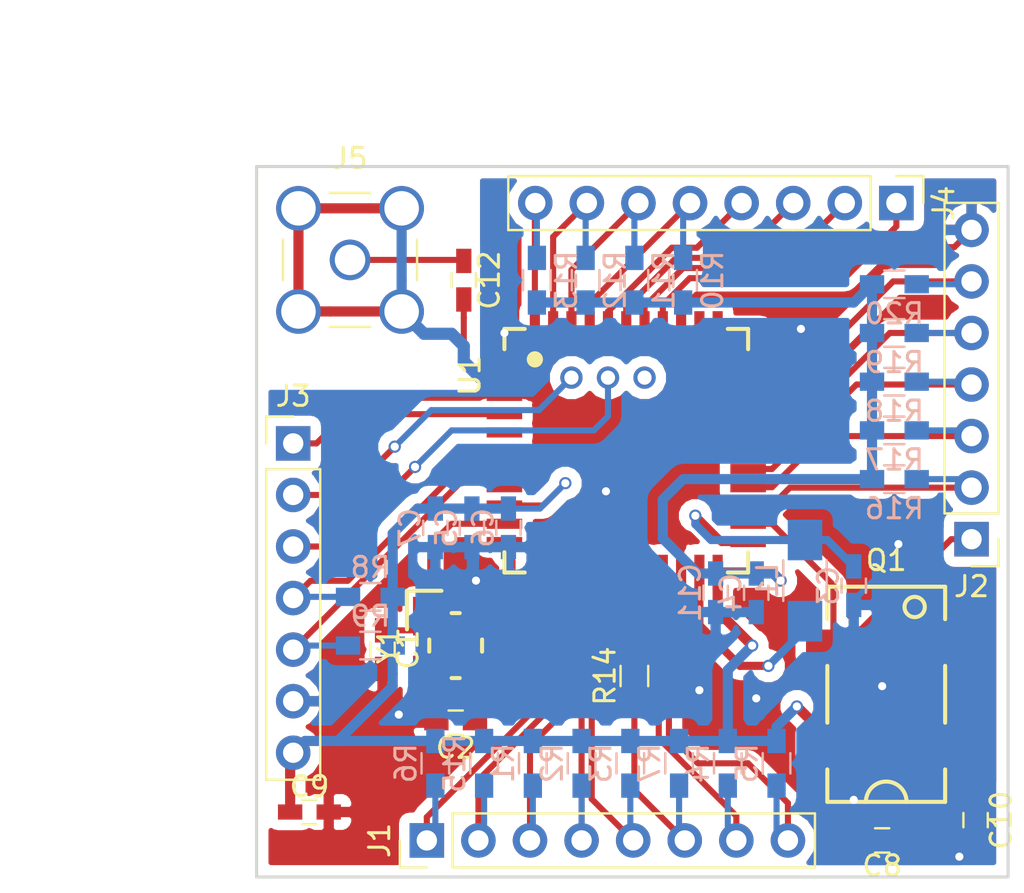
<source format=kicad_pcb>
(kicad_pcb (version 4) (host pcbnew 4.0.7)

  (general
    (links 113)
    (no_connects 0)
    (area 190.052381 37.05238 232.94762 77.947619)
    (thickness 1.6)
    (drawings 6)
    (tracks 320)
    (zones 0)
    (modules 41)
    (nets 37)
  )

  (page A4)
  (layers
    (0 F.Cu signal)
    (31 B.Cu signal)
    (32 B.Adhes user)
    (33 F.Adhes user)
    (34 B.Paste user)
    (35 F.Paste user)
    (36 B.SilkS user)
    (37 F.SilkS user)
    (38 B.Mask user)
    (39 F.Mask user)
    (40 Dwgs.User user)
    (41 Cmts.User user)
    (42 Eco1.User user)
    (43 Eco2.User user)
    (44 Edge.Cuts user)
    (45 Margin user)
    (46 B.CrtYd user)
    (47 F.CrtYd user)
    (48 B.Fab user hide)
    (49 F.Fab user hide)
  )

  (setup
    (last_trace_width 0.25)
    (user_trace_width 0.3)
    (user_trace_width 0.4)
    (user_trace_width 0.5)
    (user_trace_width 0.6)
    (trace_clearance 0.2)
    (zone_clearance 0.508)
    (zone_45_only yes)
    (trace_min 0.2)
    (segment_width 0.2)
    (edge_width 0.15)
    (via_size 0.6)
    (via_drill 0.4)
    (via_min_size 0.4)
    (via_min_drill 0.3)
    (user_via 0.6 0.3)
    (user_via 0.7 0.4)
    (user_via 0.8 0.5)
    (uvia_size 0.3)
    (uvia_drill 0.1)
    (uvias_allowed no)
    (uvia_min_size 0.2)
    (uvia_min_drill 0.1)
    (pcb_text_width 0.3)
    (pcb_text_size 1.5 1.5)
    (mod_edge_width 0.15)
    (mod_text_size 1 1)
    (mod_text_width 0.15)
    (pad_size 1.524 1.524)
    (pad_drill 0.762)
    (pad_to_mask_clearance 0.2)
    (aux_axis_origin 0 0)
    (visible_elements 7FFFFFFF)
    (pcbplotparams
      (layerselection 0x00030_80000001)
      (usegerberextensions false)
      (excludeedgelayer true)
      (linewidth 0.100000)
      (plotframeref false)
      (viasonmask false)
      (mode 1)
      (useauxorigin false)
      (hpglpennumber 1)
      (hpglpenspeed 20)
      (hpglpendiameter 15)
      (hpglpenoverlay 2)
      (psnegative false)
      (psa4output false)
      (plotreference true)
      (plotvalue true)
      (plotinvisibletext false)
      (padsonsilk false)
      (subtractmaskfromsilk false)
      (outputformat 1)
      (mirror false)
      (drillshape 1)
      (scaleselection 1)
      (outputdirectory ""))
  )

  (net 0 "")
  (net 1 XTAL_IN)
  (net 2 GND)
  (net 3 XTAL_OUT)
  (net 4 "Net-(C3-Pad1)")
  (net 5 +3V3)
  (net 6 WL_REG_ON)
  (net 7 WL_WAKE_AP)
  (net 8 WL_SDIO_D2)
  (net 9 WL_SDIO_D3)
  (net 10 WL_SDIO_CMD)
  (net 11 WL_SDIO_CLK)
  (net 12 WL_SDIO_D0)
  (net 13 WL_SDIO_D1)
  (net 14 LPO)
  (net 15 PCM_OUT)
  (net 16 PCM_CLK)
  (net 17 PCM_IN)
  (net 18 PCM_SYNC)
  (net 19 BT_RST)
  (net 20 FM_AUIO_LEFT)
  (net 21 FM_AUIO_RIGHT)
  (net 22 FM_RX)
  (net 23 BT_WAKE)
  (net 24 BT_HOST_WAKE)
  (net 25 GPIO4)
  (net 26 GPIO3)
  (net 27 GPIO2)
  (net 28 GPIO1)
  (net 29 UART_RTS)
  (net 30 UART_TXD)
  (net 31 UART_RXD)
  (net 32 UART_CTS)
  (net 33 WL_BT_ANT)
  (net 34 "Net-(R14-Pad2)")
  (net 35 "Net-(L1-Pad2)")
  (net 36 "Net-(C12-Pad1)")

  (net_class Default "Dies ist die voreingestellte Netzklasse."
    (clearance 0.2)
    (trace_width 0.25)
    (via_dia 0.6)
    (via_drill 0.4)
    (uvia_dia 0.3)
    (uvia_drill 0.1)
    (add_net +3V3)
    (add_net BT_HOST_WAKE)
    (add_net BT_RST)
    (add_net BT_WAKE)
    (add_net FM_AUIO_LEFT)
    (add_net FM_AUIO_RIGHT)
    (add_net FM_RX)
    (add_net GND)
    (add_net GPIO1)
    (add_net GPIO2)
    (add_net GPIO3)
    (add_net GPIO4)
    (add_net LPO)
    (add_net "Net-(C12-Pad1)")
    (add_net "Net-(C3-Pad1)")
    (add_net "Net-(L1-Pad2)")
    (add_net "Net-(R14-Pad2)")
    (add_net PCM_CLK)
    (add_net PCM_IN)
    (add_net PCM_OUT)
    (add_net PCM_SYNC)
    (add_net UART_CTS)
    (add_net UART_RTS)
    (add_net UART_RXD)
    (add_net UART_TXD)
    (add_net WL_BT_ANT)
    (add_net WL_REG_ON)
    (add_net WL_SDIO_CLK)
    (add_net WL_SDIO_CMD)
    (add_net WL_SDIO_D0)
    (add_net WL_SDIO_D1)
    (add_net WL_SDIO_D2)
    (add_net WL_SDIO_D3)
    (add_net WL_WAKE_AP)
    (add_net XTAL_IN)
    (add_net XTAL_OUT)
  )

  (module Capacitors_SMD:C_0603_HandSoldering (layer F.Cu) (tedit 58AA848B) (tstamp 5A08CE9F)
    (at 199.2 63.8 270)
    (descr "Capacitor SMD 0603, hand soldering")
    (tags "capacitor 0603")
    (path /5A07F9B9)
    (attr smd)
    (fp_text reference C1 (at 0 -1.25 270) (layer F.SilkS)
      (effects (font (size 1 1) (thickness 0.15)))
    )
    (fp_text value 12pF (at 0 1.5 270) (layer F.Fab)
      (effects (font (size 1 1) (thickness 0.15)))
    )
    (fp_text user %R (at 0 -1.25 270) (layer F.Fab)
      (effects (font (size 1 1) (thickness 0.15)))
    )
    (fp_line (start -0.8 0.4) (end -0.8 -0.4) (layer F.Fab) (width 0.1))
    (fp_line (start 0.8 0.4) (end -0.8 0.4) (layer F.Fab) (width 0.1))
    (fp_line (start 0.8 -0.4) (end 0.8 0.4) (layer F.Fab) (width 0.1))
    (fp_line (start -0.8 -0.4) (end 0.8 -0.4) (layer F.Fab) (width 0.1))
    (fp_line (start -0.35 -0.6) (end 0.35 -0.6) (layer F.SilkS) (width 0.12))
    (fp_line (start 0.35 0.6) (end -0.35 0.6) (layer F.SilkS) (width 0.12))
    (fp_line (start -1.8 -0.65) (end 1.8 -0.65) (layer F.CrtYd) (width 0.05))
    (fp_line (start -1.8 -0.65) (end -1.8 0.65) (layer F.CrtYd) (width 0.05))
    (fp_line (start 1.8 0.65) (end 1.8 -0.65) (layer F.CrtYd) (width 0.05))
    (fp_line (start 1.8 0.65) (end -1.8 0.65) (layer F.CrtYd) (width 0.05))
    (pad 1 smd rect (at -0.95 0 270) (size 1.2 0.75) (layers F.Cu F.Paste F.Mask)
      (net 1 XTAL_IN))
    (pad 2 smd rect (at 0.95 0 270) (size 1.2 0.75) (layers F.Cu F.Paste F.Mask)
      (net 2 GND))
    (model Capacitors_SMD.3dshapes/C_0603.wrl
      (at (xyz 0 0 0))
      (scale (xyz 1 1 1))
      (rotate (xyz 0 0 0))
    )
  )

  (module Capacitors_SMD:C_0603_HandSoldering (layer F.Cu) (tedit 58AA848B) (tstamp 5A08CEB0)
    (at 202.8 67.4 180)
    (descr "Capacitor SMD 0603, hand soldering")
    (tags "capacitor 0603")
    (path /5A07FC8E)
    (attr smd)
    (fp_text reference C2 (at 0 -1.25 180) (layer F.SilkS)
      (effects (font (size 1 1) (thickness 0.15)))
    )
    (fp_text value 12pF (at 0 1.5 180) (layer F.Fab)
      (effects (font (size 1 1) (thickness 0.15)))
    )
    (fp_text user %R (at 0 -1.25 180) (layer F.Fab)
      (effects (font (size 1 1) (thickness 0.15)))
    )
    (fp_line (start -0.8 0.4) (end -0.8 -0.4) (layer F.Fab) (width 0.1))
    (fp_line (start 0.8 0.4) (end -0.8 0.4) (layer F.Fab) (width 0.1))
    (fp_line (start 0.8 -0.4) (end 0.8 0.4) (layer F.Fab) (width 0.1))
    (fp_line (start -0.8 -0.4) (end 0.8 -0.4) (layer F.Fab) (width 0.1))
    (fp_line (start -0.35 -0.6) (end 0.35 -0.6) (layer F.SilkS) (width 0.12))
    (fp_line (start 0.35 0.6) (end -0.35 0.6) (layer F.SilkS) (width 0.12))
    (fp_line (start -1.8 -0.65) (end 1.8 -0.65) (layer F.CrtYd) (width 0.05))
    (fp_line (start -1.8 -0.65) (end -1.8 0.65) (layer F.CrtYd) (width 0.05))
    (fp_line (start 1.8 0.65) (end 1.8 -0.65) (layer F.CrtYd) (width 0.05))
    (fp_line (start 1.8 0.65) (end -1.8 0.65) (layer F.CrtYd) (width 0.05))
    (pad 1 smd rect (at -0.95 0 180) (size 1.2 0.75) (layers F.Cu F.Paste F.Mask)
      (net 3 XTAL_OUT))
    (pad 2 smd rect (at 0.95 0 180) (size 1.2 0.75) (layers F.Cu F.Paste F.Mask)
      (net 2 GND))
    (model Capacitors_SMD.3dshapes/C_0603.wrl
      (at (xyz 0 0 0))
      (scale (xyz 1 1 1))
      (rotate (xyz 0 0 0))
    )
  )

  (module Capacitors_SMD:C_0603_HandSoldering (layer B.Cu) (tedit 58AA848B) (tstamp 5A08CEC1)
    (at 222.4 60.650001 270)
    (descr "Capacitor SMD 0603, hand soldering")
    (tags "capacitor 0603")
    (path /59FF9314)
    (attr smd)
    (fp_text reference C3 (at 0 1.25 270) (layer B.SilkS)
      (effects (font (size 1 1) (thickness 0.15)) (justify mirror))
    )
    (fp_text value 4u7 (at 0 -1.5 270) (layer B.Fab)
      (effects (font (size 1 1) (thickness 0.15)) (justify mirror))
    )
    (fp_text user %R (at 0 1.25 270) (layer B.Fab)
      (effects (font (size 1 1) (thickness 0.15)) (justify mirror))
    )
    (fp_line (start -0.8 -0.4) (end -0.8 0.4) (layer B.Fab) (width 0.1))
    (fp_line (start 0.8 -0.4) (end -0.8 -0.4) (layer B.Fab) (width 0.1))
    (fp_line (start 0.8 0.4) (end 0.8 -0.4) (layer B.Fab) (width 0.1))
    (fp_line (start -0.8 0.4) (end 0.8 0.4) (layer B.Fab) (width 0.1))
    (fp_line (start -0.35 0.6) (end 0.35 0.6) (layer B.SilkS) (width 0.12))
    (fp_line (start 0.35 -0.6) (end -0.35 -0.6) (layer B.SilkS) (width 0.12))
    (fp_line (start -1.8 0.65) (end 1.8 0.65) (layer B.CrtYd) (width 0.05))
    (fp_line (start -1.8 0.65) (end -1.8 -0.65) (layer B.CrtYd) (width 0.05))
    (fp_line (start 1.8 -0.65) (end 1.8 0.65) (layer B.CrtYd) (width 0.05))
    (fp_line (start 1.8 -0.65) (end -1.8 -0.65) (layer B.CrtYd) (width 0.05))
    (pad 1 smd rect (at -0.95 0 270) (size 1.2 0.75) (layers B.Cu B.Paste B.Mask)
      (net 4 "Net-(C3-Pad1)"))
    (pad 2 smd rect (at 0.95 0 270) (size 1.2 0.75) (layers B.Cu B.Paste B.Mask)
      (net 2 GND))
    (model Capacitors_SMD.3dshapes/C_0603.wrl
      (at (xyz 0 0 0))
      (scale (xyz 1 1 1))
      (rotate (xyz 0 0 0))
    )
  )

  (module Capacitors_SMD:C_0603_HandSoldering (layer B.Cu) (tedit 58AA848B) (tstamp 5A08CED2)
    (at 217.6 61 270)
    (descr "Capacitor SMD 0603, hand soldering")
    (tags "capacitor 0603")
    (path /59FF904A)
    (attr smd)
    (fp_text reference C4 (at 0 1.25 270) (layer B.SilkS)
      (effects (font (size 1 1) (thickness 0.15)) (justify mirror))
    )
    (fp_text value 100nF (at 0 -1.5 270) (layer B.Fab)
      (effects (font (size 1 1) (thickness 0.15)) (justify mirror))
    )
    (fp_text user %R (at 0 1.25 270) (layer B.Fab)
      (effects (font (size 1 1) (thickness 0.15)) (justify mirror))
    )
    (fp_line (start -0.8 -0.4) (end -0.8 0.4) (layer B.Fab) (width 0.1))
    (fp_line (start 0.8 -0.4) (end -0.8 -0.4) (layer B.Fab) (width 0.1))
    (fp_line (start 0.8 0.4) (end 0.8 -0.4) (layer B.Fab) (width 0.1))
    (fp_line (start -0.8 0.4) (end 0.8 0.4) (layer B.Fab) (width 0.1))
    (fp_line (start -0.35 0.6) (end 0.35 0.6) (layer B.SilkS) (width 0.12))
    (fp_line (start 0.35 -0.6) (end -0.35 -0.6) (layer B.SilkS) (width 0.12))
    (fp_line (start -1.8 0.65) (end 1.8 0.65) (layer B.CrtYd) (width 0.05))
    (fp_line (start -1.8 0.65) (end -1.8 -0.65) (layer B.CrtYd) (width 0.05))
    (fp_line (start 1.8 -0.65) (end 1.8 0.65) (layer B.CrtYd) (width 0.05))
    (fp_line (start 1.8 -0.65) (end -1.8 -0.65) (layer B.CrtYd) (width 0.05))
    (pad 1 smd rect (at -0.95 0 270) (size 1.2 0.75) (layers B.Cu B.Paste B.Mask)
      (net 5 +3V3))
    (pad 2 smd rect (at 0.95 0 270) (size 1.2 0.75) (layers B.Cu B.Paste B.Mask)
      (net 2 GND))
    (model Capacitors_SMD.3dshapes/C_0603.wrl
      (at (xyz 0 0 0))
      (scale (xyz 1 1 1))
      (rotate (xyz 0 0 0))
    )
  )

  (module Capacitors_SMD:C_0603_HandSoldering (layer B.Cu) (tedit 58AA848B) (tstamp 5A08CEE3)
    (at 203.6 57.8 270)
    (descr "Capacitor SMD 0603, hand soldering")
    (tags "capacitor 0603")
    (path /5A07B68A)
    (attr smd)
    (fp_text reference C5 (at 0 1.25 270) (layer B.SilkS)
      (effects (font (size 1 1) (thickness 0.15)) (justify mirror))
    )
    (fp_text value 10uF (at 0 -1.5 270) (layer B.Fab)
      (effects (font (size 1 1) (thickness 0.15)) (justify mirror))
    )
    (fp_text user %R (at 0 1.25 270) (layer B.Fab)
      (effects (font (size 1 1) (thickness 0.15)) (justify mirror))
    )
    (fp_line (start -0.8 -0.4) (end -0.8 0.4) (layer B.Fab) (width 0.1))
    (fp_line (start 0.8 -0.4) (end -0.8 -0.4) (layer B.Fab) (width 0.1))
    (fp_line (start 0.8 0.4) (end 0.8 -0.4) (layer B.Fab) (width 0.1))
    (fp_line (start -0.8 0.4) (end 0.8 0.4) (layer B.Fab) (width 0.1))
    (fp_line (start -0.35 0.6) (end 0.35 0.6) (layer B.SilkS) (width 0.12))
    (fp_line (start 0.35 -0.6) (end -0.35 -0.6) (layer B.SilkS) (width 0.12))
    (fp_line (start -1.8 0.65) (end 1.8 0.65) (layer B.CrtYd) (width 0.05))
    (fp_line (start -1.8 0.65) (end -1.8 -0.65) (layer B.CrtYd) (width 0.05))
    (fp_line (start 1.8 -0.65) (end 1.8 0.65) (layer B.CrtYd) (width 0.05))
    (fp_line (start 1.8 -0.65) (end -1.8 -0.65) (layer B.CrtYd) (width 0.05))
    (pad 1 smd rect (at -0.95 0 270) (size 1.2 0.75) (layers B.Cu B.Paste B.Mask)
      (net 5 +3V3))
    (pad 2 smd rect (at 0.95 0 270) (size 1.2 0.75) (layers B.Cu B.Paste B.Mask)
      (net 2 GND))
    (model Capacitors_SMD.3dshapes/C_0603.wrl
      (at (xyz 0 0 0))
      (scale (xyz 1 1 1))
      (rotate (xyz 0 0 0))
    )
  )

  (module Capacitors_SMD:C_0603_HandSoldering (layer B.Cu) (tedit 58AA848B) (tstamp 5A08CEF4)
    (at 205.4 57.8 270)
    (descr "Capacitor SMD 0603, hand soldering")
    (tags "capacitor 0603")
    (path /5A07B17C)
    (attr smd)
    (fp_text reference C6 (at 0 1.25 270) (layer B.SilkS)
      (effects (font (size 1 1) (thickness 0.15)) (justify mirror))
    )
    (fp_text value 10uF (at 0 -1.5 270) (layer B.Fab)
      (effects (font (size 1 1) (thickness 0.15)) (justify mirror))
    )
    (fp_text user %R (at 0 1.25 270) (layer B.Fab)
      (effects (font (size 1 1) (thickness 0.15)) (justify mirror))
    )
    (fp_line (start -0.8 -0.4) (end -0.8 0.4) (layer B.Fab) (width 0.1))
    (fp_line (start 0.8 -0.4) (end -0.8 -0.4) (layer B.Fab) (width 0.1))
    (fp_line (start 0.8 0.4) (end 0.8 -0.4) (layer B.Fab) (width 0.1))
    (fp_line (start -0.8 0.4) (end 0.8 0.4) (layer B.Fab) (width 0.1))
    (fp_line (start -0.35 0.6) (end 0.35 0.6) (layer B.SilkS) (width 0.12))
    (fp_line (start 0.35 -0.6) (end -0.35 -0.6) (layer B.SilkS) (width 0.12))
    (fp_line (start -1.8 0.65) (end 1.8 0.65) (layer B.CrtYd) (width 0.05))
    (fp_line (start -1.8 0.65) (end -1.8 -0.65) (layer B.CrtYd) (width 0.05))
    (fp_line (start 1.8 -0.65) (end 1.8 0.65) (layer B.CrtYd) (width 0.05))
    (fp_line (start 1.8 -0.65) (end -1.8 -0.65) (layer B.CrtYd) (width 0.05))
    (pad 1 smd rect (at -0.95 0 270) (size 1.2 0.75) (layers B.Cu B.Paste B.Mask)
      (net 5 +3V3))
    (pad 2 smd rect (at 0.95 0 270) (size 1.2 0.75) (layers B.Cu B.Paste B.Mask)
      (net 2 GND))
    (model Capacitors_SMD.3dshapes/C_0603.wrl
      (at (xyz 0 0 0))
      (scale (xyz 1 1 1))
      (rotate (xyz 0 0 0))
    )
  )

  (module Capacitors_SMD:C_0603_HandSoldering (layer B.Cu) (tedit 58AA848B) (tstamp 5A08CF05)
    (at 201.8 57.8 270)
    (descr "Capacitor SMD 0603, hand soldering")
    (tags "capacitor 0603")
    (path /5A089F69)
    (attr smd)
    (fp_text reference C7 (at 0 1.249999 270) (layer B.SilkS)
      (effects (font (size 1 1) (thickness 0.15)) (justify mirror))
    )
    (fp_text value 100nF (at 0 -1.5 270) (layer B.Fab)
      (effects (font (size 1 1) (thickness 0.15)) (justify mirror))
    )
    (fp_text user %R (at 0 1.249999 270) (layer B.Fab)
      (effects (font (size 1 1) (thickness 0.15)) (justify mirror))
    )
    (fp_line (start -0.8 -0.4) (end -0.8 0.4) (layer B.Fab) (width 0.1))
    (fp_line (start 0.8 -0.4) (end -0.8 -0.4) (layer B.Fab) (width 0.1))
    (fp_line (start 0.8 0.4) (end 0.8 -0.4) (layer B.Fab) (width 0.1))
    (fp_line (start -0.8 0.4) (end 0.8 0.4) (layer B.Fab) (width 0.1))
    (fp_line (start -0.35 0.6) (end 0.35 0.6) (layer B.SilkS) (width 0.12))
    (fp_line (start 0.35 -0.6) (end -0.35 -0.6) (layer B.SilkS) (width 0.12))
    (fp_line (start -1.8 0.65) (end 1.8 0.65) (layer B.CrtYd) (width 0.05))
    (fp_line (start -1.8 0.65) (end -1.8 -0.65) (layer B.CrtYd) (width 0.05))
    (fp_line (start 1.8 -0.65) (end 1.8 0.65) (layer B.CrtYd) (width 0.05))
    (fp_line (start 1.8 -0.65) (end -1.8 -0.65) (layer B.CrtYd) (width 0.05))
    (pad 1 smd rect (at -0.95 0 270) (size 1.2 0.75) (layers B.Cu B.Paste B.Mask)
      (net 5 +3V3))
    (pad 2 smd rect (at 0.95 0 270) (size 1.2 0.75) (layers B.Cu B.Paste B.Mask)
      (net 2 GND))
    (model Capacitors_SMD.3dshapes/C_0603.wrl
      (at (xyz 0 0 0))
      (scale (xyz 1 1 1))
      (rotate (xyz 0 0 0))
    )
  )

  (module Capacitors_SMD:C_0603_HandSoldering (layer F.Cu) (tedit 58AA848B) (tstamp 5A08CF16)
    (at 223.8 73.2 180)
    (descr "Capacitor SMD 0603, hand soldering")
    (tags "capacitor 0603")
    (path /5A08C383)
    (attr smd)
    (fp_text reference C8 (at 0 -1.25 180) (layer F.SilkS)
      (effects (font (size 1 1) (thickness 0.15)))
    )
    (fp_text value 100nF (at 0 1.5 180) (layer F.Fab)
      (effects (font (size 1 1) (thickness 0.15)))
    )
    (fp_text user %R (at 0 -1.25 180) (layer F.Fab)
      (effects (font (size 1 1) (thickness 0.15)))
    )
    (fp_line (start -0.8 0.4) (end -0.8 -0.4) (layer F.Fab) (width 0.1))
    (fp_line (start 0.8 0.4) (end -0.8 0.4) (layer F.Fab) (width 0.1))
    (fp_line (start 0.8 -0.4) (end 0.8 0.4) (layer F.Fab) (width 0.1))
    (fp_line (start -0.8 -0.4) (end 0.8 -0.4) (layer F.Fab) (width 0.1))
    (fp_line (start -0.35 -0.6) (end 0.35 -0.6) (layer F.SilkS) (width 0.12))
    (fp_line (start 0.35 0.6) (end -0.35 0.6) (layer F.SilkS) (width 0.12))
    (fp_line (start -1.8 -0.65) (end 1.8 -0.65) (layer F.CrtYd) (width 0.05))
    (fp_line (start -1.8 -0.65) (end -1.8 0.65) (layer F.CrtYd) (width 0.05))
    (fp_line (start 1.8 0.65) (end 1.8 -0.65) (layer F.CrtYd) (width 0.05))
    (fp_line (start 1.8 0.65) (end -1.8 0.65) (layer F.CrtYd) (width 0.05))
    (pad 1 smd rect (at -0.95 0 180) (size 1.2 0.75) (layers F.Cu F.Paste F.Mask)
      (net 5 +3V3))
    (pad 2 smd rect (at 0.95 0 180) (size 1.2 0.75) (layers F.Cu F.Paste F.Mask)
      (net 2 GND))
    (model Capacitors_SMD.3dshapes/C_0603.wrl
      (at (xyz 0 0 0))
      (scale (xyz 1 1 1))
      (rotate (xyz 0 0 0))
    )
  )

  (module Capacitors_SMD:C_0603_HandSoldering (layer F.Cu) (tedit 58AA848B) (tstamp 5A08CF27)
    (at 195.6 71.8)
    (descr "Capacitor SMD 0603, hand soldering")
    (tags "capacitor 0603")
    (path /5A08A7C8)
    (attr smd)
    (fp_text reference C9 (at 0 -1.249999) (layer F.SilkS)
      (effects (font (size 1 1) (thickness 0.15)))
    )
    (fp_text value TBD (at 0 1.5) (layer F.Fab)
      (effects (font (size 1 1) (thickness 0.15)))
    )
    (fp_text user %R (at 0 -1.249999) (layer F.Fab)
      (effects (font (size 1 1) (thickness 0.15)))
    )
    (fp_line (start -0.8 0.4) (end -0.8 -0.4) (layer F.Fab) (width 0.1))
    (fp_line (start 0.8 0.4) (end -0.8 0.4) (layer F.Fab) (width 0.1))
    (fp_line (start 0.8 -0.4) (end 0.8 0.4) (layer F.Fab) (width 0.1))
    (fp_line (start -0.8 -0.4) (end 0.8 -0.4) (layer F.Fab) (width 0.1))
    (fp_line (start -0.35 -0.6) (end 0.35 -0.6) (layer F.SilkS) (width 0.12))
    (fp_line (start 0.35 0.6) (end -0.35 0.6) (layer F.SilkS) (width 0.12))
    (fp_line (start -1.8 -0.65) (end 1.8 -0.65) (layer F.CrtYd) (width 0.05))
    (fp_line (start -1.8 -0.65) (end -1.8 0.65) (layer F.CrtYd) (width 0.05))
    (fp_line (start 1.8 0.65) (end 1.8 -0.65) (layer F.CrtYd) (width 0.05))
    (fp_line (start 1.8 0.65) (end -1.8 0.65) (layer F.CrtYd) (width 0.05))
    (pad 1 smd rect (at -0.95 0) (size 1.2 0.75) (layers F.Cu F.Paste F.Mask)
      (net 5 +3V3))
    (pad 2 smd rect (at 0.95 0) (size 1.2 0.75) (layers F.Cu F.Paste F.Mask)
      (net 2 GND))
    (model Capacitors_SMD.3dshapes/C_0603.wrl
      (at (xyz 0 0 0))
      (scale (xyz 1 1 1))
      (rotate (xyz 0 0 0))
    )
  )

  (module Capacitors_SMD:C_0603_HandSoldering (layer F.Cu) (tedit 58AA848B) (tstamp 5A08CF38)
    (at 228.4 72.2 270)
    (descr "Capacitor SMD 0603, hand soldering")
    (tags "capacitor 0603")
    (path /5A08A720)
    (attr smd)
    (fp_text reference C10 (at 0 -1.25 270) (layer F.SilkS)
      (effects (font (size 1 1) (thickness 0.15)))
    )
    (fp_text value TBD (at 0 1.5 270) (layer F.Fab)
      (effects (font (size 1 1) (thickness 0.15)))
    )
    (fp_text user %R (at 0 -1.25 270) (layer F.Fab)
      (effects (font (size 1 1) (thickness 0.15)))
    )
    (fp_line (start -0.8 0.4) (end -0.8 -0.4) (layer F.Fab) (width 0.1))
    (fp_line (start 0.8 0.4) (end -0.8 0.4) (layer F.Fab) (width 0.1))
    (fp_line (start 0.8 -0.4) (end 0.8 0.4) (layer F.Fab) (width 0.1))
    (fp_line (start -0.8 -0.4) (end 0.8 -0.4) (layer F.Fab) (width 0.1))
    (fp_line (start -0.35 -0.6) (end 0.35 -0.6) (layer F.SilkS) (width 0.12))
    (fp_line (start 0.35 0.6) (end -0.35 0.6) (layer F.SilkS) (width 0.12))
    (fp_line (start -1.8 -0.65) (end 1.8 -0.65) (layer F.CrtYd) (width 0.05))
    (fp_line (start -1.8 -0.65) (end -1.8 0.65) (layer F.CrtYd) (width 0.05))
    (fp_line (start 1.8 0.65) (end 1.8 -0.65) (layer F.CrtYd) (width 0.05))
    (fp_line (start 1.8 0.65) (end -1.8 0.65) (layer F.CrtYd) (width 0.05))
    (pad 1 smd rect (at -0.95 0 270) (size 1.2 0.75) (layers F.Cu F.Paste F.Mask)
      (net 5 +3V3))
    (pad 2 smd rect (at 0.95 0 270) (size 1.2 0.75) (layers F.Cu F.Paste F.Mask)
      (net 2 GND))
    (model Capacitors_SMD.3dshapes/C_0603.wrl
      (at (xyz 0 0 0))
      (scale (xyz 1 1 1))
      (rotate (xyz 0 0 0))
    )
  )

  (module Capacitors_SMD:C_0603_HandSoldering (layer B.Cu) (tedit 58AA848B) (tstamp 5A08CF49)
    (at 215.6 61 270)
    (descr "Capacitor SMD 0603, hand soldering")
    (tags "capacitor 0603")
    (path /5A08A3E6)
    (attr smd)
    (fp_text reference C11 (at 0 1.25 270) (layer B.SilkS)
      (effects (font (size 1 1) (thickness 0.15)) (justify mirror))
    )
    (fp_text value TBD (at 0 -1.5 270) (layer B.Fab)
      (effects (font (size 1 1) (thickness 0.15)) (justify mirror))
    )
    (fp_text user %R (at 0 1.25 270) (layer B.Fab)
      (effects (font (size 1 1) (thickness 0.15)) (justify mirror))
    )
    (fp_line (start -0.8 -0.4) (end -0.8 0.4) (layer B.Fab) (width 0.1))
    (fp_line (start 0.8 -0.4) (end -0.8 -0.4) (layer B.Fab) (width 0.1))
    (fp_line (start 0.8 0.4) (end 0.8 -0.4) (layer B.Fab) (width 0.1))
    (fp_line (start -0.8 0.4) (end 0.8 0.4) (layer B.Fab) (width 0.1))
    (fp_line (start -0.35 0.6) (end 0.35 0.6) (layer B.SilkS) (width 0.12))
    (fp_line (start 0.35 -0.6) (end -0.35 -0.6) (layer B.SilkS) (width 0.12))
    (fp_line (start -1.8 0.65) (end 1.8 0.65) (layer B.CrtYd) (width 0.05))
    (fp_line (start -1.8 0.65) (end -1.8 -0.65) (layer B.CrtYd) (width 0.05))
    (fp_line (start 1.8 -0.65) (end 1.8 0.65) (layer B.CrtYd) (width 0.05))
    (fp_line (start 1.8 -0.65) (end -1.8 -0.65) (layer B.CrtYd) (width 0.05))
    (pad 1 smd rect (at -0.95 0 270) (size 1.2 0.75) (layers B.Cu B.Paste B.Mask)
      (net 5 +3V3))
    (pad 2 smd rect (at 0.95 0 270) (size 1.2 0.75) (layers B.Cu B.Paste B.Mask)
      (net 2 GND))
    (model Capacitors_SMD.3dshapes/C_0603.wrl
      (at (xyz 0 0 0))
      (scale (xyz 1 1 1))
      (rotate (xyz 0 0 0))
    )
  )

  (module Pin_Headers:Pin_Header_Straight_1x08_Pitch2.54mm (layer F.Cu) (tedit 59650532) (tstamp 5A08CF65)
    (at 201.38 73.2 90)
    (descr "Through hole straight pin header, 1x08, 2.54mm pitch, single row")
    (tags "Through hole pin header THT 1x08 2.54mm single row")
    (path /5A087B69)
    (fp_text reference J1 (at 0 -2.33 90) (layer F.SilkS)
      (effects (font (size 1 1) (thickness 0.15)))
    )
    (fp_text value Conn_01x08 (at 0 20.11 90) (layer F.Fab)
      (effects (font (size 1 1) (thickness 0.15)))
    )
    (fp_line (start -0.635 -1.27) (end 1.27 -1.27) (layer F.Fab) (width 0.1))
    (fp_line (start 1.27 -1.27) (end 1.27 19.05) (layer F.Fab) (width 0.1))
    (fp_line (start 1.27 19.05) (end -1.27 19.05) (layer F.Fab) (width 0.1))
    (fp_line (start -1.27 19.05) (end -1.27 -0.635) (layer F.Fab) (width 0.1))
    (fp_line (start -1.27 -0.635) (end -0.635 -1.27) (layer F.Fab) (width 0.1))
    (fp_line (start -1.33 19.11) (end 1.33 19.11) (layer F.SilkS) (width 0.12))
    (fp_line (start -1.33 1.27) (end -1.33 19.11) (layer F.SilkS) (width 0.12))
    (fp_line (start 1.33 1.27) (end 1.33 19.11) (layer F.SilkS) (width 0.12))
    (fp_line (start -1.33 1.27) (end 1.33 1.27) (layer F.SilkS) (width 0.12))
    (fp_line (start -1.33 0) (end -1.33 -1.33) (layer F.SilkS) (width 0.12))
    (fp_line (start -1.33 -1.33) (end 0 -1.33) (layer F.SilkS) (width 0.12))
    (fp_line (start -1.8 -1.8) (end -1.8 19.55) (layer F.CrtYd) (width 0.05))
    (fp_line (start -1.8 19.55) (end 1.8 19.55) (layer F.CrtYd) (width 0.05))
    (fp_line (start 1.8 19.55) (end 1.8 -1.8) (layer F.CrtYd) (width 0.05))
    (fp_line (start 1.8 -1.8) (end -1.8 -1.8) (layer F.CrtYd) (width 0.05))
    (fp_text user %R (at 0 8.89 180) (layer F.Fab)
      (effects (font (size 1 1) (thickness 0.15)))
    )
    (pad 1 thru_hole rect (at 0 0 90) (size 1.7 1.7) (drill 1) (layers *.Cu *.Mask)
      (net 6 WL_REG_ON))
    (pad 2 thru_hole oval (at 0 2.54 90) (size 1.7 1.7) (drill 1) (layers *.Cu *.Mask)
      (net 7 WL_WAKE_AP))
    (pad 3 thru_hole oval (at 0 5.08 90) (size 1.7 1.7) (drill 1) (layers *.Cu *.Mask)
      (net 8 WL_SDIO_D2))
    (pad 4 thru_hole oval (at 0 7.62 90) (size 1.7 1.7) (drill 1) (layers *.Cu *.Mask)
      (net 9 WL_SDIO_D3))
    (pad 5 thru_hole oval (at 0 10.16 90) (size 1.7 1.7) (drill 1) (layers *.Cu *.Mask)
      (net 10 WL_SDIO_CMD))
    (pad 6 thru_hole oval (at 0 12.7 90) (size 1.7 1.7) (drill 1) (layers *.Cu *.Mask)
      (net 11 WL_SDIO_CLK))
    (pad 7 thru_hole oval (at 0 15.24 90) (size 1.7 1.7) (drill 1) (layers *.Cu *.Mask)
      (net 12 WL_SDIO_D0))
    (pad 8 thru_hole oval (at 0 17.78 90) (size 1.7 1.7) (drill 1) (layers *.Cu *.Mask)
      (net 13 WL_SDIO_D1))
    (model ${KISYS3DMOD}/Pin_Headers.3dshapes/Pin_Header_Straight_1x08_Pitch2.54mm.wrl
      (at (xyz 0 0 0))
      (scale (xyz 1 1 1))
      (rotate (xyz 0 0 0))
    )
  )

  (module Pin_Headers:Pin_Header_Straight_1x07_Pitch2.54mm (layer F.Cu) (tedit 59650532) (tstamp 5A08CF80)
    (at 228.2 58.36 180)
    (descr "Through hole straight pin header, 1x07, 2.54mm pitch, single row")
    (tags "Through hole pin header THT 1x07 2.54mm single row")
    (path /5A088389)
    (fp_text reference J2 (at 0 -2.33 180) (layer F.SilkS)
      (effects (font (size 1 1) (thickness 0.15)))
    )
    (fp_text value Conn_01x07 (at 0 17.57 180) (layer F.Fab)
      (effects (font (size 1 1) (thickness 0.15)))
    )
    (fp_line (start -0.635 -1.27) (end 1.27 -1.27) (layer F.Fab) (width 0.1))
    (fp_line (start 1.27 -1.27) (end 1.27 16.51) (layer F.Fab) (width 0.1))
    (fp_line (start 1.27 16.51) (end -1.27 16.51) (layer F.Fab) (width 0.1))
    (fp_line (start -1.27 16.51) (end -1.27 -0.635) (layer F.Fab) (width 0.1))
    (fp_line (start -1.27 -0.635) (end -0.635 -1.27) (layer F.Fab) (width 0.1))
    (fp_line (start -1.33 16.57) (end 1.33 16.57) (layer F.SilkS) (width 0.12))
    (fp_line (start -1.33 1.27) (end -1.33 16.57) (layer F.SilkS) (width 0.12))
    (fp_line (start 1.33 1.27) (end 1.33 16.57) (layer F.SilkS) (width 0.12))
    (fp_line (start -1.33 1.27) (end 1.33 1.27) (layer F.SilkS) (width 0.12))
    (fp_line (start -1.33 0) (end -1.33 -1.33) (layer F.SilkS) (width 0.12))
    (fp_line (start -1.33 -1.33) (end 0 -1.33) (layer F.SilkS) (width 0.12))
    (fp_line (start -1.8 -1.8) (end -1.8 17.05) (layer F.CrtYd) (width 0.05))
    (fp_line (start -1.8 17.05) (end 1.8 17.05) (layer F.CrtYd) (width 0.05))
    (fp_line (start 1.8 17.05) (end 1.8 -1.8) (layer F.CrtYd) (width 0.05))
    (fp_line (start 1.8 -1.8) (end -1.8 -1.8) (layer F.CrtYd) (width 0.05))
    (fp_text user %R (at 0 7.62 270) (layer F.Fab)
      (effects (font (size 1 1) (thickness 0.15)))
    )
    (pad 1 thru_hole rect (at 0 0 180) (size 1.7 1.7) (drill 1) (layers *.Cu *.Mask)
      (net 14 LPO))
    (pad 2 thru_hole oval (at 0 2.54 180) (size 1.7 1.7) (drill 1) (layers *.Cu *.Mask)
      (net 15 PCM_OUT))
    (pad 3 thru_hole oval (at 0 5.08 180) (size 1.7 1.7) (drill 1) (layers *.Cu *.Mask)
      (net 16 PCM_CLK))
    (pad 4 thru_hole oval (at 0 7.62 180) (size 1.7 1.7) (drill 1) (layers *.Cu *.Mask)
      (net 17 PCM_IN))
    (pad 5 thru_hole oval (at 0 10.16 180) (size 1.7 1.7) (drill 1) (layers *.Cu *.Mask)
      (net 18 PCM_SYNC))
    (pad 6 thru_hole oval (at 0 12.7 180) (size 1.7 1.7) (drill 1) (layers *.Cu *.Mask)
      (net 19 BT_RST))
    (pad 7 thru_hole oval (at 0 15.24 180) (size 1.7 1.7) (drill 1) (layers *.Cu *.Mask)
      (net 2 GND))
    (model ${KISYS3DMOD}/Pin_Headers.3dshapes/Pin_Header_Straight_1x07_Pitch2.54mm.wrl
      (at (xyz 0 0 0))
      (scale (xyz 1 1 1))
      (rotate (xyz 0 0 0))
    )
  )

  (module Pin_Headers:Pin_Header_Straight_1x07_Pitch2.54mm (layer F.Cu) (tedit 59650532) (tstamp 5A08CF9B)
    (at 194.8 53.64)
    (descr "Through hole straight pin header, 1x07, 2.54mm pitch, single row")
    (tags "Through hole pin header THT 1x07 2.54mm single row")
    (path /5A085257)
    (fp_text reference J3 (at 0 -2.33) (layer F.SilkS)
      (effects (font (size 1 1) (thickness 0.15)))
    )
    (fp_text value Conn_01x07 (at 0 17.57) (layer F.Fab)
      (effects (font (size 1 1) (thickness 0.15)))
    )
    (fp_line (start -0.635 -1.27) (end 1.27 -1.27) (layer F.Fab) (width 0.1))
    (fp_line (start 1.27 -1.27) (end 1.27 16.51) (layer F.Fab) (width 0.1))
    (fp_line (start 1.27 16.51) (end -1.27 16.51) (layer F.Fab) (width 0.1))
    (fp_line (start -1.27 16.51) (end -1.27 -0.635) (layer F.Fab) (width 0.1))
    (fp_line (start -1.27 -0.635) (end -0.635 -1.27) (layer F.Fab) (width 0.1))
    (fp_line (start -1.33 16.57) (end 1.33 16.57) (layer F.SilkS) (width 0.12))
    (fp_line (start -1.33 1.27) (end -1.33 16.57) (layer F.SilkS) (width 0.12))
    (fp_line (start 1.33 1.27) (end 1.33 16.57) (layer F.SilkS) (width 0.12))
    (fp_line (start -1.33 1.27) (end 1.33 1.27) (layer F.SilkS) (width 0.12))
    (fp_line (start -1.33 0) (end -1.33 -1.33) (layer F.SilkS) (width 0.12))
    (fp_line (start -1.33 -1.33) (end 0 -1.33) (layer F.SilkS) (width 0.12))
    (fp_line (start -1.8 -1.8) (end -1.8 17.05) (layer F.CrtYd) (width 0.05))
    (fp_line (start -1.8 17.05) (end 1.8 17.05) (layer F.CrtYd) (width 0.05))
    (fp_line (start 1.8 17.05) (end 1.8 -1.8) (layer F.CrtYd) (width 0.05))
    (fp_line (start 1.8 -1.8) (end -1.8 -1.8) (layer F.CrtYd) (width 0.05))
    (fp_text user %R (at 0 7.62 90) (layer F.Fab)
      (effects (font (size 1 1) (thickness 0.15)))
    )
    (pad 1 thru_hole rect (at 0 0) (size 1.7 1.7) (drill 1) (layers *.Cu *.Mask)
      (net 22 FM_RX))
    (pad 2 thru_hole oval (at 0 2.54) (size 1.7 1.7) (drill 1) (layers *.Cu *.Mask)
      (net 20 FM_AUIO_LEFT))
    (pad 3 thru_hole oval (at 0 5.08) (size 1.7 1.7) (drill 1) (layers *.Cu *.Mask)
      (net 21 FM_AUIO_RIGHT))
    (pad 4 thru_hole oval (at 0 7.62) (size 1.7 1.7) (drill 1) (layers *.Cu *.Mask)
      (net 23 BT_WAKE))
    (pad 5 thru_hole oval (at 0 10.16) (size 1.7 1.7) (drill 1) (layers *.Cu *.Mask)
      (net 24 BT_HOST_WAKE))
    (pad 6 thru_hole oval (at 0 12.7) (size 1.7 1.7) (drill 1) (layers *.Cu *.Mask)
      (net 2 GND))
    (pad 7 thru_hole oval (at 0 15.24) (size 1.7 1.7) (drill 1) (layers *.Cu *.Mask)
      (net 5 +3V3))
    (model ${KISYS3DMOD}/Pin_Headers.3dshapes/Pin_Header_Straight_1x07_Pitch2.54mm.wrl
      (at (xyz 0 0 0))
      (scale (xyz 1 1 1))
      (rotate (xyz 0 0 0))
    )
  )

  (module Pin_Headers:Pin_Header_Straight_1x08_Pitch2.54mm (layer F.Cu) (tedit 59650532) (tstamp 5A08CFB7)
    (at 224.5 41.8 270)
    (descr "Through hole straight pin header, 1x08, 2.54mm pitch, single row")
    (tags "Through hole pin header THT 1x08 2.54mm single row")
    (path /5A086FA5)
    (fp_text reference J4 (at 0 -2.33 270) (layer F.SilkS)
      (effects (font (size 1 1) (thickness 0.15)))
    )
    (fp_text value Conn_01x08 (at 0 20.11 270) (layer F.Fab)
      (effects (font (size 1 1) (thickness 0.15)))
    )
    (fp_line (start -0.635 -1.27) (end 1.27 -1.27) (layer F.Fab) (width 0.1))
    (fp_line (start 1.27 -1.27) (end 1.27 19.05) (layer F.Fab) (width 0.1))
    (fp_line (start 1.27 19.05) (end -1.27 19.05) (layer F.Fab) (width 0.1))
    (fp_line (start -1.27 19.05) (end -1.27 -0.635) (layer F.Fab) (width 0.1))
    (fp_line (start -1.27 -0.635) (end -0.635 -1.27) (layer F.Fab) (width 0.1))
    (fp_line (start -1.33 19.11) (end 1.33 19.11) (layer F.SilkS) (width 0.12))
    (fp_line (start -1.33 1.27) (end -1.33 19.11) (layer F.SilkS) (width 0.12))
    (fp_line (start 1.33 1.27) (end 1.33 19.11) (layer F.SilkS) (width 0.12))
    (fp_line (start -1.33 1.27) (end 1.33 1.27) (layer F.SilkS) (width 0.12))
    (fp_line (start -1.33 0) (end -1.33 -1.33) (layer F.SilkS) (width 0.12))
    (fp_line (start -1.33 -1.33) (end 0 -1.33) (layer F.SilkS) (width 0.12))
    (fp_line (start -1.8 -1.8) (end -1.8 19.55) (layer F.CrtYd) (width 0.05))
    (fp_line (start -1.8 19.55) (end 1.8 19.55) (layer F.CrtYd) (width 0.05))
    (fp_line (start 1.8 19.55) (end 1.8 -1.8) (layer F.CrtYd) (width 0.05))
    (fp_line (start 1.8 -1.8) (end -1.8 -1.8) (layer F.CrtYd) (width 0.05))
    (fp_text user %R (at 0 8.89 360) (layer F.Fab)
      (effects (font (size 1 1) (thickness 0.15)))
    )
    (pad 1 thru_hole rect (at 0 0 270) (size 1.7 1.7) (drill 1) (layers *.Cu *.Mask)
      (net 25 GPIO4))
    (pad 2 thru_hole oval (at 0 2.54 270) (size 1.7 1.7) (drill 1) (layers *.Cu *.Mask)
      (net 26 GPIO3))
    (pad 3 thru_hole oval (at 0 5.08 270) (size 1.7 1.7) (drill 1) (layers *.Cu *.Mask)
      (net 27 GPIO2))
    (pad 4 thru_hole oval (at 0 7.62 270) (size 1.7 1.7) (drill 1) (layers *.Cu *.Mask)
      (net 28 GPIO1))
    (pad 5 thru_hole oval (at 0 10.16 270) (size 1.7 1.7) (drill 1) (layers *.Cu *.Mask)
      (net 29 UART_RTS))
    (pad 6 thru_hole oval (at 0 12.7 270) (size 1.7 1.7) (drill 1) (layers *.Cu *.Mask)
      (net 30 UART_TXD))
    (pad 7 thru_hole oval (at 0 15.24 270) (size 1.7 1.7) (drill 1) (layers *.Cu *.Mask)
      (net 31 UART_RXD))
    (pad 8 thru_hole oval (at 0 17.78 270) (size 1.7 1.7) (drill 1) (layers *.Cu *.Mask)
      (net 32 UART_CTS))
    (model ${KISYS3DMOD}/Pin_Headers.3dshapes/Pin_Header_Straight_1x08_Pitch2.54mm.wrl
      (at (xyz 0 0 0))
      (scale (xyz 1 1 1))
      (rotate (xyz 0 0 0))
    )
  )

  (module Connect:SMA_THT_Jack_Straight (layer F.Cu) (tedit 58C301F2) (tstamp 5A08CFDF)
    (at 197.6 44.6)
    (descr "SMA pcb through hole jack")
    (tags "SMA THT Jack Straight")
    (path /5A07E6B4)
    (fp_text reference J5 (at 0 -5) (layer F.SilkS)
      (effects (font (size 1 1) (thickness 0.15)))
    )
    (fp_text value ANT (at 0 5) (layer F.Fab)
      (effects (font (size 1 1) (thickness 0.15)))
    )
    (fp_line (start 2.03 -3.05) (end 3.05 -3.05) (layer F.Fab) (width 0.1))
    (fp_line (start -1 -3.3) (end 1 -3.3) (layer F.SilkS) (width 0.12))
    (fp_line (start -1 3.3) (end 1 3.3) (layer F.SilkS) (width 0.12))
    (fp_text user %R (at 0 -5) (layer F.Fab)
      (effects (font (size 1 1) (thickness 0.15)))
    )
    (fp_line (start 3.3 -1) (end 3.3 1) (layer F.SilkS) (width 0.12))
    (fp_line (start -3.3 -1) (end -3.3 1) (layer F.SilkS) (width 0.12))
    (fp_line (start 3.17 -3.17) (end 3.17 3.17) (layer F.Fab) (width 0.1))
    (fp_line (start -3.17 3.17) (end 3.17 3.17) (layer F.Fab) (width 0.1))
    (fp_line (start -3.17 -3.17) (end -3.17 3.17) (layer F.Fab) (width 0.1))
    (fp_line (start -3.17 -3.17) (end 3.17 -3.17) (layer F.Fab) (width 0.1))
    (fp_line (start -2.03 -3.05) (end -2.03 -2.03) (layer F.Fab) (width 0.1))
    (fp_line (start -3.05 -2.03) (end -2.03 -2.03) (layer F.Fab) (width 0.1))
    (fp_line (start -2.03 2.03) (end -2.03 3.05) (layer F.Fab) (width 0.1))
    (fp_line (start -3.05 2.03) (end -2.03 2.03) (layer F.Fab) (width 0.1))
    (fp_line (start 2.03 -3.05) (end 2.03 -2.03) (layer F.Fab) (width 0.1))
    (fp_line (start 2.03 -2.03) (end 3.05 -2.03) (layer F.Fab) (width 0.1))
    (fp_line (start 3.05 2.03) (end 2.03 2.03) (layer F.Fab) (width 0.1))
    (fp_line (start 2.03 2.03) (end 2.03 3.05) (layer F.Fab) (width 0.1))
    (fp_line (start -4.14 -4.14) (end 4.14 -4.14) (layer F.CrtYd) (width 0.05))
    (fp_line (start -4.14 -4.14) (end -4.14 4.14) (layer F.CrtYd) (width 0.05))
    (fp_line (start 4.14 4.14) (end 4.14 -4.14) (layer F.CrtYd) (width 0.05))
    (fp_line (start 4.14 4.14) (end -4.14 4.14) (layer F.CrtYd) (width 0.05))
    (fp_circle (center 0 0) (end 2.04 0) (layer F.Fab) (width 0.1))
    (fp_circle (center 0 0) (end 0.635 0) (layer F.Fab) (width 0.1))
    (fp_line (start 3.05 -3.05) (end 3.05 -2.03) (layer F.Fab) (width 0.1))
    (fp_line (start -3.05 -3.05) (end -3.05 -2.03) (layer F.Fab) (width 0.1))
    (fp_line (start -3.05 -3.05) (end -2.03 -3.05) (layer F.Fab) (width 0.1))
    (fp_line (start -3.05 3.05) (end -2.03 3.05) (layer F.Fab) (width 0.1))
    (fp_line (start -3.05 3.05) (end -3.05 2.03) (layer F.Fab) (width 0.1))
    (fp_line (start 3.05 2.03) (end 3.05 3.05) (layer F.Fab) (width 0.1))
    (fp_line (start 2.03 3.05) (end 3.05 3.05) (layer F.Fab) (width 0.1))
    (pad 2 thru_hole circle (at -2.54 2.54) (size 2.2 2.2) (drill 1.7) (layers *.Cu *.Mask)
      (net 2 GND))
    (pad 2 thru_hole circle (at -2.54 -2.54) (size 2.2 2.2) (drill 1.7) (layers *.Cu *.Mask)
      (net 2 GND))
    (pad 2 thru_hole circle (at 2.54 -2.54) (size 2.2 2.2) (drill 1.7) (layers *.Cu *.Mask)
      (net 2 GND))
    (pad 2 thru_hole circle (at 2.54 2.54) (size 2.2 2.2) (drill 1.7) (layers *.Cu *.Mask)
      (net 2 GND))
    (pad 1 thru_hole circle (at 0 0) (size 2 2) (drill 1.5) (layers *.Cu *.Mask)
      (net 36 "Net-(C12-Pad1)"))
  )

  (module AP6212_Footprints:SG-3030JC (layer F.Cu) (tedit 5A07A1BD) (tstamp 5A08CFF1)
    (at 224 66 90)
    (path /5A07E6EF)
    (fp_text reference Q1 (at 6.6 0 360) (layer F.SilkS)
      (effects (font (size 1 1) (thickness 0.15)))
    )
    (fp_text value SG-3030JC (at 0 -5.3 90) (layer F.Fab)
      (effects (font (size 1 1) (thickness 0.15)))
    )
    (fp_circle (center 4.3 1.4) (end 4.8 1.4) (layer F.SilkS) (width 0.2))
    (fp_arc (start -5.3 0) (end -5.3 -1) (angle 180) (layer F.SilkS) (width 0.2))
    (fp_line (start -1.4 -2.9) (end 1.4 -2.9) (layer F.SilkS) (width 0.2))
    (fp_line (start -5.3 -2.9) (end -5.3 2.9) (layer F.SilkS) (width 0.2))
    (fp_line (start -5.3 -2.9) (end -3.7 -2.9) (layer F.SilkS) (width 0.2))
    (fp_line (start -5.3 2.9) (end -3.7 2.9) (layer F.SilkS) (width 0.2))
    (fp_line (start 5.3 2.9) (end 3.7 2.9) (layer F.SilkS) (width 0.2))
    (fp_line (start 5.3 -2.9) (end 3.7 -2.9) (layer F.SilkS) (width 0.2))
    (fp_line (start 5.3 -2.9) (end 5.3 2.9) (layer F.SilkS) (width 0.2))
    (fp_line (start -1.4 2.9) (end 1.4 2.9) (layer F.SilkS) (width 0.2))
    (pad 1 smd rect (at -2.54 2.6 90) (size 1.3 2.7) (layers F.Cu F.Paste F.Mask)
      (net 5 +3V3))
    (pad 4 smd rect (at -2.54 -2.6 90) (size 1.3 2.7) (layers F.Cu F.Paste F.Mask)
      (net 5 +3V3))
    (pad 3 smd rect (at 2.54 -2.6 90) (size 1.3 2.7) (layers F.Cu F.Paste F.Mask)
      (net 14 LPO))
    (pad 2 smd rect (at 2.54 2.6 90) (size 1.3 2.7) (layers F.Cu F.Paste F.Mask)
      (net 2 GND))
  )

  (module Resistors_SMD:R_0603_HandSoldering (layer B.Cu) (tedit 58E0A804) (tstamp 5A08D002)
    (at 206.6 69.4 270)
    (descr "Resistor SMD 0603, hand soldering")
    (tags "resistor 0603")
    (path /59FF797B)
    (attr smd)
    (fp_text reference R1 (at 0 1.45 270) (layer B.SilkS)
      (effects (font (size 1 1) (thickness 0.15)) (justify mirror))
    )
    (fp_text value 10K (at 0 -1.55 270) (layer B.Fab)
      (effects (font (size 1 1) (thickness 0.15)) (justify mirror))
    )
    (fp_text user %R (at 0 0 270) (layer B.Fab)
      (effects (font (size 0.4 0.4) (thickness 0.075)) (justify mirror))
    )
    (fp_line (start -0.8 -0.4) (end -0.8 0.4) (layer B.Fab) (width 0.1))
    (fp_line (start 0.8 -0.4) (end -0.8 -0.4) (layer B.Fab) (width 0.1))
    (fp_line (start 0.8 0.4) (end 0.8 -0.4) (layer B.Fab) (width 0.1))
    (fp_line (start -0.8 0.4) (end 0.8 0.4) (layer B.Fab) (width 0.1))
    (fp_line (start 0.5 -0.68) (end -0.5 -0.68) (layer B.SilkS) (width 0.12))
    (fp_line (start -0.5 0.68) (end 0.5 0.68) (layer B.SilkS) (width 0.12))
    (fp_line (start -1.96 0.7) (end 1.95 0.7) (layer B.CrtYd) (width 0.05))
    (fp_line (start -1.96 0.7) (end -1.96 -0.7) (layer B.CrtYd) (width 0.05))
    (fp_line (start 1.95 -0.7) (end 1.95 0.7) (layer B.CrtYd) (width 0.05))
    (fp_line (start 1.95 -0.7) (end -1.96 -0.7) (layer B.CrtYd) (width 0.05))
    (pad 1 smd rect (at -1.1 0 270) (size 1.2 0.9) (layers B.Cu B.Paste B.Mask)
      (net 5 +3V3))
    (pad 2 smd rect (at 1.1 0 270) (size 1.2 0.9) (layers B.Cu B.Paste B.Mask)
      (net 8 WL_SDIO_D2))
    (model ${KISYS3DMOD}/Resistors_SMD.3dshapes/R_0603.wrl
      (at (xyz 0 0 0))
      (scale (xyz 1 1 1))
      (rotate (xyz 0 0 0))
    )
  )

  (module Resistors_SMD:R_0603_HandSoldering (layer B.Cu) (tedit 58E0A804) (tstamp 5A08D013)
    (at 209 69.4 270)
    (descr "Resistor SMD 0603, hand soldering")
    (tags "resistor 0603")
    (path /5A080D37)
    (attr smd)
    (fp_text reference R2 (at 0 1.45 270) (layer B.SilkS)
      (effects (font (size 1 1) (thickness 0.15)) (justify mirror))
    )
    (fp_text value 10K (at 0 -1.55 270) (layer B.Fab)
      (effects (font (size 1 1) (thickness 0.15)) (justify mirror))
    )
    (fp_text user %R (at 0 0 270) (layer B.Fab)
      (effects (font (size 0.4 0.4) (thickness 0.075)) (justify mirror))
    )
    (fp_line (start -0.8 -0.4) (end -0.8 0.4) (layer B.Fab) (width 0.1))
    (fp_line (start 0.8 -0.4) (end -0.8 -0.4) (layer B.Fab) (width 0.1))
    (fp_line (start 0.8 0.4) (end 0.8 -0.4) (layer B.Fab) (width 0.1))
    (fp_line (start -0.8 0.4) (end 0.8 0.4) (layer B.Fab) (width 0.1))
    (fp_line (start 0.5 -0.68) (end -0.5 -0.68) (layer B.SilkS) (width 0.12))
    (fp_line (start -0.5 0.68) (end 0.5 0.68) (layer B.SilkS) (width 0.12))
    (fp_line (start -1.96 0.7) (end 1.95 0.7) (layer B.CrtYd) (width 0.05))
    (fp_line (start -1.96 0.7) (end -1.96 -0.7) (layer B.CrtYd) (width 0.05))
    (fp_line (start 1.95 -0.7) (end 1.95 0.7) (layer B.CrtYd) (width 0.05))
    (fp_line (start 1.95 -0.7) (end -1.96 -0.7) (layer B.CrtYd) (width 0.05))
    (pad 1 smd rect (at -1.1 0 270) (size 1.2 0.9) (layers B.Cu B.Paste B.Mask)
      (net 5 +3V3))
    (pad 2 smd rect (at 1.1 0 270) (size 1.2 0.9) (layers B.Cu B.Paste B.Mask)
      (net 9 WL_SDIO_D3))
    (model ${KISYS3DMOD}/Resistors_SMD.3dshapes/R_0603.wrl
      (at (xyz 0 0 0))
      (scale (xyz 1 1 1))
      (rotate (xyz 0 0 0))
    )
  )

  (module Resistors_SMD:R_0603_HandSoldering (layer B.Cu) (tedit 58E0A804) (tstamp 5A08D024)
    (at 211.4 69.4 270)
    (descr "Resistor SMD 0603, hand soldering")
    (tags "resistor 0603")
    (path /5A080D79)
    (attr smd)
    (fp_text reference R3 (at 0 1.45 270) (layer B.SilkS)
      (effects (font (size 1 1) (thickness 0.15)) (justify mirror))
    )
    (fp_text value 10K (at 0 -1.550001 270) (layer B.Fab)
      (effects (font (size 1 1) (thickness 0.15)) (justify mirror))
    )
    (fp_text user %R (at 0 0 270) (layer B.Fab)
      (effects (font (size 0.4 0.4) (thickness 0.075)) (justify mirror))
    )
    (fp_line (start -0.8 -0.4) (end -0.8 0.4) (layer B.Fab) (width 0.1))
    (fp_line (start 0.8 -0.4) (end -0.8 -0.4) (layer B.Fab) (width 0.1))
    (fp_line (start 0.8 0.4) (end 0.8 -0.4) (layer B.Fab) (width 0.1))
    (fp_line (start -0.8 0.4) (end 0.8 0.4) (layer B.Fab) (width 0.1))
    (fp_line (start 0.5 -0.68) (end -0.5 -0.68) (layer B.SilkS) (width 0.12))
    (fp_line (start -0.5 0.68) (end 0.5 0.68) (layer B.SilkS) (width 0.12))
    (fp_line (start -1.96 0.7) (end 1.95 0.7) (layer B.CrtYd) (width 0.05))
    (fp_line (start -1.96 0.7) (end -1.96 -0.7) (layer B.CrtYd) (width 0.05))
    (fp_line (start 1.95 -0.7) (end 1.95 0.7) (layer B.CrtYd) (width 0.05))
    (fp_line (start 1.95 -0.7) (end -1.96 -0.7) (layer B.CrtYd) (width 0.05))
    (pad 1 smd rect (at -1.1 0 270) (size 1.2 0.9) (layers B.Cu B.Paste B.Mask)
      (net 5 +3V3))
    (pad 2 smd rect (at 1.1 0 270) (size 1.2 0.9) (layers B.Cu B.Paste B.Mask)
      (net 10 WL_SDIO_CMD))
    (model ${KISYS3DMOD}/Resistors_SMD.3dshapes/R_0603.wrl
      (at (xyz 0 0 0))
      (scale (xyz 1 1 1))
      (rotate (xyz 0 0 0))
    )
  )

  (module Resistors_SMD:R_0603_HandSoldering (layer B.Cu) (tedit 58E0A804) (tstamp 5A08D035)
    (at 216.2 69.4 270)
    (descr "Resistor SMD 0603, hand soldering")
    (tags "resistor 0603")
    (path /5A080DC2)
    (attr smd)
    (fp_text reference R4 (at 0 1.45 270) (layer B.SilkS)
      (effects (font (size 1 1) (thickness 0.15)) (justify mirror))
    )
    (fp_text value 10K (at 0 -1.550001 270) (layer B.Fab)
      (effects (font (size 1 1) (thickness 0.15)) (justify mirror))
    )
    (fp_text user %R (at 0 0 270) (layer B.Fab)
      (effects (font (size 0.4 0.4) (thickness 0.075)) (justify mirror))
    )
    (fp_line (start -0.8 -0.4) (end -0.8 0.4) (layer B.Fab) (width 0.1))
    (fp_line (start 0.8 -0.4) (end -0.8 -0.4) (layer B.Fab) (width 0.1))
    (fp_line (start 0.8 0.4) (end 0.8 -0.4) (layer B.Fab) (width 0.1))
    (fp_line (start -0.8 0.4) (end 0.8 0.4) (layer B.Fab) (width 0.1))
    (fp_line (start 0.5 -0.68) (end -0.5 -0.68) (layer B.SilkS) (width 0.12))
    (fp_line (start -0.5 0.68) (end 0.5 0.68) (layer B.SilkS) (width 0.12))
    (fp_line (start -1.96 0.7) (end 1.95 0.7) (layer B.CrtYd) (width 0.05))
    (fp_line (start -1.96 0.7) (end -1.96 -0.7) (layer B.CrtYd) (width 0.05))
    (fp_line (start 1.95 -0.7) (end 1.95 0.7) (layer B.CrtYd) (width 0.05))
    (fp_line (start 1.95 -0.7) (end -1.96 -0.7) (layer B.CrtYd) (width 0.05))
    (pad 1 smd rect (at -1.1 0 270) (size 1.2 0.9) (layers B.Cu B.Paste B.Mask)
      (net 5 +3V3))
    (pad 2 smd rect (at 1.1 0 270) (size 1.2 0.9) (layers B.Cu B.Paste B.Mask)
      (net 12 WL_SDIO_D0))
    (model ${KISYS3DMOD}/Resistors_SMD.3dshapes/R_0603.wrl
      (at (xyz 0 0 0))
      (scale (xyz 1 1 1))
      (rotate (xyz 0 0 0))
    )
  )

  (module Resistors_SMD:R_0603_HandSoldering (layer B.Cu) (tedit 58E0A804) (tstamp 5A08D046)
    (at 218.6 69.4 270)
    (descr "Resistor SMD 0603, hand soldering")
    (tags "resistor 0603")
    (path /5A080E0A)
    (attr smd)
    (fp_text reference R5 (at 0 1.45 270) (layer B.SilkS)
      (effects (font (size 1 1) (thickness 0.15)) (justify mirror))
    )
    (fp_text value 10K (at 0 -1.55 270) (layer B.Fab)
      (effects (font (size 1 1) (thickness 0.15)) (justify mirror))
    )
    (fp_text user %R (at 0 0 270) (layer B.Fab)
      (effects (font (size 0.4 0.4) (thickness 0.075)) (justify mirror))
    )
    (fp_line (start -0.8 -0.4) (end -0.8 0.4) (layer B.Fab) (width 0.1))
    (fp_line (start 0.8 -0.4) (end -0.8 -0.4) (layer B.Fab) (width 0.1))
    (fp_line (start 0.8 0.4) (end 0.8 -0.4) (layer B.Fab) (width 0.1))
    (fp_line (start -0.8 0.4) (end 0.8 0.4) (layer B.Fab) (width 0.1))
    (fp_line (start 0.5 -0.68) (end -0.5 -0.68) (layer B.SilkS) (width 0.12))
    (fp_line (start -0.5 0.68) (end 0.5 0.68) (layer B.SilkS) (width 0.12))
    (fp_line (start -1.96 0.7) (end 1.95 0.7) (layer B.CrtYd) (width 0.05))
    (fp_line (start -1.96 0.7) (end -1.96 -0.7) (layer B.CrtYd) (width 0.05))
    (fp_line (start 1.95 -0.7) (end 1.95 0.7) (layer B.CrtYd) (width 0.05))
    (fp_line (start 1.95 -0.7) (end -1.96 -0.7) (layer B.CrtYd) (width 0.05))
    (pad 1 smd rect (at -1.1 0 270) (size 1.2 0.9) (layers B.Cu B.Paste B.Mask)
      (net 5 +3V3))
    (pad 2 smd rect (at 1.1 0 270) (size 1.2 0.9) (layers B.Cu B.Paste B.Mask)
      (net 13 WL_SDIO_D1))
    (model ${KISYS3DMOD}/Resistors_SMD.3dshapes/R_0603.wrl
      (at (xyz 0 0 0))
      (scale (xyz 1 1 1))
      (rotate (xyz 0 0 0))
    )
  )

  (module Resistors_SMD:R_0603_HandSoldering (layer B.Cu) (tedit 58E0A804) (tstamp 5A08D057)
    (at 201.8 69.4 270)
    (descr "Resistor SMD 0603, hand soldering")
    (tags "resistor 0603")
    (path /5A080E59)
    (attr smd)
    (fp_text reference R6 (at 0 1.45 270) (layer B.SilkS)
      (effects (font (size 1 1) (thickness 0.15)) (justify mirror))
    )
    (fp_text value 10K (at 0 -1.55 270) (layer B.Fab)
      (effects (font (size 1 1) (thickness 0.15)) (justify mirror))
    )
    (fp_text user %R (at 0 0 270) (layer B.Fab)
      (effects (font (size 0.4 0.4) (thickness 0.075)) (justify mirror))
    )
    (fp_line (start -0.8 -0.4) (end -0.8 0.4) (layer B.Fab) (width 0.1))
    (fp_line (start 0.8 -0.4) (end -0.8 -0.4) (layer B.Fab) (width 0.1))
    (fp_line (start 0.8 0.4) (end 0.8 -0.4) (layer B.Fab) (width 0.1))
    (fp_line (start -0.8 0.4) (end 0.8 0.4) (layer B.Fab) (width 0.1))
    (fp_line (start 0.5 -0.68) (end -0.5 -0.68) (layer B.SilkS) (width 0.12))
    (fp_line (start -0.5 0.68) (end 0.5 0.68) (layer B.SilkS) (width 0.12))
    (fp_line (start -1.96 0.7) (end 1.95 0.7) (layer B.CrtYd) (width 0.05))
    (fp_line (start -1.96 0.7) (end -1.96 -0.7) (layer B.CrtYd) (width 0.05))
    (fp_line (start 1.95 -0.7) (end 1.95 0.7) (layer B.CrtYd) (width 0.05))
    (fp_line (start 1.95 -0.7) (end -1.96 -0.7) (layer B.CrtYd) (width 0.05))
    (pad 1 smd rect (at -1.1 0 270) (size 1.2 0.9) (layers B.Cu B.Paste B.Mask)
      (net 5 +3V3))
    (pad 2 smd rect (at 1.1 0 270) (size 1.2 0.9) (layers B.Cu B.Paste B.Mask)
      (net 6 WL_REG_ON))
    (model ${KISYS3DMOD}/Resistors_SMD.3dshapes/R_0603.wrl
      (at (xyz 0 0 0))
      (scale (xyz 1 1 1))
      (rotate (xyz 0 0 0))
    )
  )

  (module Resistors_SMD:R_0603_HandSoldering (layer B.Cu) (tedit 58E0A804) (tstamp 5A08D068)
    (at 213.8 69.4 270)
    (descr "Resistor SMD 0603, hand soldering")
    (tags "resistor 0603")
    (path /5A081179)
    (attr smd)
    (fp_text reference R7 (at 0 1.45 270) (layer B.SilkS)
      (effects (font (size 1 1) (thickness 0.15)) (justify mirror))
    )
    (fp_text value 10K (at 0 -1.55 270) (layer B.Fab)
      (effects (font (size 1 1) (thickness 0.15)) (justify mirror))
    )
    (fp_text user %R (at 0 0 270) (layer B.Fab)
      (effects (font (size 0.4 0.4) (thickness 0.075)) (justify mirror))
    )
    (fp_line (start -0.8 -0.4) (end -0.8 0.4) (layer B.Fab) (width 0.1))
    (fp_line (start 0.8 -0.4) (end -0.8 -0.4) (layer B.Fab) (width 0.1))
    (fp_line (start 0.8 0.4) (end 0.8 -0.4) (layer B.Fab) (width 0.1))
    (fp_line (start -0.8 0.4) (end 0.8 0.4) (layer B.Fab) (width 0.1))
    (fp_line (start 0.5 -0.68) (end -0.5 -0.68) (layer B.SilkS) (width 0.12))
    (fp_line (start -0.5 0.68) (end 0.5 0.68) (layer B.SilkS) (width 0.12))
    (fp_line (start -1.96 0.7) (end 1.95 0.7) (layer B.CrtYd) (width 0.05))
    (fp_line (start -1.96 0.7) (end -1.96 -0.7) (layer B.CrtYd) (width 0.05))
    (fp_line (start 1.95 -0.7) (end 1.95 0.7) (layer B.CrtYd) (width 0.05))
    (fp_line (start 1.95 -0.7) (end -1.96 -0.7) (layer B.CrtYd) (width 0.05))
    (pad 1 smd rect (at -1.1 0 270) (size 1.2 0.9) (layers B.Cu B.Paste B.Mask)
      (net 5 +3V3))
    (pad 2 smd rect (at 1.1 0 270) (size 1.2 0.9) (layers B.Cu B.Paste B.Mask)
      (net 11 WL_SDIO_CLK))
    (model ${KISYS3DMOD}/Resistors_SMD.3dshapes/R_0603.wrl
      (at (xyz 0 0 0))
      (scale (xyz 1 1 1))
      (rotate (xyz 0 0 0))
    )
  )

  (module Resistors_SMD:R_0603_HandSoldering (layer B.Cu) (tedit 58E0A804) (tstamp 5A08D079)
    (at 198.6 61.2 180)
    (descr "Resistor SMD 0603, hand soldering")
    (tags "resistor 0603")
    (path /5A0816F0)
    (attr smd)
    (fp_text reference R8 (at 0 1.45 180) (layer B.SilkS)
      (effects (font (size 1 1) (thickness 0.15)) (justify mirror))
    )
    (fp_text value 10K (at 0 -1.55 180) (layer B.Fab)
      (effects (font (size 1 1) (thickness 0.15)) (justify mirror))
    )
    (fp_text user %R (at 0 0 180) (layer B.Fab)
      (effects (font (size 0.4 0.4) (thickness 0.075)) (justify mirror))
    )
    (fp_line (start -0.8 -0.4) (end -0.8 0.4) (layer B.Fab) (width 0.1))
    (fp_line (start 0.8 -0.4) (end -0.8 -0.4) (layer B.Fab) (width 0.1))
    (fp_line (start 0.8 0.4) (end 0.8 -0.4) (layer B.Fab) (width 0.1))
    (fp_line (start -0.8 0.4) (end 0.8 0.4) (layer B.Fab) (width 0.1))
    (fp_line (start 0.5 -0.68) (end -0.5 -0.68) (layer B.SilkS) (width 0.12))
    (fp_line (start -0.5 0.68) (end 0.5 0.68) (layer B.SilkS) (width 0.12))
    (fp_line (start -1.96 0.7) (end 1.95 0.7) (layer B.CrtYd) (width 0.05))
    (fp_line (start -1.96 0.7) (end -1.96 -0.7) (layer B.CrtYd) (width 0.05))
    (fp_line (start 1.95 -0.7) (end 1.95 0.7) (layer B.CrtYd) (width 0.05))
    (fp_line (start 1.95 -0.7) (end -1.96 -0.7) (layer B.CrtYd) (width 0.05))
    (pad 1 smd rect (at -1.1 0 180) (size 1.2 0.9) (layers B.Cu B.Paste B.Mask)
      (net 5 +3V3))
    (pad 2 smd rect (at 1.1 0 180) (size 1.2 0.9) (layers B.Cu B.Paste B.Mask)
      (net 23 BT_WAKE))
    (model ${KISYS3DMOD}/Resistors_SMD.3dshapes/R_0603.wrl
      (at (xyz 0 0 0))
      (scale (xyz 1 1 1))
      (rotate (xyz 0 0 0))
    )
  )

  (module Resistors_SMD:R_0603_HandSoldering (layer B.Cu) (tedit 58E0A804) (tstamp 5A08D09B)
    (at 214 45.6 90)
    (descr "Resistor SMD 0603, hand soldering")
    (tags "resistor 0603")
    (path /5A08258A)
    (attr smd)
    (fp_text reference R10 (at 0 1.45 90) (layer B.SilkS)
      (effects (font (size 1 1) (thickness 0.15)) (justify mirror))
    )
    (fp_text value 10K (at 0 -1.55 90) (layer B.Fab)
      (effects (font (size 1 1) (thickness 0.15)) (justify mirror))
    )
    (fp_text user %R (at 0 0 90) (layer B.Fab)
      (effects (font (size 0.4 0.4) (thickness 0.075)) (justify mirror))
    )
    (fp_line (start -0.8 -0.4) (end -0.8 0.4) (layer B.Fab) (width 0.1))
    (fp_line (start 0.8 -0.4) (end -0.8 -0.4) (layer B.Fab) (width 0.1))
    (fp_line (start 0.8 0.4) (end 0.8 -0.4) (layer B.Fab) (width 0.1))
    (fp_line (start -0.8 0.4) (end 0.8 0.4) (layer B.Fab) (width 0.1))
    (fp_line (start 0.5 -0.68) (end -0.5 -0.68) (layer B.SilkS) (width 0.12))
    (fp_line (start -0.5 0.68) (end 0.5 0.68) (layer B.SilkS) (width 0.12))
    (fp_line (start -1.96 0.7) (end 1.95 0.7) (layer B.CrtYd) (width 0.05))
    (fp_line (start -1.96 0.7) (end -1.96 -0.7) (layer B.CrtYd) (width 0.05))
    (fp_line (start 1.95 -0.7) (end 1.95 0.7) (layer B.CrtYd) (width 0.05))
    (fp_line (start 1.95 -0.7) (end -1.96 -0.7) (layer B.CrtYd) (width 0.05))
    (pad 1 smd rect (at -1.1 0 90) (size 1.2 0.9) (layers B.Cu B.Paste B.Mask)
      (net 5 +3V3))
    (pad 2 smd rect (at 1.1 0 90) (size 1.2 0.9) (layers B.Cu B.Paste B.Mask)
      (net 29 UART_RTS))
    (model ${KISYS3DMOD}/Resistors_SMD.3dshapes/R_0603.wrl
      (at (xyz 0 0 0))
      (scale (xyz 1 1 1))
      (rotate (xyz 0 0 0))
    )
  )

  (module Resistors_SMD:R_0603_HandSoldering (layer B.Cu) (tedit 58E0A804) (tstamp 5A08D0AC)
    (at 211.6 45.6 90)
    (descr "Resistor SMD 0603, hand soldering")
    (tags "resistor 0603")
    (path /5A0828EA)
    (attr smd)
    (fp_text reference R11 (at 0 1.45 90) (layer B.SilkS)
      (effects (font (size 1 1) (thickness 0.15)) (justify mirror))
    )
    (fp_text value 10K (at 0 -1.55 90) (layer B.Fab)
      (effects (font (size 1 1) (thickness 0.15)) (justify mirror))
    )
    (fp_text user %R (at 0 0 90) (layer B.Fab)
      (effects (font (size 0.4 0.4) (thickness 0.075)) (justify mirror))
    )
    (fp_line (start -0.8 -0.4) (end -0.8 0.4) (layer B.Fab) (width 0.1))
    (fp_line (start 0.8 -0.4) (end -0.8 -0.4) (layer B.Fab) (width 0.1))
    (fp_line (start 0.8 0.4) (end 0.8 -0.4) (layer B.Fab) (width 0.1))
    (fp_line (start -0.8 0.4) (end 0.8 0.4) (layer B.Fab) (width 0.1))
    (fp_line (start 0.5 -0.68) (end -0.5 -0.68) (layer B.SilkS) (width 0.12))
    (fp_line (start -0.5 0.68) (end 0.5 0.68) (layer B.SilkS) (width 0.12))
    (fp_line (start -1.96 0.7) (end 1.95 0.7) (layer B.CrtYd) (width 0.05))
    (fp_line (start -1.96 0.7) (end -1.96 -0.7) (layer B.CrtYd) (width 0.05))
    (fp_line (start 1.95 -0.7) (end 1.95 0.7) (layer B.CrtYd) (width 0.05))
    (fp_line (start 1.95 -0.7) (end -1.96 -0.7) (layer B.CrtYd) (width 0.05))
    (pad 1 smd rect (at -1.1 0 90) (size 1.2 0.9) (layers B.Cu B.Paste B.Mask)
      (net 5 +3V3))
    (pad 2 smd rect (at 1.1 0 90) (size 1.2 0.9) (layers B.Cu B.Paste B.Mask)
      (net 30 UART_TXD))
    (model ${KISYS3DMOD}/Resistors_SMD.3dshapes/R_0603.wrl
      (at (xyz 0 0 0))
      (scale (xyz 1 1 1))
      (rotate (xyz 0 0 0))
    )
  )

  (module Resistors_SMD:R_0603_HandSoldering (layer B.Cu) (tedit 58E0A804) (tstamp 5A08D0BD)
    (at 209.2 45.6 90)
    (descr "Resistor SMD 0603, hand soldering")
    (tags "resistor 0603")
    (path /5A082947)
    (attr smd)
    (fp_text reference R12 (at 0 1.45 90) (layer B.SilkS)
      (effects (font (size 1 1) (thickness 0.15)) (justify mirror))
    )
    (fp_text value 10K (at 0 -1.55 90) (layer B.Fab)
      (effects (font (size 1 1) (thickness 0.15)) (justify mirror))
    )
    (fp_text user %R (at 0 0 90) (layer B.Fab)
      (effects (font (size 0.4 0.4) (thickness 0.075)) (justify mirror))
    )
    (fp_line (start -0.8 -0.4) (end -0.8 0.4) (layer B.Fab) (width 0.1))
    (fp_line (start 0.8 -0.4) (end -0.8 -0.4) (layer B.Fab) (width 0.1))
    (fp_line (start 0.8 0.4) (end 0.8 -0.4) (layer B.Fab) (width 0.1))
    (fp_line (start -0.8 0.4) (end 0.8 0.4) (layer B.Fab) (width 0.1))
    (fp_line (start 0.5 -0.68) (end -0.5 -0.68) (layer B.SilkS) (width 0.12))
    (fp_line (start -0.5 0.68) (end 0.5 0.68) (layer B.SilkS) (width 0.12))
    (fp_line (start -1.96 0.7) (end 1.95 0.7) (layer B.CrtYd) (width 0.05))
    (fp_line (start -1.96 0.7) (end -1.96 -0.7) (layer B.CrtYd) (width 0.05))
    (fp_line (start 1.95 -0.7) (end 1.95 0.7) (layer B.CrtYd) (width 0.05))
    (fp_line (start 1.95 -0.7) (end -1.96 -0.7) (layer B.CrtYd) (width 0.05))
    (pad 1 smd rect (at -1.1 0 90) (size 1.2 0.9) (layers B.Cu B.Paste B.Mask)
      (net 5 +3V3))
    (pad 2 smd rect (at 1.1 0 90) (size 1.2 0.9) (layers B.Cu B.Paste B.Mask)
      (net 31 UART_RXD))
    (model ${KISYS3DMOD}/Resistors_SMD.3dshapes/R_0603.wrl
      (at (xyz 0 0 0))
      (scale (xyz 1 1 1))
      (rotate (xyz 0 0 0))
    )
  )

  (module Resistors_SMD:R_0603_HandSoldering (layer B.Cu) (tedit 58E0A804) (tstamp 5A08D0CE)
    (at 206.8 45.6 90)
    (descr "Resistor SMD 0603, hand soldering")
    (tags "resistor 0603")
    (path /5A0829A7)
    (attr smd)
    (fp_text reference R13 (at 0 1.45 90) (layer B.SilkS)
      (effects (font (size 1 1) (thickness 0.15)) (justify mirror))
    )
    (fp_text value 10K (at 0 -1.55 90) (layer B.Fab)
      (effects (font (size 1 1) (thickness 0.15)) (justify mirror))
    )
    (fp_text user %R (at 0 0 90) (layer B.Fab)
      (effects (font (size 0.4 0.4) (thickness 0.075)) (justify mirror))
    )
    (fp_line (start -0.8 -0.4) (end -0.8 0.4) (layer B.Fab) (width 0.1))
    (fp_line (start 0.8 -0.4) (end -0.8 -0.4) (layer B.Fab) (width 0.1))
    (fp_line (start 0.8 0.4) (end 0.8 -0.4) (layer B.Fab) (width 0.1))
    (fp_line (start -0.8 0.4) (end 0.8 0.4) (layer B.Fab) (width 0.1))
    (fp_line (start 0.5 -0.68) (end -0.5 -0.68) (layer B.SilkS) (width 0.12))
    (fp_line (start -0.5 0.68) (end 0.5 0.68) (layer B.SilkS) (width 0.12))
    (fp_line (start -1.96 0.7) (end 1.95 0.7) (layer B.CrtYd) (width 0.05))
    (fp_line (start -1.96 0.7) (end -1.96 -0.7) (layer B.CrtYd) (width 0.05))
    (fp_line (start 1.95 -0.7) (end 1.95 0.7) (layer B.CrtYd) (width 0.05))
    (fp_line (start 1.95 -0.7) (end -1.96 -0.7) (layer B.CrtYd) (width 0.05))
    (pad 1 smd rect (at -1.1 0 90) (size 1.2 0.9) (layers B.Cu B.Paste B.Mask)
      (net 5 +3V3))
    (pad 2 smd rect (at 1.1 0 90) (size 1.2 0.9) (layers B.Cu B.Paste B.Mask)
      (net 32 UART_CTS))
    (model ${KISYS3DMOD}/Resistors_SMD.3dshapes/R_0603.wrl
      (at (xyz 0 0 0))
      (scale (xyz 1 1 1))
      (rotate (xyz 0 0 0))
    )
  )

  (module AP6212_Footprints:AP6212 (layer F.Cu) (tedit 5A08C1BB) (tstamp 5A08D10A)
    (at 211.2 54)
    (path /59FF1FF8)
    (fp_text reference U1 (at -7.7 -3.7 90) (layer F.SilkS)
      (effects (font (size 1 1) (thickness 0.15)))
    )
    (fp_text value AP6212 (at -0.1 -1.4) (layer F.Fab)
      (effects (font (size 1 1) (thickness 0.15)))
    )
    (fp_circle (center -4.5 -4.5) (end -4.3 -4.5) (layer F.SilkS) (width 0.4))
    (fp_line (start -6 -6) (end -6 -5) (layer F.SilkS) (width 0.2))
    (fp_line (start -6 -6) (end -5 -6) (layer F.SilkS) (width 0.2))
    (fp_line (start -6 6) (end -5 6) (layer F.SilkS) (width 0.2))
    (fp_line (start 6 6) (end 5 6) (layer F.SilkS) (width 0.2))
    (fp_line (start 6 -6) (end 5 -6) (layer F.SilkS) (width 0.2))
    (fp_line (start 6 -6) (end 6 -5) (layer F.SilkS) (width 0.2))
    (fp_line (start 6 6) (end 6 5) (layer F.SilkS) (width 0.2))
    (fp_line (start -6 6) (end -6 5) (layer F.SilkS) (width 0.2))
    (pad 28 smd rect (at 6 0 90) (size 0.5 1.75) (layers F.Cu F.Paste F.Mask)
      (net 18 PCM_SYNC))
    (pad 33 smd rect (at 6 -4.5 90) (size 0.5 1.75) (layers F.Cu F.Paste F.Mask)
      (net 2 GND))
    (pad 29 smd rect (at 6 -0.9 90) (size 0.5 1.75) (layers F.Cu F.Paste F.Mask))
    (pad 30 smd rect (at 6 -1.8 90) (size 0.5 1.75) (layers F.Cu F.Paste F.Mask))
    (pad 31 smd rect (at 6 -2.7 90) (size 0.5 1.75) (layers F.Cu F.Paste F.Mask)
      (net 2 GND))
    (pad 2 smd rect (at -6 -3.6 90) (size 0.5 1.75) (layers F.Cu F.Paste F.Mask)
      (net 33 WL_BT_ANT))
    (pad 27 smd rect (at 6 0.9 90) (size 0.5 1.75) (layers F.Cu F.Paste F.Mask)
      (net 17 PCM_IN))
    (pad 26 smd rect (at 6 1.8 90) (size 0.5 1.75) (layers F.Cu F.Paste F.Mask)
      (net 16 PCM_CLK))
    (pad 25 smd rect (at 6 2.7 90) (size 0.5 1.75) (layers F.Cu F.Paste F.Mask)
      (net 15 PCM_OUT))
    (pad 10 smd rect (at -6 3.6 90) (size 0.5 1.75) (layers F.Cu F.Paste F.Mask)
      (net 1 XTAL_IN))
    (pad 11 smd rect (at -6 4.5 90) (size 0.5 1.75) (layers F.Cu F.Paste F.Mask)
      (net 3 XTAL_OUT))
    (pad 44 smd rect (at -4.5 -6) (size 0.5 1.75) (layers F.Cu F.Paste F.Mask)
      (net 32 UART_CTS))
    (pad 43 smd rect (at -3.6 -6) (size 0.5 1.75) (layers F.Cu F.Paste F.Mask)
      (net 31 UART_RXD))
    (pad 42 smd rect (at -2.7 -6) (size 0.5 1.75) (layers F.Cu F.Paste F.Mask)
      (net 30 UART_TXD))
    (pad 41 smd rect (at -1.8 -6) (size 0.5 1.75) (layers F.Cu F.Paste F.Mask)
      (net 29 UART_RTS))
    (pad 40 smd rect (at -0.9 -6) (size 0.5 1.75) (layers F.Cu F.Paste F.Mask)
      (net 28 GPIO1))
    (pad 38 smd rect (at 0.9 -6) (size 0.5 1.75) (layers F.Cu F.Paste F.Mask)
      (net 26 GPIO3))
    (pad 39 smd rect (at 0 -6) (size 0.5 1.75) (layers F.Cu F.Paste F.Mask)
      (net 27 GPIO2))
    (pad 37 smd rect (at 1.8 -6) (size 0.5 1.75) (layers F.Cu F.Paste F.Mask)
      (net 25 GPIO4))
    (pad 36 smd rect (at 2.7 -6) (size 0.5 1.75) (layers F.Cu F.Paste F.Mask)
      (net 2 GND))
    (pad 35 smd rect (at 3.6 -6) (size 0.5 1.75) (layers F.Cu F.Paste F.Mask))
    (pad 34 smd rect (at 4.5 -6) (size 0.5 1.75) (layers F.Cu F.Paste F.Mask)
      (net 19 BT_RST))
    (pad 23 smd rect (at 6 4.5 90) (size 0.5 1.75) (layers F.Cu F.Paste F.Mask)
      (net 4 "Net-(C3-Pad1)"))
    (pad 3 smd rect (at -6 -2.7 90) (size 0.5 1.75) (layers F.Cu F.Paste F.Mask)
      (net 2 GND))
    (pad 1 smd rect (at -6 -4.5 90) (size 0.5 1.75) (layers F.Cu F.Paste F.Mask)
      (net 2 GND))
    (pad 5 smd rect (at -6 -0.9 90) (size 0.5 1.75) (layers F.Cu F.Paste F.Mask))
    (pad 4 smd rect (at -6 -1.8 90) (size 0.5 1.75) (layers F.Cu F.Paste F.Mask)
      (net 22 FM_RX))
    (pad 32 smd rect (at 6 -3.6 90) (size 0.5 1.75) (layers F.Cu F.Paste F.Mask))
    (pad 6 smd rect (at -6 0 90) (size 0.5 1.75) (layers F.Cu F.Paste F.Mask)
      (net 23 BT_WAKE))
    (pad 7 smd rect (at -6 0.9 90) (size 0.5 1.75) (layers F.Cu F.Paste F.Mask)
      (net 24 BT_HOST_WAKE))
    (pad 8 smd rect (at -6 1.8 90) (size 0.5 1.75) (layers F.Cu F.Paste F.Mask))
    (pad 9 smd rect (at -6 2.7 90) (size 0.5 1.75) (layers F.Cu F.Paste F.Mask)
      (net 5 +3V3))
    (pad 24 smd rect (at 6 3.6 90) (size 0.5 1.75) (layers F.Cu F.Paste F.Mask)
      (net 14 LPO))
    (pad 13 smd rect (at -3.6 6) (size 0.5 1.75) (layers F.Cu F.Paste F.Mask)
      (net 7 WL_WAKE_AP))
    (pad 14 smd rect (at -2.7 6) (size 0.5 1.75) (layers F.Cu F.Paste F.Mask)
      (net 8 WL_SDIO_D2))
    (pad 15 smd rect (at -1.8 6) (size 0.5 1.75) (layers F.Cu F.Paste F.Mask)
      (net 9 WL_SDIO_D3))
    (pad 12 smd rect (at -4.5 6) (size 0.5 1.75) (layers F.Cu F.Paste F.Mask)
      (net 6 WL_REG_ON))
    (pad 16 smd rect (at -0.9 6) (size 0.5 1.75) (layers F.Cu F.Paste F.Mask)
      (net 10 WL_SDIO_CMD))
    (pad 17 smd rect (at 0 6) (size 0.5 1.75) (layers F.Cu F.Paste F.Mask)
      (net 34 "Net-(R14-Pad2)"))
    (pad 18 smd rect (at 0.9 6) (size 0.5 1.75) (layers F.Cu F.Paste F.Mask)
      (net 12 WL_SDIO_D0))
    (pad 19 smd rect (at 1.8 6) (size 0.5 1.75) (layers F.Cu F.Paste F.Mask)
      (net 13 WL_SDIO_D1))
    (pad 20 smd rect (at 2.7 6) (size 0.5 1.75) (layers F.Cu F.Paste F.Mask)
      (net 2 GND))
    (pad 21 smd rect (at 3.6 6) (size 0.5 1.75) (layers F.Cu F.Paste F.Mask)
      (net 35 "Net-(L1-Pad2)"))
    (pad 22 smd rect (at 4.5 6) (size 0.5 1.75) (layers F.Cu F.Paste F.Mask)
      (net 5 +3V3))
    (pad 45 thru_hole circle (at -2.7 -3.6) (size 1.1 1.1) (drill 0.7) (layers *.Cu *.Mask)
      (net 20 FM_AUIO_LEFT))
    (pad 46 thru_hole circle (at -0.9 -3.6) (size 1.1 1.1) (drill 0.7) (layers *.Cu *.Mask)
      (net 21 FM_AUIO_RIGHT))
    (pad 47 thru_hole circle (at 0.9 -3.6) (size 1.1 1.1) (drill 0.7) (layers *.Cu *.Mask))
  )

  (module AP6212_Footprints:3225-Crystal (layer F.Cu) (tedit 5A081A83) (tstamp 5A08D118)
    (at 202.8 63.6 90)
    (path /5A08D81E)
    (fp_text reference Y1 (at 0 -3.3 90) (layer F.SilkS)
      (effects (font (size 1 1) (thickness 0.15)))
    )
    (fp_text value 26Mhz (at 0.2 -5 90) (layer F.Fab)
      (effects (font (size 1 1) (thickness 0.15)))
    )
    (fp_line (start 2.7 -2.4) (end 2.7 -0.7) (layer F.SilkS) (width 0.2))
    (fp_line (start 2.7 -2.4) (end 0.8 -2.4) (layer F.SilkS) (width 0.2))
    (fp_line (start 0.3 -1.3) (end -0.3 -1.3) (layer F.SilkS) (width 0.2))
    (fp_line (start -1.6 0.2) (end -1.6 -0.2) (layer F.SilkS) (width 0.2))
    (fp_line (start 1.6 0.2) (end 1.6 -0.2) (layer F.SilkS) (width 0.2))
    (fp_line (start 0.3 1.3) (end -0.3 1.3) (layer F.SilkS) (width 0.2))
    (pad 1 smd rect (at 1.45 -1.25 90) (size 1.9 1.7) (layers F.Cu F.Paste F.Mask)
      (net 1 XTAL_IN))
    (pad 2 smd rect (at -1.45 -1.25 90) (size 1.9 1.7) (layers F.Cu F.Paste F.Mask)
      (net 2 GND))
    (pad 3 smd rect (at -1.45 1.25 90) (size 1.9 1.7) (layers F.Cu F.Paste F.Mask)
      (net 3 XTAL_OUT))
    (pad 4 smd rect (at 1.45 1.25 90) (size 1.9 1.7) (layers F.Cu F.Paste F.Mask)
      (net 2 GND))
  )

  (module Resistors_SMD:R_0603_HandSoldering (layer F.Cu) (tedit 58E0A804) (tstamp 5A08D329)
    (at 211.6 65.1 90)
    (descr "Resistor SMD 0603, hand soldering")
    (tags "resistor 0603")
    (path /59FF20B9)
    (attr smd)
    (fp_text reference R14 (at 0 -1.45 90) (layer F.SilkS)
      (effects (font (size 1 1) (thickness 0.15)))
    )
    (fp_text value 33R (at 0 1.55 90) (layer F.Fab)
      (effects (font (size 1 1) (thickness 0.15)))
    )
    (fp_text user %R (at 0 0 90) (layer F.Fab)
      (effects (font (size 0.4 0.4) (thickness 0.075)))
    )
    (fp_line (start -0.8 0.4) (end -0.8 -0.4) (layer F.Fab) (width 0.1))
    (fp_line (start 0.8 0.4) (end -0.8 0.4) (layer F.Fab) (width 0.1))
    (fp_line (start 0.8 -0.4) (end 0.8 0.4) (layer F.Fab) (width 0.1))
    (fp_line (start -0.8 -0.4) (end 0.8 -0.4) (layer F.Fab) (width 0.1))
    (fp_line (start 0.5 0.68) (end -0.5 0.68) (layer F.SilkS) (width 0.12))
    (fp_line (start -0.5 -0.68) (end 0.5 -0.68) (layer F.SilkS) (width 0.12))
    (fp_line (start -1.96 -0.7) (end 1.95 -0.7) (layer F.CrtYd) (width 0.05))
    (fp_line (start -1.96 -0.7) (end -1.96 0.7) (layer F.CrtYd) (width 0.05))
    (fp_line (start 1.95 0.7) (end 1.95 -0.7) (layer F.CrtYd) (width 0.05))
    (fp_line (start 1.95 0.7) (end -1.96 0.7) (layer F.CrtYd) (width 0.05))
    (pad 1 smd rect (at -1.1 0 90) (size 1.2 0.9) (layers F.Cu F.Paste F.Mask)
      (net 11 WL_SDIO_CLK))
    (pad 2 smd rect (at 1.1 0 90) (size 1.2 0.9) (layers F.Cu F.Paste F.Mask)
      (net 34 "Net-(R14-Pad2)"))
    (model ${KISYS3DMOD}/Resistors_SMD.3dshapes/R_0603.wrl
      (at (xyz 0 0 0))
      (scale (xyz 1 1 1))
      (rotate (xyz 0 0 0))
    )
  )

  (module Resistors_SMD:R_1206_HandSoldering (layer B.Cu) (tedit 58E0A804) (tstamp 5A08D690)
    (at 220 60.399999 270)
    (descr "Resistor SMD 1206, hand soldering")
    (tags "resistor 1206")
    (path /59FF9295)
    (attr smd)
    (fp_text reference L1 (at 0 1.850001 270) (layer B.SilkS)
      (effects (font (size 1 1) (thickness 0.15)) (justify mirror))
    )
    (fp_text value 3.3uH (at 0 -1.9 270) (layer B.Fab)
      (effects (font (size 1 1) (thickness 0.15)) (justify mirror))
    )
    (fp_text user %R (at 0 0 270) (layer B.Fab)
      (effects (font (size 0.7 0.7) (thickness 0.105)) (justify mirror))
    )
    (fp_line (start -1.6 -0.8) (end -1.6 0.8) (layer B.Fab) (width 0.1))
    (fp_line (start 1.6 -0.8) (end -1.6 -0.8) (layer B.Fab) (width 0.1))
    (fp_line (start 1.6 0.8) (end 1.6 -0.8) (layer B.Fab) (width 0.1))
    (fp_line (start -1.6 0.8) (end 1.6 0.8) (layer B.Fab) (width 0.1))
    (fp_line (start 1 -1.07) (end -1 -1.07) (layer B.SilkS) (width 0.12))
    (fp_line (start -1 1.07) (end 1 1.07) (layer B.SilkS) (width 0.12))
    (fp_line (start -3.25 1.11) (end 3.25 1.11) (layer B.CrtYd) (width 0.05))
    (fp_line (start -3.25 1.11) (end -3.25 -1.1) (layer B.CrtYd) (width 0.05))
    (fp_line (start 3.25 -1.1) (end 3.25 1.11) (layer B.CrtYd) (width 0.05))
    (fp_line (start 3.25 -1.1) (end -3.25 -1.1) (layer B.CrtYd) (width 0.05))
    (pad 1 smd rect (at -2 0 270) (size 2 1.7) (layers B.Cu B.Paste B.Mask)
      (net 4 "Net-(C3-Pad1)"))
    (pad 2 smd rect (at 2 0 270) (size 2 1.7) (layers B.Cu B.Paste B.Mask)
      (net 35 "Net-(L1-Pad2)"))
    (model ${KISYS3DMOD}/Resistors_SMD.3dshapes/R_1206.wrl
      (at (xyz 0 0 0))
      (scale (xyz 1 1 1))
      (rotate (xyz 0 0 0))
    )
  )

  (module Capacitors_SMD:C_0603_HandSoldering (layer F.Cu) (tedit 58AA848B) (tstamp 5A09F9C6)
    (at 203.2 45.6 270)
    (descr "Capacitor SMD 0603, hand soldering")
    (tags "capacitor 0603")
    (path /5A09FC02)
    (attr smd)
    (fp_text reference C12 (at 0 -1.25 270) (layer F.SilkS)
      (effects (font (size 1 1) (thickness 0.15)))
    )
    (fp_text value 33pF (at 0 1.5 270) (layer F.Fab)
      (effects (font (size 1 1) (thickness 0.15)))
    )
    (fp_text user %R (at 0 -1.25 270) (layer F.Fab)
      (effects (font (size 1 1) (thickness 0.15)))
    )
    (fp_line (start -0.8 0.4) (end -0.8 -0.4) (layer F.Fab) (width 0.1))
    (fp_line (start 0.8 0.4) (end -0.8 0.4) (layer F.Fab) (width 0.1))
    (fp_line (start 0.8 -0.4) (end 0.8 0.4) (layer F.Fab) (width 0.1))
    (fp_line (start -0.8 -0.4) (end 0.8 -0.4) (layer F.Fab) (width 0.1))
    (fp_line (start -0.35 -0.6) (end 0.35 -0.6) (layer F.SilkS) (width 0.12))
    (fp_line (start 0.35 0.6) (end -0.35 0.6) (layer F.SilkS) (width 0.12))
    (fp_line (start -1.8 -0.65) (end 1.8 -0.65) (layer F.CrtYd) (width 0.05))
    (fp_line (start -1.8 -0.65) (end -1.8 0.65) (layer F.CrtYd) (width 0.05))
    (fp_line (start 1.8 0.65) (end 1.8 -0.65) (layer F.CrtYd) (width 0.05))
    (fp_line (start 1.8 0.65) (end -1.8 0.65) (layer F.CrtYd) (width 0.05))
    (pad 1 smd rect (at -0.95 0 270) (size 1.2 0.75) (layers F.Cu F.Paste F.Mask)
      (net 36 "Net-(C12-Pad1)"))
    (pad 2 smd rect (at 0.95 0 270) (size 1.2 0.75) (layers F.Cu F.Paste F.Mask)
      (net 33 WL_BT_ANT))
    (model Capacitors_SMD.3dshapes/C_0603.wrl
      (at (xyz 0 0 0))
      (scale (xyz 1 1 1))
      (rotate (xyz 0 0 0))
    )
  )

  (module Resistors_SMD:R_0603_HandSoldering (layer B.Cu) (tedit 58E0A804) (tstamp 5A0A0295)
    (at 198.6 63.6 180)
    (descr "Resistor SMD 0603, hand soldering")
    (tags "resistor 0603")
    (path /5A0A0EDF)
    (attr smd)
    (fp_text reference R9 (at 0 1.45 180) (layer B.SilkS)
      (effects (font (size 1 1) (thickness 0.15)) (justify mirror))
    )
    (fp_text value 10K (at 0 -1.55 180) (layer B.Fab)
      (effects (font (size 1 1) (thickness 0.15)) (justify mirror))
    )
    (fp_text user %R (at 0 0 180) (layer B.Fab)
      (effects (font (size 0.4 0.4) (thickness 0.075)) (justify mirror))
    )
    (fp_line (start -0.8 -0.4) (end -0.8 0.4) (layer B.Fab) (width 0.1))
    (fp_line (start 0.8 -0.4) (end -0.8 -0.4) (layer B.Fab) (width 0.1))
    (fp_line (start 0.8 0.4) (end 0.8 -0.4) (layer B.Fab) (width 0.1))
    (fp_line (start -0.8 0.4) (end 0.8 0.4) (layer B.Fab) (width 0.1))
    (fp_line (start 0.5 -0.68) (end -0.5 -0.68) (layer B.SilkS) (width 0.12))
    (fp_line (start -0.5 0.68) (end 0.5 0.68) (layer B.SilkS) (width 0.12))
    (fp_line (start -1.96 0.7) (end 1.95 0.7) (layer B.CrtYd) (width 0.05))
    (fp_line (start -1.96 0.7) (end -1.96 -0.7) (layer B.CrtYd) (width 0.05))
    (fp_line (start 1.95 -0.7) (end 1.95 0.7) (layer B.CrtYd) (width 0.05))
    (fp_line (start 1.95 -0.7) (end -1.96 -0.7) (layer B.CrtYd) (width 0.05))
    (pad 1 smd rect (at -1.1 0 180) (size 1.2 0.9) (layers B.Cu B.Paste B.Mask)
      (net 5 +3V3))
    (pad 2 smd rect (at 1.1 0 180) (size 1.2 0.9) (layers B.Cu B.Paste B.Mask)
      (net 24 BT_HOST_WAKE))
    (model ${KISYS3DMOD}/Resistors_SMD.3dshapes/R_0603.wrl
      (at (xyz 0 0 0))
      (scale (xyz 1 1 1))
      (rotate (xyz 0 0 0))
    )
  )

  (module Resistors_SMD:R_0603_HandSoldering (layer B.Cu) (tedit 58E0A804) (tstamp 5A0A02A6)
    (at 204.2 69.4 270)
    (descr "Resistor SMD 0603, hand soldering")
    (tags "resistor 0603")
    (path /5A0A1F38)
    (attr smd)
    (fp_text reference R15 (at 0 1.45 270) (layer B.SilkS)
      (effects (font (size 1 1) (thickness 0.15)) (justify mirror))
    )
    (fp_text value 10K (at 0 -1.55 270) (layer B.Fab)
      (effects (font (size 1 1) (thickness 0.15)) (justify mirror))
    )
    (fp_text user %R (at 0 0 270) (layer B.Fab)
      (effects (font (size 0.4 0.4) (thickness 0.075)) (justify mirror))
    )
    (fp_line (start -0.8 -0.4) (end -0.8 0.4) (layer B.Fab) (width 0.1))
    (fp_line (start 0.8 -0.4) (end -0.8 -0.4) (layer B.Fab) (width 0.1))
    (fp_line (start 0.8 0.4) (end 0.8 -0.4) (layer B.Fab) (width 0.1))
    (fp_line (start -0.8 0.4) (end 0.8 0.4) (layer B.Fab) (width 0.1))
    (fp_line (start 0.5 -0.68) (end -0.5 -0.68) (layer B.SilkS) (width 0.12))
    (fp_line (start -0.5 0.68) (end 0.5 0.68) (layer B.SilkS) (width 0.12))
    (fp_line (start -1.96 0.7) (end 1.95 0.7) (layer B.CrtYd) (width 0.05))
    (fp_line (start -1.96 0.7) (end -1.96 -0.7) (layer B.CrtYd) (width 0.05))
    (fp_line (start 1.95 -0.7) (end 1.95 0.7) (layer B.CrtYd) (width 0.05))
    (fp_line (start 1.95 -0.7) (end -1.96 -0.7) (layer B.CrtYd) (width 0.05))
    (pad 1 smd rect (at -1.1 0 270) (size 1.2 0.9) (layers B.Cu B.Paste B.Mask)
      (net 5 +3V3))
    (pad 2 smd rect (at 1.1 0 270) (size 1.2 0.9) (layers B.Cu B.Paste B.Mask)
      (net 7 WL_WAKE_AP))
    (model ${KISYS3DMOD}/Resistors_SMD.3dshapes/R_0603.wrl
      (at (xyz 0 0 0))
      (scale (xyz 1 1 1))
      (rotate (xyz 0 0 0))
    )
  )

  (module Resistors_SMD:R_0603_HandSoldering (layer B.Cu) (tedit 58E0A804) (tstamp 5A0A02B7)
    (at 224.4 55.4)
    (descr "Resistor SMD 0603, hand soldering")
    (tags "resistor 0603")
    (path /5A0A1F44)
    (attr smd)
    (fp_text reference R16 (at 0 1.45) (layer B.SilkS)
      (effects (font (size 1 1) (thickness 0.15)) (justify mirror))
    )
    (fp_text value 10K (at 0 -1.55) (layer B.Fab)
      (effects (font (size 1 1) (thickness 0.15)) (justify mirror))
    )
    (fp_text user %R (at 0 0) (layer B.Fab)
      (effects (font (size 0.4 0.4) (thickness 0.075)) (justify mirror))
    )
    (fp_line (start -0.8 -0.4) (end -0.8 0.4) (layer B.Fab) (width 0.1))
    (fp_line (start 0.8 -0.4) (end -0.8 -0.4) (layer B.Fab) (width 0.1))
    (fp_line (start 0.8 0.4) (end 0.8 -0.4) (layer B.Fab) (width 0.1))
    (fp_line (start -0.8 0.4) (end 0.8 0.4) (layer B.Fab) (width 0.1))
    (fp_line (start 0.5 -0.68) (end -0.5 -0.68) (layer B.SilkS) (width 0.12))
    (fp_line (start -0.5 0.68) (end 0.5 0.68) (layer B.SilkS) (width 0.12))
    (fp_line (start -1.96 0.7) (end 1.95 0.7) (layer B.CrtYd) (width 0.05))
    (fp_line (start -1.96 0.7) (end -1.96 -0.7) (layer B.CrtYd) (width 0.05))
    (fp_line (start 1.95 -0.7) (end 1.95 0.7) (layer B.CrtYd) (width 0.05))
    (fp_line (start 1.95 -0.7) (end -1.96 -0.7) (layer B.CrtYd) (width 0.05))
    (pad 1 smd rect (at -1.1 0) (size 1.2 0.9) (layers B.Cu B.Paste B.Mask)
      (net 5 +3V3))
    (pad 2 smd rect (at 1.1 0) (size 1.2 0.9) (layers B.Cu B.Paste B.Mask)
      (net 15 PCM_OUT))
    (model ${KISYS3DMOD}/Resistors_SMD.3dshapes/R_0603.wrl
      (at (xyz 0 0 0))
      (scale (xyz 1 1 1))
      (rotate (xyz 0 0 0))
    )
  )

  (module Resistors_SMD:R_0603_HandSoldering (layer B.Cu) (tedit 58E0A804) (tstamp 5A0A02C8)
    (at 224.4 53)
    (descr "Resistor SMD 0603, hand soldering")
    (tags "resistor 0603")
    (path /5A0A1F4A)
    (attr smd)
    (fp_text reference R17 (at 0 1.45) (layer B.SilkS)
      (effects (font (size 1 1) (thickness 0.15)) (justify mirror))
    )
    (fp_text value 10K (at 0 -1.55) (layer B.Fab)
      (effects (font (size 1 1) (thickness 0.15)) (justify mirror))
    )
    (fp_text user %R (at 0 0) (layer B.Fab)
      (effects (font (size 0.4 0.4) (thickness 0.075)) (justify mirror))
    )
    (fp_line (start -0.8 -0.4) (end -0.8 0.4) (layer B.Fab) (width 0.1))
    (fp_line (start 0.8 -0.4) (end -0.8 -0.4) (layer B.Fab) (width 0.1))
    (fp_line (start 0.8 0.4) (end 0.8 -0.4) (layer B.Fab) (width 0.1))
    (fp_line (start -0.8 0.4) (end 0.8 0.4) (layer B.Fab) (width 0.1))
    (fp_line (start 0.5 -0.68) (end -0.5 -0.68) (layer B.SilkS) (width 0.12))
    (fp_line (start -0.5 0.68) (end 0.5 0.68) (layer B.SilkS) (width 0.12))
    (fp_line (start -1.96 0.7) (end 1.95 0.7) (layer B.CrtYd) (width 0.05))
    (fp_line (start -1.96 0.7) (end -1.96 -0.7) (layer B.CrtYd) (width 0.05))
    (fp_line (start 1.95 -0.7) (end 1.95 0.7) (layer B.CrtYd) (width 0.05))
    (fp_line (start 1.95 -0.7) (end -1.96 -0.7) (layer B.CrtYd) (width 0.05))
    (pad 1 smd rect (at -1.1 0) (size 1.2 0.9) (layers B.Cu B.Paste B.Mask)
      (net 5 +3V3))
    (pad 2 smd rect (at 1.1 0) (size 1.2 0.9) (layers B.Cu B.Paste B.Mask)
      (net 16 PCM_CLK))
    (model ${KISYS3DMOD}/Resistors_SMD.3dshapes/R_0603.wrl
      (at (xyz 0 0 0))
      (scale (xyz 1 1 1))
      (rotate (xyz 0 0 0))
    )
  )

  (module Resistors_SMD:R_0603_HandSoldering (layer B.Cu) (tedit 58E0A804) (tstamp 5A0A02D9)
    (at 224.4 50.6)
    (descr "Resistor SMD 0603, hand soldering")
    (tags "resistor 0603")
    (path /5A0A1F50)
    (attr smd)
    (fp_text reference R18 (at 0 1.45) (layer B.SilkS)
      (effects (font (size 1 1) (thickness 0.15)) (justify mirror))
    )
    (fp_text value 10K (at 0 -1.55) (layer B.Fab)
      (effects (font (size 1 1) (thickness 0.15)) (justify mirror))
    )
    (fp_text user %R (at 0 0) (layer B.Fab)
      (effects (font (size 0.4 0.4) (thickness 0.075)) (justify mirror))
    )
    (fp_line (start -0.8 -0.4) (end -0.8 0.4) (layer B.Fab) (width 0.1))
    (fp_line (start 0.8 -0.4) (end -0.8 -0.4) (layer B.Fab) (width 0.1))
    (fp_line (start 0.8 0.4) (end 0.8 -0.4) (layer B.Fab) (width 0.1))
    (fp_line (start -0.8 0.4) (end 0.8 0.4) (layer B.Fab) (width 0.1))
    (fp_line (start 0.5 -0.68) (end -0.5 -0.68) (layer B.SilkS) (width 0.12))
    (fp_line (start -0.5 0.68) (end 0.5 0.68) (layer B.SilkS) (width 0.12))
    (fp_line (start -1.96 0.7) (end 1.95 0.7) (layer B.CrtYd) (width 0.05))
    (fp_line (start -1.96 0.7) (end -1.96 -0.7) (layer B.CrtYd) (width 0.05))
    (fp_line (start 1.95 -0.7) (end 1.95 0.7) (layer B.CrtYd) (width 0.05))
    (fp_line (start 1.95 -0.7) (end -1.96 -0.7) (layer B.CrtYd) (width 0.05))
    (pad 1 smd rect (at -1.1 0) (size 1.2 0.9) (layers B.Cu B.Paste B.Mask)
      (net 5 +3V3))
    (pad 2 smd rect (at 1.1 0) (size 1.2 0.9) (layers B.Cu B.Paste B.Mask)
      (net 17 PCM_IN))
    (model ${KISYS3DMOD}/Resistors_SMD.3dshapes/R_0603.wrl
      (at (xyz 0 0 0))
      (scale (xyz 1 1 1))
      (rotate (xyz 0 0 0))
    )
  )

  (module Resistors_SMD:R_0603_HandSoldering (layer B.Cu) (tedit 58E0A804) (tstamp 5A0A02EA)
    (at 224.4 48.2)
    (descr "Resistor SMD 0603, hand soldering")
    (tags "resistor 0603")
    (path /5A0A1F56)
    (attr smd)
    (fp_text reference R19 (at 0 1.45) (layer B.SilkS)
      (effects (font (size 1 1) (thickness 0.15)) (justify mirror))
    )
    (fp_text value 10K (at 0 -1.55) (layer B.Fab)
      (effects (font (size 1 1) (thickness 0.15)) (justify mirror))
    )
    (fp_text user %R (at 0 0) (layer B.Fab)
      (effects (font (size 0.4 0.4) (thickness 0.075)) (justify mirror))
    )
    (fp_line (start -0.8 -0.4) (end -0.8 0.4) (layer B.Fab) (width 0.1))
    (fp_line (start 0.8 -0.4) (end -0.8 -0.4) (layer B.Fab) (width 0.1))
    (fp_line (start 0.8 0.4) (end 0.8 -0.4) (layer B.Fab) (width 0.1))
    (fp_line (start -0.8 0.4) (end 0.8 0.4) (layer B.Fab) (width 0.1))
    (fp_line (start 0.5 -0.68) (end -0.5 -0.68) (layer B.SilkS) (width 0.12))
    (fp_line (start -0.5 0.68) (end 0.5 0.68) (layer B.SilkS) (width 0.12))
    (fp_line (start -1.96 0.7) (end 1.95 0.7) (layer B.CrtYd) (width 0.05))
    (fp_line (start -1.96 0.7) (end -1.96 -0.7) (layer B.CrtYd) (width 0.05))
    (fp_line (start 1.95 -0.7) (end 1.95 0.7) (layer B.CrtYd) (width 0.05))
    (fp_line (start 1.95 -0.7) (end -1.96 -0.7) (layer B.CrtYd) (width 0.05))
    (pad 1 smd rect (at -1.1 0) (size 1.2 0.9) (layers B.Cu B.Paste B.Mask)
      (net 5 +3V3))
    (pad 2 smd rect (at 1.1 0) (size 1.2 0.9) (layers B.Cu B.Paste B.Mask)
      (net 18 PCM_SYNC))
    (model ${KISYS3DMOD}/Resistors_SMD.3dshapes/R_0603.wrl
      (at (xyz 0 0 0))
      (scale (xyz 1 1 1))
      (rotate (xyz 0 0 0))
    )
  )

  (module Resistors_SMD:R_0603_HandSoldering (layer B.Cu) (tedit 58E0A804) (tstamp 5A0A02FB)
    (at 224.4 45.8)
    (descr "Resistor SMD 0603, hand soldering")
    (tags "resistor 0603")
    (path /5A0A1F64)
    (attr smd)
    (fp_text reference R20 (at 0 1.45) (layer B.SilkS)
      (effects (font (size 1 1) (thickness 0.15)) (justify mirror))
    )
    (fp_text value 10K (at 0 -1.55) (layer B.Fab)
      (effects (font (size 1 1) (thickness 0.15)) (justify mirror))
    )
    (fp_text user %R (at 0 0) (layer B.Fab)
      (effects (font (size 0.4 0.4) (thickness 0.075)) (justify mirror))
    )
    (fp_line (start -0.8 -0.4) (end -0.8 0.4) (layer B.Fab) (width 0.1))
    (fp_line (start 0.8 -0.4) (end -0.8 -0.4) (layer B.Fab) (width 0.1))
    (fp_line (start 0.8 0.4) (end 0.8 -0.4) (layer B.Fab) (width 0.1))
    (fp_line (start -0.8 0.4) (end 0.8 0.4) (layer B.Fab) (width 0.1))
    (fp_line (start 0.5 -0.68) (end -0.5 -0.68) (layer B.SilkS) (width 0.12))
    (fp_line (start -0.5 0.68) (end 0.5 0.68) (layer B.SilkS) (width 0.12))
    (fp_line (start -1.96 0.7) (end 1.95 0.7) (layer B.CrtYd) (width 0.05))
    (fp_line (start -1.96 0.7) (end -1.96 -0.7) (layer B.CrtYd) (width 0.05))
    (fp_line (start 1.95 -0.7) (end 1.95 0.7) (layer B.CrtYd) (width 0.05))
    (fp_line (start 1.95 -0.7) (end -1.96 -0.7) (layer B.CrtYd) (width 0.05))
    (pad 1 smd rect (at -1.1 0) (size 1.2 0.9) (layers B.Cu B.Paste B.Mask)
      (net 5 +3V3))
    (pad 2 smd rect (at 1.1 0) (size 1.2 0.9) (layers B.Cu B.Paste B.Mask)
      (net 19 BT_RST))
    (model ${KISYS3DMOD}/Resistors_SMD.3dshapes/R_0603.wrl
      (at (xyz 0 0 0))
      (scale (xyz 1 1 1))
      (rotate (xyz 0 0 0))
    )
  )

  (dimension 35 (width 0.3) (layer Eco1.User)
    (gr_text "35,000 mm" (at 186.65 57.5 90) (layer Eco1.User)
      (effects (font (size 1.5 1.5) (thickness 0.3)))
    )
    (feature1 (pts (xy 193 40) (xy 185.3 40)))
    (feature2 (pts (xy 193 75) (xy 185.3 75)))
    (crossbar (pts (xy 188 75) (xy 188 40)))
    (arrow1a (pts (xy 188 40) (xy 188.586421 41.126504)))
    (arrow1b (pts (xy 188 40) (xy 187.413579 41.126504)))
    (arrow2a (pts (xy 188 75) (xy 188.586421 73.873496)))
    (arrow2b (pts (xy 188 75) (xy 187.413579 73.873496)))
  )
  (dimension 37 (width 0.3) (layer Eco1.User)
    (gr_text "37,000 mm" (at 211.5 33.65) (layer Eco1.User)
      (effects (font (size 1.5 1.5) (thickness 0.3)))
    )
    (feature1 (pts (xy 230 40) (xy 230 32.3)))
    (feature2 (pts (xy 193 40) (xy 193 32.3)))
    (crossbar (pts (xy 193 35) (xy 230 35)))
    (arrow1a (pts (xy 230 35) (xy 228.873496 35.586421)))
    (arrow1b (pts (xy 230 35) (xy 228.873496 34.413579)))
    (arrow2a (pts (xy 193 35) (xy 194.126504 35.586421)))
    (arrow2b (pts (xy 193 35) (xy 194.126504 34.413579)))
  )
  (gr_line (start 230 75) (end 230 40) (layer Edge.Cuts) (width 0.15))
  (gr_line (start 193 75) (end 230 75) (layer Edge.Cuts) (width 0.15))
  (gr_line (start 193 40) (end 193 75) (layer Edge.Cuts) (width 0.15))
  (gr_line (start 230 40) (end 193 40) (layer Edge.Cuts) (width 0.15))

  (segment (start 202.6 57.6) (end 201.55 58.65) (width 0.3) (layer F.Cu) (net 1))
  (segment (start 201.55 58.65) (end 201.55 62.15) (width 0.3) (layer F.Cu) (net 1))
  (segment (start 205.2 57.6) (end 202.6 57.6) (width 0.3) (layer F.Cu) (net 1))
  (segment (start 199.2 62.85) (end 200.85 62.85) (width 0.3) (layer F.Cu) (net 1))
  (segment (start 200.85 62.85) (end 201.55 62.15) (width 0.3) (layer F.Cu) (net 1))
  (segment (start 228.4 73.15) (end 228.4 73.2) (width 0.3) (layer F.Cu) (net 2))
  (segment (start 228.4 73.2) (end 227.6 74) (width 0.3) (layer F.Cu) (net 2))
  (via (at 227.6 74) (size 0.6) (drill 0.4) (layers F.Cu B.Cu) (net 2))
  (segment (start 215.4 50.125) (end 215.4 50.675) (width 0.3) (layer F.Cu) (net 2))
  (segment (start 215.4 50.675) (end 216.025 51.3) (width 0.3) (layer F.Cu) (net 2))
  (segment (start 216.025 51.3) (end 217.2 51.3) (width 0.3) (layer F.Cu) (net 2))
  (segment (start 217.2 49.5) (end 216.025 49.5) (width 0.3) (layer F.Cu) (net 2))
  (segment (start 216.025 49.5) (end 215.4 50.125) (width 0.3) (layer F.Cu) (net 2))
  (segment (start 199.8 67) (end 203.8 63) (width 0.3) (layer B.Cu) (net 2))
  (segment (start 203.8 63) (end 203.8 60.4) (width 0.3) (layer B.Cu) (net 2))
  (segment (start 199.2 64.75) (end 199.2 66.4) (width 0.3) (layer F.Cu) (net 2))
  (segment (start 199.2 66.4) (end 199.8 67) (width 0.3) (layer F.Cu) (net 2))
  (via (at 200 67) (size 0.6) (drill 0.4) (layers F.Cu B.Cu) (net 2))
  (segment (start 201.8 58.75) (end 201.8 60.2) (width 0.25) (layer B.Cu) (net 2))
  (segment (start 201.8 60.2) (end 202.2 60.2) (width 0.25) (layer B.Cu) (net 2))
  (segment (start 202.2 60.2) (end 202.4 60.4) (width 0.25) (layer B.Cu) (net 2))
  (segment (start 202.4 60.4) (end 203.8 60.4) (width 0.25) (layer B.Cu) (net 2))
  (segment (start 222.85 73.2) (end 222.85 71.65) (width 0.3) (layer F.Cu) (net 2))
  (segment (start 222.85 71.65) (end 222.4 71.2) (width 0.3) (layer F.Cu) (net 2))
  (via (at 222.4 71.2) (size 0.6) (drill 0.4) (layers F.Cu B.Cu) (net 2))
  (segment (start 219.8 48) (end 218.2 48) (width 0.3) (layer B.Cu) (net 2))
  (segment (start 218.2 48) (end 210.2 56) (width 0.3) (layer B.Cu) (net 2))
  (segment (start 224.630001 43.969999) (end 220.6 48) (width 0.3) (layer F.Cu) (net 2))
  (segment (start 220.6 48) (end 219.8 48) (width 0.3) (layer F.Cu) (net 2))
  (via (at 219.8 48) (size 0.6) (drill 0.4) (layers F.Cu B.Cu) (net 2))
  (segment (start 228.2 43.12) (end 227.350001 43.969999) (width 0.3) (layer F.Cu) (net 2))
  (segment (start 227.350001 43.969999) (end 224.630001 43.969999) (width 0.3) (layer F.Cu) (net 2))
  (segment (start 214.8 65.8) (end 214.8 62.075) (width 0.3) (layer B.Cu) (net 2))
  (segment (start 214.8 62.075) (end 214.925 61.95) (width 0.3) (layer B.Cu) (net 2))
  (segment (start 214.925 61.95) (end 215.6 61.95) (width 0.3) (layer B.Cu) (net 2))
  (segment (start 205.2 48.2) (end 205.2 50.4) (width 0.6) (layer B.Cu) (net 2))
  (segment (start 205.2 50.4) (end 204 50.4) (width 0.6) (layer B.Cu) (net 2))
  (segment (start 204 50.4) (end 203.2 49.6) (width 0.6) (layer B.Cu) (net 2))
  (segment (start 203.2 49.6) (end 203.2 48.839999) (width 0.6) (layer B.Cu) (net 2))
  (segment (start 203.2 48.839999) (end 202.6 48.239999) (width 0.6) (layer B.Cu) (net 2))
  (segment (start 202.6 48.239999) (end 201.239999 48.239999) (width 0.6) (layer B.Cu) (net 2))
  (segment (start 201.239999 48.239999) (end 200.14 47.14) (width 0.6) (layer B.Cu) (net 2))
  (segment (start 200.14 42.06) (end 198.584366 42.06) (width 0.5) (layer F.Cu) (net 2))
  (segment (start 198.584366 42.06) (end 195.06 42.06) (width 0.5) (layer F.Cu) (net 2))
  (segment (start 200.14 47.14) (end 200.14 45.584366) (width 0.5) (layer B.Cu) (net 2))
  (segment (start 200.14 45.584366) (end 200.14 42.06) (width 0.5) (layer B.Cu) (net 2))
  (segment (start 195.06 47.14) (end 196.615634 47.14) (width 0.5) (layer F.Cu) (net 2))
  (segment (start 196.615634 47.14) (end 200.14 47.14) (width 0.5) (layer F.Cu) (net 2))
  (segment (start 195.06 42.06) (end 195.06 47.14) (width 0.5) (layer F.Cu) (net 2))
  (segment (start 222.4 61.600001) (end 222.4 61.375001) (width 0.3) (layer B.Cu) (net 2))
  (segment (start 222.4 61.375001) (end 224.6 59.175001) (width 0.3) (layer B.Cu) (net 2))
  (segment (start 224.6 59.175001) (end 224.6 58.6) (width 0.3) (layer B.Cu) (net 2))
  (via (at 224.6 58.6) (size 0.6) (drill 0.4) (layers F.Cu B.Cu) (net 2))
  (segment (start 223.8 65.6) (end 225.94 63.46) (width 0.3) (layer F.Cu) (net 2))
  (segment (start 225.94 63.46) (end 226.6 63.46) (width 0.3) (layer F.Cu) (net 2))
  (segment (start 222.4 61.600001) (end 222.4 64.2) (width 0.3) (layer B.Cu) (net 2))
  (segment (start 222.4 64.2) (end 223.8 65.6) (width 0.3) (layer B.Cu) (net 2))
  (via (at 223.8 65.6) (size 0.6) (drill 0.4) (layers F.Cu B.Cu) (net 2))
  (segment (start 221.4 65.4) (end 222.4 64.4) (width 0.3) (layer B.Cu) (net 2))
  (segment (start 222.4 64.4) (end 222.4 61.600001) (width 0.3) (layer B.Cu) (net 2))
  (segment (start 219.4 65.4) (end 221.4 65.4) (width 0.3) (layer B.Cu) (net 2))
  (segment (start 218.899999 65.900001) (end 219.4 65.4) (width 0.3) (layer B.Cu) (net 2))
  (segment (start 217.6 66.2) (end 217.899999 65.900001) (width 0.3) (layer B.Cu) (net 2))
  (segment (start 217.899999 65.900001) (end 218.899999 65.900001) (width 0.3) (layer B.Cu) (net 2))
  (segment (start 214.8 65.8) (end 217.2 65.8) (width 0.3) (layer F.Cu) (net 2))
  (segment (start 217.2 65.8) (end 217.6 66.2) (width 0.3) (layer F.Cu) (net 2))
  (via (at 217.6 66.2) (size 0.6) (drill 0.4) (layers F.Cu B.Cu) (net 2))
  (segment (start 213.9 60) (end 213.9 64.9) (width 0.3) (layer F.Cu) (net 2))
  (segment (start 213.9 64.9) (end 214.8 65.8) (width 0.3) (layer F.Cu) (net 2))
  (via (at 214.8 65.8) (size 0.6) (drill 0.4) (layers F.Cu B.Cu) (net 2))
  (segment (start 205.2 49.5) (end 205.2 48.2) (width 0.3) (layer F.Cu) (net 2))
  (via (at 205.2 48.2) (size 0.6) (drill 0.4) (layers F.Cu B.Cu) (net 2))
  (segment (start 207 50.8) (end 206.5 51.3) (width 0.3) (layer F.Cu) (net 2))
  (segment (start 206.5 51.3) (end 205.2 51.3) (width 0.3) (layer F.Cu) (net 2))
  (segment (start 207 50.125) (end 207 50.8) (width 0.3) (layer F.Cu) (net 2))
  (segment (start 205.2 49.5) (end 206.375 49.5) (width 0.3) (layer F.Cu) (net 2))
  (segment (start 206.375 49.5) (end 207 50.125) (width 0.3) (layer F.Cu) (net 2))
  (segment (start 201.55 65.05) (end 201.55 67.1) (width 0.3) (layer F.Cu) (net 2))
  (segment (start 201.55 67.1) (end 201.85 67.4) (width 0.3) (layer F.Cu) (net 2))
  (segment (start 205.4 58.75) (end 207.45 58.75) (width 0.3) (layer B.Cu) (net 2))
  (segment (start 207.45 58.75) (end 210.2 56) (width 0.3) (layer B.Cu) (net 2))
  (via (at 210.2 56) (size 0.6) (drill 0.4) (layers F.Cu B.Cu) (net 2))
  (segment (start 203.8 60.4) (end 203.8 58.95) (width 0.3) (layer B.Cu) (net 2))
  (segment (start 203.8 58.95) (end 203.6 58.75) (width 0.3) (layer B.Cu) (net 2))
  (segment (start 204.05 62.15) (end 204.05 60.65) (width 0.3) (layer F.Cu) (net 2))
  (segment (start 204.05 60.65) (end 203.8 60.4) (width 0.3) (layer F.Cu) (net 2))
  (via (at 203.8 60.4) (size 0.6) (drill 0.4) (layers F.Cu B.Cu) (net 2))
  (segment (start 205.6 59.45) (end 205.6 63.4) (width 0.3) (layer F.Cu) (net 3))
  (segment (start 205.6 63.4) (end 204.05 64.95) (width 0.3) (layer F.Cu) (net 3))
  (segment (start 204.05 64.95) (end 204.05 65.05) (width 0.3) (layer F.Cu) (net 3))
  (segment (start 205.2 58.5) (end 205.2 59.05) (width 0.3) (layer F.Cu) (net 3))
  (segment (start 205.2 59.05) (end 205.6 59.45) (width 0.3) (layer F.Cu) (net 3))
  (segment (start 203.75 67.4) (end 203.75 65.35) (width 0.3) (layer F.Cu) (net 3))
  (segment (start 203.75 65.35) (end 204.05 65.05) (width 0.3) (layer F.Cu) (net 3))
  (segment (start 220 58.399999) (end 221.099998 58.399999) (width 0.4) (layer B.Cu) (net 4))
  (segment (start 221.099998 58.399999) (end 222.4 59.700001) (width 0.4) (layer B.Cu) (net 4))
  (segment (start 214.6 57.2) (end 214.6 57.624264) (width 0.4) (layer B.Cu) (net 4))
  (segment (start 214.6 57.624264) (end 215.375735 58.399999) (width 0.4) (layer B.Cu) (net 4))
  (segment (start 215.375735 58.399999) (end 218.75 58.399999) (width 0.4) (layer B.Cu) (net 4))
  (segment (start 218.75 58.399999) (end 220 58.399999) (width 0.4) (layer B.Cu) (net 4))
  (segment (start 217.2 58.5) (end 215.9 58.5) (width 0.4) (layer F.Cu) (net 4))
  (segment (start 215.9 58.5) (end 214.6 57.2) (width 0.4) (layer F.Cu) (net 4))
  (via (at 214.6 57.2) (size 0.6) (drill 0.4) (layers F.Cu B.Cu) (net 4))
  (segment (start 208.2 55.6) (end 206.95 56.85) (width 0.3) (layer B.Cu) (net 5))
  (segment (start 206.95 56.85) (end 205.4 56.85) (width 0.3) (layer B.Cu) (net 5))
  (segment (start 205.2 56.7) (end 207.1 56.7) (width 0.3) (layer F.Cu) (net 5))
  (segment (start 207.1 56.7) (end 208.2 55.6) (width 0.3) (layer F.Cu) (net 5))
  (via (at 208.2 55.6) (size 0.6) (drill 0.4) (layers F.Cu B.Cu) (net 5))
  (segment (start 199.7 63.6) (end 199.7 65) (width 0.5) (layer B.Cu) (net 5))
  (segment (start 201.8 68.3) (end 197 68.3) (width 0.5) (layer B.Cu) (net 5))
  (segment (start 197 68.3) (end 195.38 68.3) (width 0.5) (layer B.Cu) (net 5))
  (segment (start 199.7 65) (end 199.7 65.6) (width 0.5) (layer B.Cu) (net 5))
  (segment (start 199.7 65.6) (end 197 68.3) (width 0.5) (layer B.Cu) (net 5))
  (segment (start 214 46.7) (end 222.4 46.7) (width 0.5) (layer B.Cu) (net 5))
  (segment (start 222.4 46.7) (end 223.3 45.8) (width 0.5) (layer B.Cu) (net 5))
  (segment (start 199.7 61.2) (end 199.7 58.075) (width 0.5) (layer B.Cu) (net 5))
  (segment (start 199.7 58.075) (end 200.925 56.85) (width 0.5) (layer B.Cu) (net 5))
  (segment (start 200.925 56.85) (end 201.8 56.85) (width 0.5) (layer B.Cu) (net 5))
  (segment (start 200.85 68.3) (end 201.8 68.3) (width 0.5) (layer B.Cu) (net 5))
  (segment (start 215.6 60.05) (end 214.725 60.05) (width 0.5) (layer B.Cu) (net 5))
  (segment (start 214.725 60.05) (end 213 58.325) (width 0.5) (layer B.Cu) (net 5))
  (segment (start 213 58.325) (end 213 56.4) (width 0.5) (layer B.Cu) (net 5))
  (segment (start 213 56.4) (end 214 55.4) (width 0.5) (layer B.Cu) (net 5))
  (segment (start 214 55.4) (end 223.3 55.4) (width 0.5) (layer B.Cu) (net 5))
  (segment (start 221.4 68.54) (end 226.6 68.54) (width 0.5) (layer F.Cu) (net 5))
  (segment (start 221.4 68.54) (end 221.4 68.4) (width 0.5) (layer F.Cu) (net 5))
  (segment (start 221.4 68.4) (end 219.6 66.6) (width 0.5) (layer F.Cu) (net 5))
  (segment (start 218.6 68.3) (end 218.6 67.6) (width 0.5) (layer B.Cu) (net 5))
  (segment (start 218.6 67.6) (end 219.6 66.6) (width 0.5) (layer B.Cu) (net 5))
  (via (at 219.6 66.6) (size 0.6) (drill 0.4) (layers F.Cu B.Cu) (net 5))
  (segment (start 215.7 60) (end 218.4 60) (width 0.5) (layer F.Cu) (net 5))
  (segment (start 218.4 60) (end 218.8 60.4) (width 0.5) (layer F.Cu) (net 5))
  (segment (start 217.6 60.05) (end 218.45 60.05) (width 0.5) (layer B.Cu) (net 5))
  (segment (start 218.45 60.05) (end 218.8 60.4) (width 0.5) (layer B.Cu) (net 5))
  (via (at 218.8 60.4) (size 0.6) (drill 0.4) (layers F.Cu B.Cu) (net 5))
  (segment (start 215.7 60) (end 215.7 61.9) (width 0.5) (layer F.Cu) (net 5))
  (segment (start 215.7 61.9) (end 217.4 63.6) (width 0.5) (layer F.Cu) (net 5))
  (segment (start 216.2 68.3) (end 216.2 64.8) (width 0.5) (layer B.Cu) (net 5))
  (segment (start 216.2 64.8) (end 217.4 63.6) (width 0.5) (layer B.Cu) (net 5))
  (segment (start 195.38 68.3) (end 194.8 68.88) (width 0.5) (layer B.Cu) (net 5))
  (via (at 217.4 63.6) (size 0.6) (drill 0.4) (layers F.Cu B.Cu) (net 5))
  (segment (start 194.65 71.8) (end 194.65 69.03) (width 0.5) (layer F.Cu) (net 5))
  (segment (start 194.65 69.03) (end 194.8 68.88) (width 0.5) (layer F.Cu) (net 5))
  (segment (start 201.8 68.3) (end 204.2 68.3) (width 0.5) (layer B.Cu) (net 5))
  (segment (start 206.6 68.3) (end 204.2 68.3) (width 0.5) (layer B.Cu) (net 5))
  (segment (start 209 68.3) (end 206.6 68.3) (width 0.5) (layer B.Cu) (net 5))
  (segment (start 209 68.3) (end 211.4 68.3) (width 0.5) (layer B.Cu) (net 5))
  (segment (start 213.8 68.3) (end 211.4 68.3) (width 0.5) (layer B.Cu) (net 5))
  (segment (start 213.8 68.3) (end 216.2 68.3) (width 0.5) (layer B.Cu) (net 5))
  (segment (start 218.6 68.3) (end 216.2 68.3) (width 0.5) (layer B.Cu) (net 5))
  (segment (start 215.6 60.05) (end 217.6 60.05) (width 0.5) (layer B.Cu) (net 5))
  (segment (start 203.6 56.85) (end 205.4 56.85) (width 0.5) (layer B.Cu) (net 5))
  (segment (start 201.8 56.85) (end 203.6 56.85) (width 0.5) (layer B.Cu) (net 5))
  (segment (start 199.7 63.6) (end 199.7 61.2) (width 0.5) (layer B.Cu) (net 5))
  (segment (start 206.8 46.7) (end 209.2 46.7) (width 0.5) (layer B.Cu) (net 5))
  (segment (start 211.6 46.7) (end 209.2 46.7) (width 0.5) (layer B.Cu) (net 5))
  (segment (start 214 46.7) (end 211.6 46.7) (width 0.5) (layer B.Cu) (net 5))
  (segment (start 223.3 55.4) (end 223.3 53) (width 0.5) (layer B.Cu) (net 5))
  (segment (start 223.3 53) (end 223.3 50.6) (width 0.5) (layer B.Cu) (net 5))
  (segment (start 223.3 48.2) (end 223.3 50.6) (width 0.5) (layer B.Cu) (net 5))
  (segment (start 223.3 45.8) (end 223.3 48.2) (width 0.5) (layer B.Cu) (net 5))
  (segment (start 224.75 73.2) (end 226.675 73.2) (width 0.4) (layer F.Cu) (net 5))
  (segment (start 226.675 73.2) (end 228.4 71.475) (width 0.4) (layer F.Cu) (net 5))
  (segment (start 228.4 71.475) (end 228.4 71.25) (width 0.4) (layer F.Cu) (net 5))
  (segment (start 226.6 68.54) (end 226.6 69.45) (width 0.4) (layer F.Cu) (net 5))
  (segment (start 226.6 69.45) (end 228.4 71.25) (width 0.4) (layer F.Cu) (net 5))
  (segment (start 201.38 73.2) (end 201.38 72.05) (width 0.3) (layer F.Cu) (net 6))
  (segment (start 201.38 72.05) (end 206.7 66.73) (width 0.3) (layer F.Cu) (net 6))
  (segment (start 206.7 66.73) (end 206.7 60) (width 0.3) (layer F.Cu) (net 6))
  (segment (start 201.8 70.5) (end 201.8 72.78) (width 0.3) (layer B.Cu) (net 6))
  (segment (start 201.8 72.78) (end 201.38 73.2) (width 0.3) (layer B.Cu) (net 6))
  (segment (start 207.6 60) (end 207.6 66.53712) (width 0.3) (layer F.Cu) (net 7))
  (segment (start 207.6 66.53712) (end 203.92 70.21712) (width 0.3) (layer F.Cu) (net 7))
  (segment (start 203.92 70.21712) (end 203.92 73.2) (width 0.3) (layer F.Cu) (net 7))
  (segment (start 204.2 70.5) (end 204.2 72.92) (width 0.3) (layer B.Cu) (net 7))
  (segment (start 204.2 72.92) (end 203.92 73.2) (width 0.3) (layer B.Cu) (net 7))
  (segment (start 208.5 66.5) (end 206.46 68.54) (width 0.3) (layer F.Cu) (net 8))
  (segment (start 206.46 68.54) (end 206.46 73.2) (width 0.3) (layer F.Cu) (net 8))
  (segment (start 208.5 60) (end 208.5 66.5) (width 0.3) (layer F.Cu) (net 8))
  (segment (start 206.6 70.5) (end 206.6 73.06) (width 0.3) (layer B.Cu) (net 8))
  (segment (start 206.6 73.06) (end 206.46 73.2) (width 0.3) (layer B.Cu) (net 8))
  (segment (start 209 73.2) (end 209 67) (width 0.3) (layer F.Cu) (net 9))
  (segment (start 209 67) (end 209.4 66.6) (width 0.3) (layer F.Cu) (net 9))
  (segment (start 209.4 60) (end 209.4 66.6) (width 0.3) (layer F.Cu) (net 9))
  (segment (start 209 70.5) (end 209 73.2) (width 0.3) (layer B.Cu) (net 9))
  (segment (start 209.50001 67.20711) (end 209.50001 71.16001) (width 0.3) (layer F.Cu) (net 10))
  (segment (start 209.50001 71.16001) (end 211.54 73.2) (width 0.3) (layer F.Cu) (net 10))
  (segment (start 210.3 60) (end 210.3 66.40712) (width 0.3) (layer F.Cu) (net 10))
  (segment (start 210.3 66.40712) (end 209.50001 67.20711) (width 0.3) (layer F.Cu) (net 10))
  (segment (start 211.4 70.5) (end 211.4 73.06) (width 0.3) (layer B.Cu) (net 10))
  (segment (start 211.4 73.06) (end 211.54 73.2) (width 0.3) (layer B.Cu) (net 10))
  (segment (start 211.6 66.2) (end 211.6 70.72) (width 0.3) (layer F.Cu) (net 11))
  (segment (start 211.6 70.72) (end 214.08 73.2) (width 0.3) (layer F.Cu) (net 11))
  (segment (start 213.8 70.5) (end 213.8 72.92) (width 0.3) (layer B.Cu) (net 11))
  (segment (start 213.8 72.92) (end 214.08 73.2) (width 0.3) (layer B.Cu) (net 11))
  (segment (start 212.8 62.6) (end 212.1 61.9) (width 0.3) (layer F.Cu) (net 12))
  (segment (start 212.1 61.9) (end 212.1 60) (width 0.3) (layer F.Cu) (net 12))
  (segment (start 212.8 68.177919) (end 212.8 62.6) (width 0.3) (layer F.Cu) (net 12))
  (segment (start 216.62 73.2) (end 216.62 71.997919) (width 0.3) (layer F.Cu) (net 12))
  (segment (start 216.62 71.997919) (end 212.8 68.177919) (width 0.3) (layer F.Cu) (net 12))
  (segment (start 216.2 70.5) (end 216.2 72.78) (width 0.3) (layer B.Cu) (net 12))
  (segment (start 216.2 72.78) (end 216.62 73.2) (width 0.3) (layer B.Cu) (net 12))
  (segment (start 213.30001 67.970809) (end 214.729201 69.4) (width 0.3) (layer F.Cu) (net 13))
  (segment (start 219.16 71.36) (end 217.2 69.4) (width 0.3) (layer F.Cu) (net 13))
  (segment (start 217.2 69.4) (end 214.729201 69.4) (width 0.3) (layer F.Cu) (net 13))
  (segment (start 219.16 73.2) (end 219.16 71.36) (width 0.3) (layer F.Cu) (net 13))
  (segment (start 213.30001 62.39289) (end 213.30001 67.970809) (width 0.3) (layer F.Cu) (net 13))
  (segment (start 213 60) (end 213 62.09288) (width 0.3) (layer F.Cu) (net 13))
  (segment (start 213 62.09288) (end 213.30001 62.39289) (width 0.3) (layer F.Cu) (net 13))
  (segment (start 218.6 70.5) (end 218.6 72.64) (width 0.3) (layer B.Cu) (net 13))
  (segment (start 218.6 72.64) (end 219.16 73.2) (width 0.3) (layer B.Cu) (net 13))
  (segment (start 228.2 58.36) (end 227.2 58.36) (width 0.3) (layer F.Cu) (net 14))
  (segment (start 227.2 58.36) (end 222.1 63.46) (width 0.3) (layer F.Cu) (net 14))
  (segment (start 222.1 63.46) (end 221.4 63.46) (width 0.3) (layer F.Cu) (net 14))
  (segment (start 221.4 63.46) (end 221.4 60.625) (width 0.3) (layer F.Cu) (net 14))
  (segment (start 221.4 60.625) (end 218.375 57.6) (width 0.3) (layer F.Cu) (net 14))
  (segment (start 218.375 57.6) (end 217.2 57.6) (width 0.3) (layer F.Cu) (net 14))
  (segment (start 225.5 55.4) (end 227.78 55.4) (width 0.3) (layer B.Cu) (net 15))
  (segment (start 227.78 55.4) (end 228.2 55.82) (width 0.3) (layer B.Cu) (net 15))
  (segment (start 217.2 56.7) (end 218.375 56.7) (width 0.3) (layer F.Cu) (net 15))
  (segment (start 218.375 56.7) (end 219.255 55.82) (width 0.3) (layer F.Cu) (net 15))
  (segment (start 219.255 55.82) (end 228.2 55.82) (width 0.3) (layer F.Cu) (net 15))
  (segment (start 225.5 53) (end 227.92 53) (width 0.3) (layer B.Cu) (net 16))
  (segment (start 227.92 53) (end 228.2 53.28) (width 0.3) (layer B.Cu) (net 16))
  (segment (start 217.2 55.8) (end 218.375 55.8) (width 0.3) (layer F.Cu) (net 16))
  (segment (start 218.375 55.8) (end 220.895 53.28) (width 0.3) (layer F.Cu) (net 16))
  (segment (start 220.895 53.28) (end 228.2 53.28) (width 0.3) (layer F.Cu) (net 16))
  (segment (start 225.5 50.6) (end 228.06 50.6) (width 0.3) (layer B.Cu) (net 17))
  (segment (start 228.06 50.6) (end 228.2 50.74) (width 0.3) (layer B.Cu) (net 17))
  (segment (start 217.2 54.9) (end 218.375 54.9) (width 0.3) (layer F.Cu) (net 17))
  (segment (start 218.375 54.9) (end 222.535 50.74) (width 0.3) (layer F.Cu) (net 17))
  (segment (start 222.535 50.74) (end 228.2 50.74) (width 0.3) (layer F.Cu) (net 17))
  (segment (start 225.5 48.2) (end 228.2 48.2) (width 0.3) (layer B.Cu) (net 18))
  (segment (start 217.2 54) (end 218.375 54) (width 0.3) (layer F.Cu) (net 18))
  (segment (start 218.375 54) (end 224.175 48.2) (width 0.3) (layer F.Cu) (net 18))
  (segment (start 224.175 48.2) (end 228.2 48.2) (width 0.3) (layer F.Cu) (net 18))
  (segment (start 215.7 48) (end 217.8 48) (width 0.3) (layer F.Cu) (net 19))
  (segment (start 217.8 48) (end 219 49.2) (width 0.3) (layer F.Cu) (net 19))
  (segment (start 219 49.2) (end 220.8 49.2) (width 0.3) (layer F.Cu) (net 19))
  (segment (start 220.8 49.2) (end 224.34 45.66) (width 0.3) (layer F.Cu) (net 19))
  (segment (start 224.34 45.66) (end 228.2 45.66) (width 0.3) (layer F.Cu) (net 19))
  (segment (start 225.5 45.8) (end 228.06 45.8) (width 0.3) (layer B.Cu) (net 19))
  (segment (start 228.06 45.8) (end 228.2 45.66) (width 0.3) (layer B.Cu) (net 19))
  (segment (start 201.6 52) (end 206.9 52) (width 0.3) (layer B.Cu) (net 20))
  (segment (start 206.9 52) (end 208.5 50.4) (width 0.3) (layer B.Cu) (net 20))
  (segment (start 199.8 53.8) (end 201.6 52) (width 0.3) (layer B.Cu) (net 20))
  (segment (start 194.8 56.18) (end 197.42 56.18) (width 0.3) (layer F.Cu) (net 20))
  (segment (start 197.42 56.18) (end 199.8 53.8) (width 0.3) (layer F.Cu) (net 20))
  (via (at 199.8 53.8) (size 0.6) (drill 0.4) (layers F.Cu B.Cu) (net 20))
  (segment (start 209.6 53) (end 210.3 52.3) (width 0.3) (layer B.Cu) (net 21))
  (segment (start 210.3 52.3) (end 210.3 50.4) (width 0.3) (layer B.Cu) (net 21))
  (segment (start 202.6 53) (end 209.6 53) (width 0.3) (layer B.Cu) (net 21))
  (segment (start 200.8 54.8) (end 202.6 53) (width 0.3) (layer B.Cu) (net 21))
  (segment (start 194.8 58.72) (end 196.88 58.72) (width 0.3) (layer F.Cu) (net 21))
  (segment (start 196.88 58.72) (end 200.8 54.8) (width 0.3) (layer F.Cu) (net 21))
  (via (at 200.8 54.8) (size 0.6) (drill 0.4) (layers F.Cu B.Cu) (net 21))
  (segment (start 194.8 53.64) (end 195.95 53.64) (width 0.3) (layer F.Cu) (net 22))
  (segment (start 195.95 53.64) (end 197.39 52.2) (width 0.3) (layer F.Cu) (net 22))
  (segment (start 197.39 52.2) (end 204.025 52.2) (width 0.3) (layer F.Cu) (net 22))
  (segment (start 204.025 52.2) (end 205.2 52.2) (width 0.3) (layer F.Cu) (net 22))
  (segment (start 197.482879 60.410001) (end 203.89288 54) (width 0.3) (layer F.Cu) (net 23))
  (segment (start 203.89288 54) (end 205.2 54) (width 0.3) (layer F.Cu) (net 23))
  (segment (start 194.8 61.26) (end 195.649999 60.410001) (width 0.3) (layer F.Cu) (net 23))
  (segment (start 195.649999 60.410001) (end 197.482879 60.410001) (width 0.3) (layer F.Cu) (net 23))
  (segment (start 197.5 61.2) (end 194.86 61.2) (width 0.3) (layer B.Cu) (net 23))
  (segment (start 194.86 61.2) (end 194.8 61.26) (width 0.3) (layer B.Cu) (net 23))
  (segment (start 205.2 54.9) (end 203.7 54.9) (width 0.3) (layer F.Cu) (net 24))
  (segment (start 203.7 54.9) (end 194.8 63.8) (width 0.3) (layer F.Cu) (net 24))
  (segment (start 197.5 63.6) (end 195 63.6) (width 0.3) (layer B.Cu) (net 24))
  (segment (start 195 63.6) (end 194.8 63.8) (width 0.3) (layer B.Cu) (net 24))
  (segment (start 213 48) (end 213 46.825) (width 0.3) (layer F.Cu) (net 25))
  (segment (start 224.5 42.95) (end 224.5 41.8) (width 0.3) (layer F.Cu) (net 25))
  (segment (start 213 46.825) (end 214.32497 45.50003) (width 0.3) (layer F.Cu) (net 25))
  (segment (start 214.32497 45.50003) (end 221.94997 45.50003) (width 0.3) (layer F.Cu) (net 25))
  (segment (start 221.94997 45.50003) (end 224.5 42.95) (width 0.3) (layer F.Cu) (net 25))
  (segment (start 212.1 48) (end 212.1 46.9) (width 0.3) (layer F.Cu) (net 26))
  (segment (start 212.1 46.9) (end 213.99998 45.00002) (width 0.3) (layer F.Cu) (net 26))
  (segment (start 213.99998 45.00002) (end 218.75998 45.00002) (width 0.3) (layer F.Cu) (net 26))
  (segment (start 218.75998 45.00002) (end 221.110001 42.649999) (width 0.3) (layer F.Cu) (net 26))
  (segment (start 221.110001 42.649999) (end 221.96 41.8) (width 0.3) (layer F.Cu) (net 26))
  (segment (start 211.2 48) (end 211.2 46.952118) (width 0.3) (layer F.Cu) (net 27))
  (segment (start 211.2 46.952118) (end 213.652108 44.50001) (width 0.3) (layer F.Cu) (net 27))
  (segment (start 213.652108 44.50001) (end 216.71999 44.50001) (width 0.3) (layer F.Cu) (net 27))
  (segment (start 216.71999 44.50001) (end 218.570001 42.649999) (width 0.3) (layer F.Cu) (net 27))
  (segment (start 218.570001 42.649999) (end 219.42 41.8) (width 0.3) (layer F.Cu) (net 27))
  (segment (start 213.444998 44) (end 214.68 44) (width 0.3) (layer F.Cu) (net 28))
  (segment (start 214.68 44) (end 216.88 41.8) (width 0.3) (layer F.Cu) (net 28))
  (segment (start 210.3 48) (end 210.3 47.144998) (width 0.3) (layer F.Cu) (net 28))
  (segment (start 210.3 47.144998) (end 213.444998 44) (width 0.3) (layer F.Cu) (net 28))
  (segment (start 214 44.5) (end 214 42.14) (width 0.3) (layer B.Cu) (net 29))
  (segment (start 214 42.14) (end 214.34 41.8) (width 0.3) (layer B.Cu) (net 29))
  (segment (start 209.4 48) (end 209.4 46.74) (width 0.3) (layer F.Cu) (net 29))
  (segment (start 209.4 46.74) (end 214.34 41.8) (width 0.3) (layer F.Cu) (net 29))
  (segment (start 211.6 44.5) (end 211.6 42) (width 0.3) (layer B.Cu) (net 30))
  (segment (start 211.6 42) (end 211.8 41.8) (width 0.3) (layer B.Cu) (net 30))
  (segment (start 208.5 48) (end 208.5 45.1) (width 0.3) (layer F.Cu) (net 30))
  (segment (start 208.5 45.1) (end 211.8 41.8) (width 0.3) (layer F.Cu) (net 30))
  (segment (start 209.2 44.5) (end 209.2 41.86) (width 0.3) (layer B.Cu) (net 31))
  (segment (start 209.2 41.86) (end 209.26 41.8) (width 0.3) (layer B.Cu) (net 31))
  (segment (start 207.6 48) (end 207.6 43.46) (width 0.3) (layer F.Cu) (net 31))
  (segment (start 207.6 43.46) (end 209.26 41.8) (width 0.3) (layer F.Cu) (net 31))
  (segment (start 206.8 44.5) (end 206.8 41.88) (width 0.3) (layer B.Cu) (net 32))
  (segment (start 206.8 41.88) (end 206.72 41.8) (width 0.3) (layer B.Cu) (net 32))
  (segment (start 206.7 48) (end 206.7 41.82) (width 0.3) (layer F.Cu) (net 32))
  (segment (start 206.7 41.82) (end 206.72 41.8) (width 0.3) (layer F.Cu) (net 32))
  (segment (start 205.2 50.4) (end 204.025 50.4) (width 0.3) (layer F.Cu) (net 33))
  (segment (start 204.025 50.4) (end 203.2 49.575) (width 0.3) (layer F.Cu) (net 33))
  (segment (start 203.2 49.575) (end 203.2 47.45) (width 0.3) (layer F.Cu) (net 33))
  (segment (start 203.2 47.45) (end 203.2 46.55) (width 0.3) (layer F.Cu) (net 33))
  (segment (start 211.2 60) (end 211.2 63.6) (width 0.3) (layer F.Cu) (net 34))
  (segment (start 211.2 63.6) (end 211.6 64) (width 0.3) (layer F.Cu) (net 34))
  (segment (start 218.2 64.6) (end 216.8 64.6) (width 0.4) (layer F.Cu) (net 35))
  (segment (start 216.8 64.6) (end 214.8 62.6) (width 0.4) (layer F.Cu) (net 35))
  (segment (start 214.8 61.275) (end 214.8 62.6) (width 0.4) (layer F.Cu) (net 35))
  (segment (start 214.8 60) (end 214.8 61.275) (width 0.4) (layer F.Cu) (net 35))
  (segment (start 220 62.399999) (end 220 62.8) (width 0.4) (layer B.Cu) (net 35))
  (segment (start 220 62.8) (end 218.2 64.6) (width 0.4) (layer B.Cu) (net 35))
  (via (at 218.2 64.6) (size 0.6) (drill 0.4) (layers F.Cu B.Cu) (net 35))
  (segment (start 197.6 44.6) (end 203.15 44.6) (width 0.3) (layer F.Cu) (net 36))
  (segment (start 203.15 44.6) (end 203.2 44.65) (width 0.3) (layer F.Cu) (net 36))

  (zone (net 2) (net_name GND) (layer F.Cu) (tstamp 0) (hatch edge 0.508)
    (connect_pads (clearance 0.508))
    (min_thickness 0.254)
    (fill yes (arc_segments 16) (thermal_gap 0.508) (thermal_bridge_width 0.508))
    (polygon
      (pts
        (xy 192.2 39.2) (xy 230.8 39.2) (xy 230.8 75.8) (xy 192.2 75.8)
      )
    )
    (filled_polygon
      (pts
        (xy 227.09811 59.806431) (xy 227.35 59.85744) (xy 229.05 59.85744) (xy 229.285317 59.813162) (xy 229.29 59.810149)
        (xy 229.29 70.277675) (xy 229.23909 70.198559) (xy 229.02689 70.053569) (xy 228.775 70.00256) (xy 228.333428 70.00256)
        (xy 228.133736 69.802868) (xy 228.185317 69.793162) (xy 228.401441 69.65409) (xy 228.546431 69.44189) (xy 228.59744 69.19)
        (xy 228.59744 67.89) (xy 228.553162 67.654683) (xy 228.41409 67.438559) (xy 228.20189 67.293569) (xy 227.95 67.24256)
        (xy 225.25 67.24256) (xy 225.014683 67.286838) (xy 224.798559 67.42591) (xy 224.653569 67.63811) (xy 224.650149 67.655)
        (xy 223.353222 67.655) (xy 223.353162 67.654683) (xy 223.21409 67.438559) (xy 223.00189 67.293569) (xy 222.75 67.24256)
        (xy 221.494139 67.24256) (xy 220.442744 66.191164) (xy 220.393117 66.071057) (xy 220.130327 65.807808) (xy 219.786799 65.665162)
        (xy 219.414833 65.664838) (xy 219.071057 65.806883) (xy 218.807808 66.069673) (xy 218.665162 66.413201) (xy 218.664838 66.785167)
        (xy 218.806883 67.128943) (xy 219.069673 67.392192) (xy 219.190986 67.442566) (xy 219.442279 67.693859) (xy 219.40256 67.89)
        (xy 219.40256 69.19) (xy 219.446838 69.425317) (xy 219.58591 69.641441) (xy 219.79811 69.786431) (xy 220.05 69.83744)
        (xy 222.75 69.83744) (xy 222.985317 69.793162) (xy 223.201441 69.65409) (xy 223.346431 69.44189) (xy 223.349851 69.425)
        (xy 224.646778 69.425) (xy 224.646838 69.425317) (xy 224.78591 69.641441) (xy 224.99811 69.786431) (xy 225.25 69.83744)
        (xy 225.87393 69.83744) (xy 225.939117 69.935) (xy 226.009566 70.040434) (xy 227.331632 71.3625) (xy 226.329132 72.365)
        (xy 225.801563 72.365) (xy 225.60189 72.228569) (xy 225.35 72.17756) (xy 224.15 72.17756) (xy 223.914683 72.221838)
        (xy 223.811354 72.288329) (xy 223.809698 72.286673) (xy 223.576309 72.19) (xy 223.13575 72.19) (xy 222.977 72.34875)
        (xy 222.977 73.073) (xy 222.997 73.073) (xy 222.997 73.327) (xy 222.977 73.327) (xy 222.977 74.05125)
        (xy 223.13575 74.21) (xy 223.576309 74.21) (xy 223.809698 74.113327) (xy 223.811068 74.111957) (xy 223.89811 74.171431)
        (xy 224.15 74.22244) (xy 225.35 74.22244) (xy 225.585317 74.178162) (xy 225.801441 74.03909) (xy 225.804236 74.035)
        (xy 226.675 74.035) (xy 226.994541 73.971439) (xy 227.265434 73.790434) (xy 227.39 73.665868) (xy 227.39 73.876309)
        (xy 227.486673 74.109698) (xy 227.665301 74.288327) (xy 227.66934 74.29) (xy 220.193811 74.29) (xy 220.210054 74.279147)
        (xy 220.531961 73.797378) (xy 220.593947 73.48575) (xy 221.615 73.48575) (xy 221.615 73.70131) (xy 221.711673 73.934699)
        (xy 221.890302 74.113327) (xy 222.123691 74.21) (xy 222.56425 74.21) (xy 222.723 74.05125) (xy 222.723 73.327)
        (xy 221.77375 73.327) (xy 221.615 73.48575) (xy 220.593947 73.48575) (xy 220.645 73.229093) (xy 220.645 73.170907)
        (xy 220.551071 72.69869) (xy 221.615 72.69869) (xy 221.615 72.91425) (xy 221.77375 73.073) (xy 222.723 73.073)
        (xy 222.723 72.34875) (xy 222.56425 72.19) (xy 222.123691 72.19) (xy 221.890302 72.286673) (xy 221.711673 72.465301)
        (xy 221.615 72.69869) (xy 220.551071 72.69869) (xy 220.531961 72.602622) (xy 220.210054 72.120853) (xy 219.945 71.94375)
        (xy 219.945 71.360005) (xy 219.945001 71.36) (xy 219.885245 71.059594) (xy 219.715079 70.804921) (xy 217.755079 68.844921)
        (xy 217.500407 68.674755) (xy 217.2 68.615) (xy 215.054359 68.615) (xy 214.08501 67.645651) (xy 214.08501 63.004023)
        (xy 214.181286 63.14811) (xy 214.209566 63.190434) (xy 216.209566 65.190434) (xy 216.480459 65.371439) (xy 216.8 65.435)
        (xy 217.772766 65.435) (xy 218.013201 65.534838) (xy 218.385167 65.535162) (xy 218.728943 65.393117) (xy 218.992192 65.130327)
        (xy 219.134838 64.786799) (xy 219.135162 64.414833) (xy 218.993117 64.071057) (xy 218.730327 63.807808) (xy 218.386799 63.665162)
        (xy 218.334944 63.665117) (xy 218.335162 63.414833) (xy 218.193117 63.071057) (xy 217.930327 62.807808) (xy 217.809013 62.757434)
        (xy 216.585 61.53342) (xy 216.585 60.936431) (xy 216.595415 60.885) (xy 217.988726 60.885) (xy 218.006883 60.928943)
        (xy 218.269673 61.192192) (xy 218.613201 61.334838) (xy 218.985167 61.335162) (xy 219.328943 61.193117) (xy 219.592192 60.930327)
        (xy 219.734838 60.586799) (xy 219.735162 60.214833) (xy 219.633406 59.968564) (xy 220.615 60.950158) (xy 220.615 62.16256)
        (xy 220.05 62.16256) (xy 219.814683 62.206838) (xy 219.598559 62.34591) (xy 219.453569 62.55811) (xy 219.40256 62.81)
        (xy 219.40256 64.11) (xy 219.446838 64.345317) (xy 219.58591 64.561441) (xy 219.79811 64.706431) (xy 220.05 64.75744)
        (xy 222.75 64.75744) (xy 222.985317 64.713162) (xy 223.201441 64.57409) (xy 223.346431 64.36189) (xy 223.39744 64.11)
        (xy 223.39744 63.74575) (xy 224.615 63.74575) (xy 224.615 64.236309) (xy 224.711673 64.469698) (xy 224.890301 64.648327)
        (xy 225.12369 64.745) (xy 226.31425 64.745) (xy 226.473 64.58625) (xy 226.473 63.587) (xy 226.727 63.587)
        (xy 226.727 64.58625) (xy 226.88575 64.745) (xy 228.07631 64.745) (xy 228.309699 64.648327) (xy 228.488327 64.469698)
        (xy 228.585 64.236309) (xy 228.585 63.74575) (xy 228.42625 63.587) (xy 226.727 63.587) (xy 226.473 63.587)
        (xy 224.77375 63.587) (xy 224.615 63.74575) (xy 223.39744 63.74575) (xy 223.39744 63.272718) (xy 223.986467 62.683691)
        (xy 224.615 62.683691) (xy 224.615 63.17425) (xy 224.77375 63.333) (xy 226.473 63.333) (xy 226.473 62.33375)
        (xy 226.727 62.33375) (xy 226.727 63.333) (xy 228.42625 63.333) (xy 228.585 63.17425) (xy 228.585 62.683691)
        (xy 228.488327 62.450302) (xy 228.309699 62.271673) (xy 228.07631 62.175) (xy 226.88575 62.175) (xy 226.727 62.33375)
        (xy 226.473 62.33375) (xy 226.31425 62.175) (xy 225.12369 62.175) (xy 224.890301 62.271673) (xy 224.711673 62.450302)
        (xy 224.615 62.683691) (xy 223.986467 62.683691) (xy 226.958867 59.711291)
      )
    )
    (filled_polygon
      (pts
        (xy 200.765 60.55256) (xy 200.7 60.55256) (xy 200.464683 60.596838) (xy 200.248559 60.73591) (xy 200.103569 60.94811)
        (xy 200.05256 61.2) (xy 200.05256 61.819492) (xy 200.03909 61.798559) (xy 199.82689 61.653569) (xy 199.575 61.60256)
        (xy 198.825 61.60256) (xy 198.589683 61.646838) (xy 198.373559 61.78591) (xy 198.228569 61.99811) (xy 198.17756 62.25)
        (xy 198.17756 63.45) (xy 198.221838 63.685317) (xy 198.288329 63.788646) (xy 198.286673 63.790302) (xy 198.19 64.023691)
        (xy 198.19 64.46425) (xy 198.34875 64.623) (xy 199.073 64.623) (xy 199.073 64.603) (xy 199.327 64.603)
        (xy 199.327 64.623) (xy 199.347 64.623) (xy 199.347 64.877) (xy 199.327 64.877) (xy 199.327 65.82625)
        (xy 199.48575 65.985) (xy 199.70131 65.985) (xy 199.934699 65.888327) (xy 200.065 65.758025) (xy 200.065 66.126309)
        (xy 200.161673 66.359698) (xy 200.340301 66.538327) (xy 200.57369 66.635) (xy 200.741974 66.635) (xy 200.711673 66.665301)
        (xy 200.615 66.89869) (xy 200.615 67.11425) (xy 200.77375 67.273) (xy 201.723 67.273) (xy 201.723 67.253)
        (xy 201.977 67.253) (xy 201.977 67.273) (xy 201.997 67.273) (xy 201.997 67.527) (xy 201.977 67.527)
        (xy 201.977 68.25125) (xy 202.13575 68.41) (xy 202.576309 68.41) (xy 202.809698 68.313327) (xy 202.811068 68.311957)
        (xy 202.89811 68.371431) (xy 203.15 68.42244) (xy 203.897402 68.42244) (xy 200.824921 71.494921) (xy 200.686181 71.70256)
        (xy 200.53 71.70256) (xy 200.294683 71.746838) (xy 200.078559 71.88591) (xy 199.933569 72.09811) (xy 199.88256 72.35)
        (xy 199.88256 74.05) (xy 199.926838 74.285317) (xy 199.929851 74.29) (xy 193.71 74.29) (xy 193.71 72.711228)
        (xy 193.79811 72.771431) (xy 194.05 72.82244) (xy 195.25 72.82244) (xy 195.485317 72.778162) (xy 195.588646 72.711671)
        (xy 195.590302 72.713327) (xy 195.823691 72.81) (xy 196.26425 72.81) (xy 196.423 72.65125) (xy 196.423 71.927)
        (xy 196.677 71.927) (xy 196.677 72.65125) (xy 196.83575 72.81) (xy 197.276309 72.81) (xy 197.509698 72.713327)
        (xy 197.688327 72.534699) (xy 197.785 72.30131) (xy 197.785 72.08575) (xy 197.62625 71.927) (xy 196.677 71.927)
        (xy 196.423 71.927) (xy 196.403 71.927) (xy 196.403 71.673) (xy 196.423 71.673) (xy 196.423 70.94875)
        (xy 196.677 70.94875) (xy 196.677 71.673) (xy 197.62625 71.673) (xy 197.785 71.51425) (xy 197.785 71.29869)
        (xy 197.688327 71.065301) (xy 197.509698 70.886673) (xy 197.276309 70.79) (xy 196.83575 70.79) (xy 196.677 70.94875)
        (xy 196.423 70.94875) (xy 196.26425 70.79) (xy 195.823691 70.79) (xy 195.590302 70.886673) (xy 195.588932 70.888043)
        (xy 195.535 70.851192) (xy 195.535 70.160005) (xy 195.879147 69.930054) (xy 196.201054 69.448285) (xy 196.314093 68.88)
        (xy 196.201054 68.311715) (xy 195.879147 67.829946) (xy 195.663342 67.68575) (xy 200.615 67.68575) (xy 200.615 67.90131)
        (xy 200.711673 68.134699) (xy 200.890302 68.313327) (xy 201.123691 68.41) (xy 201.56425 68.41) (xy 201.723 68.25125)
        (xy 201.723 67.527) (xy 200.77375 67.527) (xy 200.615 67.68575) (xy 195.663342 67.68575) (xy 195.538447 67.602298)
        (xy 195.681358 67.535183) (xy 196.071645 67.106924) (xy 196.241476 66.69689) (xy 196.120155 66.467) (xy 194.927 66.467)
        (xy 194.927 66.487) (xy 194.673 66.487) (xy 194.673 66.467) (xy 194.653 66.467) (xy 194.653 66.213)
        (xy 194.673 66.213) (xy 194.673 66.193) (xy 194.927 66.193) (xy 194.927 66.213) (xy 196.120155 66.213)
        (xy 196.241476 65.98311) (xy 196.071645 65.573076) (xy 195.681358 65.144817) (xy 195.538447 65.077702) (xy 195.601232 65.03575)
        (xy 198.19 65.03575) (xy 198.19 65.476309) (xy 198.286673 65.709698) (xy 198.465301 65.888327) (xy 198.69869 65.985)
        (xy 198.91425 65.985) (xy 199.073 65.82625) (xy 199.073 64.877) (xy 198.34875 64.877) (xy 198.19 65.03575)
        (xy 195.601232 65.03575) (xy 195.879147 64.850054) (xy 196.201054 64.368285) (xy 196.314093 63.8) (xy 196.247076 63.463082)
        (xy 200.765 58.945158)
      )
    )
    (filled_polygon
      (pts
        (xy 228.527 73.023) (xy 228.547 73.023) (xy 228.547 73.277) (xy 228.527 73.277) (xy 228.527 73.297)
        (xy 228.273 73.297) (xy 228.273 73.277) (xy 228.253 73.277) (xy 228.253 73.023) (xy 228.273 73.023)
        (xy 228.273 73.003) (xy 228.527 73.003)
      )
    )
    (filled_polygon
      (pts
        (xy 201.677 64.923) (xy 201.697 64.923) (xy 201.697 65.177) (xy 201.677 65.177) (xy 201.677 65.197)
        (xy 201.423 65.197) (xy 201.423 65.177) (xy 201.403 65.177) (xy 201.403 64.923) (xy 201.423 64.923)
        (xy 201.423 64.903) (xy 201.677 64.903)
      )
    )
    (filled_polygon
      (pts
        (xy 203.67756 58.75) (xy 203.721838 58.985317) (xy 203.86091 59.201441) (xy 204.07311 59.346431) (xy 204.325 59.39744)
        (xy 204.506181 59.39744) (xy 204.644921 59.605079) (xy 204.815 59.775158) (xy 204.815 60.565) (xy 204.33575 60.565)
        (xy 204.177 60.72375) (xy 204.177 62.023) (xy 204.197 62.023) (xy 204.197 62.277) (xy 204.177 62.277)
        (xy 204.177 62.297) (xy 203.923 62.297) (xy 203.923 62.277) (xy 203.903 62.277) (xy 203.903 62.023)
        (xy 203.923 62.023) (xy 203.923 60.72375) (xy 203.76425 60.565) (xy 203.07369 60.565) (xy 202.840301 60.661673)
        (xy 202.79834 60.703634) (xy 202.65189 60.603569) (xy 202.4 60.55256) (xy 202.335 60.55256) (xy 202.335 58.975158)
        (xy 202.925158 58.385) (xy 203.67756 58.385)
      )
    )
    (filled_polygon
      (pts
        (xy 227.120853 56.870054) (xy 227.162452 56.89785) (xy 227.114683 56.906838) (xy 226.898559 57.04591) (xy 226.753569 57.25811)
        (xy 226.70256 57.51) (xy 226.70256 57.766408) (xy 226.644921 57.804921) (xy 222.287282 62.16256) (xy 222.185 62.16256)
        (xy 222.185 60.625) (xy 222.125245 60.324594) (xy 222.125245 60.324593) (xy 221.955079 60.069921) (xy 219.035158 57.15)
        (xy 219.580158 56.605) (xy 226.94375 56.605)
      )
    )
    (filled_polygon
      (pts
        (xy 227.120853 46.710054) (xy 227.450026 46.93) (xy 227.120853 47.149946) (xy 226.94375 47.415) (xy 224.175 47.415)
        (xy 223.874594 47.474755) (xy 223.619921 47.644921) (xy 218.698977 52.565865) (xy 218.72244 52.45) (xy 218.72244 51.95)
        (xy 218.683142 51.74115) (xy 218.71 51.676309) (xy 218.71 51.58375) (xy 218.55125 51.425) (xy 218.431433 51.425)
        (xy 218.32689 51.353569) (xy 218.075 51.30256) (xy 216.325 51.30256) (xy 216.089683 51.346838) (xy 215.968216 51.425)
        (xy 215.84875 51.425) (xy 215.69 51.58375) (xy 215.69 51.676309) (xy 215.71887 51.746007) (xy 215.67756 51.95)
        (xy 215.67756 52.45) (xy 215.716574 52.657342) (xy 215.67756 52.85) (xy 215.67756 53.35) (xy 215.716574 53.557342)
        (xy 215.67756 53.75) (xy 215.67756 54.25) (xy 215.716574 54.457342) (xy 215.67756 54.65) (xy 215.67756 55.15)
        (xy 215.716574 55.357342) (xy 215.67756 55.55) (xy 215.67756 56.05) (xy 215.716574 56.257342) (xy 215.67756 56.45)
        (xy 215.67756 56.95) (xy 215.711559 57.130691) (xy 215.492535 56.911667) (xy 215.393117 56.671057) (xy 215.130327 56.407808)
        (xy 214.786799 56.265162) (xy 214.414833 56.264838) (xy 214.071057 56.406883) (xy 213.807808 56.669673) (xy 213.665162 57.013201)
        (xy 213.664838 57.385167) (xy 213.806883 57.728943) (xy 214.069673 57.992192) (xy 214.31191 58.092778) (xy 214.696692 58.47756)
        (xy 214.55 58.47756) (xy 214.34115 58.516858) (xy 214.276309 58.49) (xy 214.18375 58.49) (xy 214.025 58.64875)
        (xy 214.025 58.768567) (xy 213.953569 58.87311) (xy 213.90256 59.125) (xy 213.90256 60.875) (xy 213.946838 61.110317)
        (xy 213.965 61.138542) (xy 213.965 62.002305) (xy 213.855089 61.837811) (xy 213.785 61.767722) (xy 213.785 61.216797)
        (xy 213.846431 61.12689) (xy 213.89744 60.875) (xy 213.89744 59.125) (xy 213.853162 58.889683) (xy 213.775 58.768216)
        (xy 213.775 58.64875) (xy 213.61625 58.49) (xy 213.523691 58.49) (xy 213.453993 58.51887) (xy 213.25 58.47756)
        (xy 212.75 58.47756) (xy 212.542658 58.516574) (xy 212.35 58.47756) (xy 211.85 58.47756) (xy 211.642658 58.516574)
        (xy 211.45 58.47756) (xy 210.95 58.47756) (xy 210.742658 58.516574) (xy 210.55 58.47756) (xy 210.05 58.47756)
        (xy 209.842658 58.516574) (xy 209.65 58.47756) (xy 209.15 58.47756) (xy 208.942658 58.516574) (xy 208.75 58.47756)
        (xy 208.25 58.47756) (xy 208.042658 58.516574) (xy 207.85 58.47756) (xy 207.35 58.47756) (xy 207.142658 58.516574)
        (xy 206.95 58.47756) (xy 206.72244 58.47756) (xy 206.72244 58.25) (xy 206.683426 58.042658) (xy 206.72244 57.85)
        (xy 206.72244 57.485) (xy 207.1 57.485) (xy 207.400407 57.425245) (xy 207.655079 57.255079) (xy 208.375005 56.535153)
        (xy 208.385167 56.535162) (xy 208.728943 56.393117) (xy 208.992192 56.130327) (xy 209.134838 55.786799) (xy 209.135162 55.414833)
        (xy 208.993117 55.071057) (xy 208.730327 54.807808) (xy 208.386799 54.665162) (xy 208.014833 54.664838) (xy 207.671057 54.806883)
        (xy 207.407808 55.069673) (xy 207.265162 55.413201) (xy 207.265152 55.42469) (xy 206.774842 55.915) (xy 206.72244 55.915)
        (xy 206.72244 55.55) (xy 206.683426 55.342658) (xy 206.72244 55.15) (xy 206.72244 54.65) (xy 206.683426 54.442658)
        (xy 206.72244 54.25) (xy 206.72244 53.75) (xy 206.683426 53.542658) (xy 206.72244 53.35) (xy 206.72244 52.85)
        (xy 206.683426 52.642658) (xy 206.72244 52.45) (xy 206.72244 51.95) (xy 206.683142 51.74115) (xy 206.71 51.676309)
        (xy 206.71 51.58375) (xy 206.55125 51.425) (xy 206.431433 51.425) (xy 206.32689 51.353569) (xy 206.075 51.30256)
        (xy 204.325 51.30256) (xy 204.089683 51.346838) (xy 203.983756 51.415) (xy 197.390005 51.415) (xy 197.39 51.414999)
        (xy 197.089594 51.474755) (xy 196.834921 51.644921) (xy 196.834919 51.644924) (xy 196.124737 52.355105) (xy 196.11409 52.338559)
        (xy 195.90189 52.193569) (xy 195.65 52.14256) (xy 193.95 52.14256) (xy 193.714683 52.186838) (xy 193.71 52.189851)
        (xy 193.71 51.127) (xy 203.733416 51.127) (xy 203.817469 51.143719) (xy 203.84875 51.175) (xy 203.968567 51.175)
        (xy 204.07311 51.246431) (xy 204.325 51.29744) (xy 206.075 51.29744) (xy 206.310317 51.253162) (xy 206.431784 51.175)
        (xy 206.55125 51.175) (xy 206.71 51.01625) (xy 206.71 50.923691) (xy 206.68113 50.853993) (xy 206.72244 50.65)
        (xy 206.72244 50.15) (xy 206.683142 49.94115) (xy 206.71 49.876309) (xy 206.71 49.78375) (xy 206.553252 49.627002)
        (xy 206.71 49.627002) (xy 206.71 49.52244) (xy 206.95 49.52244) (xy 207.157342 49.483426) (xy 207.35 49.52244)
        (xy 207.701785 49.52244) (xy 207.495991 49.727875) (xy 207.315206 50.163255) (xy 207.314794 50.634677) (xy 207.49482 51.070372)
        (xy 207.827875 51.404009) (xy 208.263255 51.584794) (xy 208.734677 51.585206) (xy 209.170372 51.40518) (xy 209.400108 51.175844)
        (xy 209.627875 51.404009) (xy 210.063255 51.584794) (xy 210.534677 51.585206) (xy 210.970372 51.40518) (xy 211.200108 51.175844)
        (xy 211.427875 51.404009) (xy 211.863255 51.584794) (xy 212.334677 51.585206) (xy 212.770372 51.40518) (xy 213.104009 51.072125)
        (xy 213.284794 50.636745) (xy 213.285206 50.165323) (xy 213.10518 49.729628) (xy 212.898353 49.52244) (xy 213.25 49.52244)
        (xy 213.45885 49.483142) (xy 213.523691 49.51) (xy 213.61625 49.51) (xy 213.775 49.35125) (xy 213.775 49.231433)
        (xy 213.846431 49.12689) (xy 213.89744 48.875) (xy 213.89744 47.853) (xy 213.90256 47.853) (xy 213.90256 48.875)
        (xy 213.946838 49.110317) (xy 214.025 49.231784) (xy 214.025 49.35125) (xy 214.18375 49.51) (xy 214.276309 49.51)
        (xy 214.346007 49.48113) (xy 214.55 49.52244) (xy 215.05 49.52244) (xy 215.257342 49.483426) (xy 215.45 49.52244)
        (xy 215.69 49.52244) (xy 215.69 49.627002) (xy 215.846748 49.627002) (xy 215.69 49.78375) (xy 215.69 49.876309)
        (xy 215.71887 49.946007) (xy 215.67756 50.15) (xy 215.67756 50.65) (xy 215.716858 50.85885) (xy 215.69 50.923691)
        (xy 215.69 51.01625) (xy 215.84875 51.175) (xy 215.968567 51.175) (xy 216.07311 51.246431) (xy 216.325 51.29744)
        (xy 218.075 51.29744) (xy 218.310317 51.253162) (xy 218.431784 51.175) (xy 218.55125 51.175) (xy 218.71 51.01625)
        (xy 218.71 50.923691) (xy 218.68113 50.853993) (xy 218.72244 50.65) (xy 218.72244 50.15) (xy 218.683142 49.94115)
        (xy 218.691868 49.920083) (xy 218.699593 49.925245) (xy 219 49.985) (xy 220.8 49.985) (xy 221.100407 49.925245)
        (xy 221.355079 49.755079) (xy 224.665158 46.445) (xy 226.94375 46.445)
      )
    )
    (filled_polygon
      (pts
        (xy 217.327 49.375) (xy 217.347 49.375) (xy 217.347 49.50256) (xy 217.053 49.50256) (xy 217.053 49.375)
        (xy 217.073 49.375) (xy 217.073 49.353) (xy 217.327 49.353)
      )
    )
    (filled_polygon
      (pts
        (xy 205.669946 40.720853) (xy 205.348039 41.202622) (xy 205.235 41.770907) (xy 205.235 41.829093) (xy 205.348039 42.397378)
        (xy 205.669946 42.879147) (xy 205.915 43.042886) (xy 205.915 46.783203) (xy 205.853569 46.87311) (xy 205.80256 47.125)
        (xy 205.80256 48.615) (xy 205.48575 48.615) (xy 205.327 48.77375) (xy 205.327 49.375) (xy 205.347 49.375)
        (xy 205.347 49.50256) (xy 205.053 49.50256) (xy 205.053 49.375) (xy 205.073 49.375) (xy 205.073 48.77375)
        (xy 204.91425 48.615) (xy 204.19869 48.615) (xy 204.127 48.644695) (xy 204.127 47.466917) (xy 204.171431 47.40189)
        (xy 204.22244 47.15) (xy 204.22244 45.95) (xy 204.178162 45.714683) (xy 204.127 45.635175) (xy 204.127 45.566917)
        (xy 204.171431 45.50189) (xy 204.22244 45.25) (xy 204.22244 44.05) (xy 204.178162 43.814683) (xy 204.127 43.735175)
        (xy 204.127 40.71) (xy 205.686189 40.71)
      )
    )
    (filled_polygon
      (pts
        (xy 229.29 42.153758) (xy 229.081358 41.924817) (xy 228.556892 41.678514) (xy 228.327 41.799181) (xy 228.327 42.993)
        (xy 228.347 42.993) (xy 228.347 43.247) (xy 228.327 43.247) (xy 228.327 43.267) (xy 228.073 43.267)
        (xy 228.073 43.247) (xy 226.879845 43.247) (xy 226.758524 43.47689) (xy 226.928355 43.886924) (xy 227.318642 44.315183)
        (xy 227.461553 44.382298) (xy 227.120853 44.609946) (xy 226.94375 44.875) (xy 224.34 44.875) (xy 224.039593 44.934755)
        (xy 223.784921 45.104921) (xy 220.474842 48.415) (xy 219.325158 48.415) (xy 218.355079 47.444921) (xy 218.100407 47.274755)
        (xy 217.8 47.215) (xy 216.59744 47.215) (xy 216.59744 47.125) (xy 216.553162 46.889683) (xy 216.41409 46.673559)
        (xy 216.20189 46.528569) (xy 215.95 46.47756) (xy 215.45 46.47756) (xy 215.242658 46.516574) (xy 215.05 46.47756)
        (xy 214.55 46.47756) (xy 214.436182 46.498976) (xy 214.650128 46.28503) (xy 221.94997 46.28503) (xy 222.250377 46.225275)
        (xy 222.505049 46.055109) (xy 225.055079 43.505079) (xy 225.193819 43.29744) (xy 225.35 43.29744) (xy 225.585317 43.253162)
        (xy 225.801441 43.11409) (xy 225.946431 42.90189) (xy 225.974534 42.76311) (xy 226.758524 42.76311) (xy 226.879845 42.993)
        (xy 228.073 42.993) (xy 228.073 41.799181) (xy 227.843108 41.678514) (xy 227.318642 41.924817) (xy 226.928355 42.353076)
        (xy 226.758524 42.76311) (xy 225.974534 42.76311) (xy 225.99744 42.65) (xy 225.99744 40.95) (xy 225.953162 40.714683)
        (xy 225.950149 40.71) (xy 229.29 40.71)
      )
    )
  )
  (zone (net 0) (net_name "") (layer F.Cu) (tstamp 0) (hatch edge 0.508)
    (connect_pads (clearance 0.508))
    (min_thickness 0.254)
    (keepout (tracks allowed) (vias allowed) (copperpour not_allowed))
    (fill yes (arc_segments 16) (thermal_gap 0.508) (thermal_bridge_width 0.508))
    (polygon
      (pts
        (xy 192.2 39.2) (xy 204 39.2) (xy 204 51) (xy 192.2 51)
      )
    )
  )
  (zone (net 0) (net_name "") (layer B.Cu) (tstamp 5A09FA6A) (hatch edge 0.508)
    (connect_pads (clearance 0.508))
    (min_thickness 0.254)
    (keepout (tracks allowed) (vias allowed) (copperpour not_allowed))
    (fill yes (arc_segments 16) (thermal_gap 0.508) (thermal_bridge_width 0.508))
    (polygon
      (pts
        (xy 192.2 39.198103) (xy 204 39.198103) (xy 204 50.998103) (xy 192.2 50.998103)
      )
    )
  )
  (zone (net 2) (net_name GND) (layer B.Cu) (tstamp 5A09FA74) (hatch edge 0.508)
    (connect_pads (clearance 0.508))
    (min_thickness 0.254)
    (fill yes (arc_segments 16) (thermal_gap 0.508) (thermal_bridge_width 0.508))
    (polygon
      (pts
        (xy 192.2 39.2) (xy 230.8 39.2) (xy 230.8 75.8) (xy 192.2 75.8)
      )
    )
    (filled_polygon
      (pts
        (xy 226.798946 56.388285) (xy 227.120853 56.870054) (xy 227.162452 56.89785) (xy 227.114683 56.906838) (xy 226.898559 57.04591)
        (xy 226.753569 57.25811) (xy 226.70256 57.51) (xy 226.70256 59.21) (xy 226.746838 59.445317) (xy 226.88591 59.661441)
        (xy 227.09811 59.806431) (xy 227.35 59.85744) (xy 229.05 59.85744) (xy 229.285317 59.813162) (xy 229.29 59.810149)
        (xy 229.29 74.29) (xy 220.193811 74.29) (xy 220.210054 74.279147) (xy 220.531961 73.797378) (xy 220.645 73.229093)
        (xy 220.645 73.170907) (xy 220.531961 72.602622) (xy 220.210054 72.120853) (xy 219.728285 71.798946) (xy 219.385 71.730662)
        (xy 219.385 71.639018) (xy 219.501441 71.56409) (xy 219.646431 71.35189) (xy 219.69744 71.1) (xy 219.69744 69.9)
        (xy 219.653162 69.664683) (xy 219.51409 69.448559) (xy 219.444289 69.400866) (xy 219.501441 69.36409) (xy 219.646431 69.15189)
        (xy 219.69744 68.9) (xy 219.69744 67.75414) (xy 220.008835 67.442745) (xy 220.128943 67.393117) (xy 220.392192 67.130327)
        (xy 220.534838 66.786799) (xy 220.535162 66.414833) (xy 220.393117 66.071057) (xy 220.130327 65.807808) (xy 219.786799 65.665162)
        (xy 219.414833 65.664838) (xy 219.071057 65.806883) (xy 218.807808 66.069673) (xy 218.757434 66.190987) (xy 217.97421 66.97421)
        (xy 217.87537 67.122135) (xy 217.698559 67.23591) (xy 217.576192 67.415) (xy 217.221192 67.415) (xy 217.11409 67.248559)
        (xy 217.085 67.228683) (xy 217.085 65.16658) (xy 217.323775 64.927805) (xy 217.406883 65.128943) (xy 217.669673 65.392192)
        (xy 218.013201 65.534838) (xy 218.385167 65.535162) (xy 218.728943 65.393117) (xy 218.992192 65.130327) (xy 219.092778 64.88809)
        (xy 219.933429 64.047439) (xy 220.85 64.047439) (xy 221.085317 64.003161) (xy 221.301441 63.864089) (xy 221.446431 63.651889)
        (xy 221.49744 63.399999) (xy 221.49744 62.570466) (xy 221.665301 62.738328) (xy 221.89869 62.835001) (xy 222.11425 62.835001)
        (xy 222.273 62.676251) (xy 222.273 61.727001) (xy 222.527 61.727001) (xy 222.527 62.676251) (xy 222.68575 62.835001)
        (xy 222.90131 62.835001) (xy 223.134699 62.738328) (xy 223.313327 62.559699) (xy 223.41 62.32631) (xy 223.41 61.885751)
        (xy 223.25125 61.727001) (xy 222.527 61.727001) (xy 222.273 61.727001) (xy 222.253 61.727001) (xy 222.253 61.473001)
        (xy 222.273 61.473001) (xy 222.273 61.453001) (xy 222.527 61.453001) (xy 222.527 61.473001) (xy 223.25125 61.473001)
        (xy 223.41 61.314251) (xy 223.41 60.873692) (xy 223.313327 60.640303) (xy 223.311957 60.638933) (xy 223.371431 60.551891)
        (xy 223.42244 60.300001) (xy 223.42244 59.100001) (xy 223.378162 58.864684) (xy 223.23909 58.64856) (xy 223.02689 58.50357)
        (xy 222.775 58.452561) (xy 222.333428 58.452561) (xy 221.690432 57.809565) (xy 221.580822 57.736326) (xy 221.49744 57.680612)
        (xy 221.49744 57.399999) (xy 221.453162 57.164682) (xy 221.31409 56.948558) (xy 221.10189 56.803568) (xy 220.85 56.752559)
        (xy 219.15 56.752559) (xy 218.914683 56.796837) (xy 218.698559 56.935909) (xy 218.553569 57.148109) (xy 218.50256 57.399999)
        (xy 218.50256 57.564999) (xy 215.721603 57.564999) (xy 215.534845 57.378241) (xy 215.535162 57.014833) (xy 215.393117 56.671057)
        (xy 215.130327 56.407808) (xy 214.834574 56.285) (xy 222.225331 56.285) (xy 222.23591 56.301441) (xy 222.44811 56.446431)
        (xy 222.7 56.49744) (xy 223.9 56.49744) (xy 224.135317 56.453162) (xy 224.351441 56.31409) (xy 224.399134 56.244289)
        (xy 224.43591 56.301441) (xy 224.64811 56.446431) (xy 224.9 56.49744) (xy 226.1 56.49744) (xy 226.335317 56.453162)
        (xy 226.551441 56.31409) (xy 226.639644 56.185) (xy 226.75851 56.185)
      )
    )
    (filled_polygon
      (pts
        (xy 205.669946 40.720853) (xy 205.348039 41.202622) (xy 205.235 41.770907) (xy 205.235 41.829093) (xy 205.348039 42.397378)
        (xy 205.669946 42.879147) (xy 206.015 43.109704) (xy 206.015 43.360982) (xy 205.898559 43.43591) (xy 205.753569 43.64811)
        (xy 205.70256 43.9) (xy 205.70256 45.1) (xy 205.746838 45.335317) (xy 205.88591 45.551441) (xy 205.955711 45.599134)
        (xy 205.898559 45.63591) (xy 205.753569 45.84811) (xy 205.70256 46.1) (xy 205.70256 47.3) (xy 205.746838 47.535317)
        (xy 205.88591 47.751441) (xy 206.09811 47.896431) (xy 206.35 47.94744) (xy 207.25 47.94744) (xy 207.485317 47.903162)
        (xy 207.701441 47.76409) (xy 207.823808 47.585) (xy 208.178808 47.585) (xy 208.28591 47.751441) (xy 208.49811 47.896431)
        (xy 208.75 47.94744) (xy 209.65 47.94744) (xy 209.885317 47.903162) (xy 210.101441 47.76409) (xy 210.223808 47.585)
        (xy 210.578808 47.585) (xy 210.68591 47.751441) (xy 210.89811 47.896431) (xy 211.15 47.94744) (xy 212.05 47.94744)
        (xy 212.285317 47.903162) (xy 212.501441 47.76409) (xy 212.623808 47.585) (xy 212.978808 47.585) (xy 213.08591 47.751441)
        (xy 213.29811 47.896431) (xy 213.55 47.94744) (xy 214.45 47.94744) (xy 214.685317 47.903162) (xy 214.901441 47.76409)
        (xy 215.023808 47.585) (xy 222.085973 47.585) (xy 222.05256 47.75) (xy 222.05256 48.65) (xy 222.096838 48.885317)
        (xy 222.23591 49.101441) (xy 222.415 49.223808) (xy 222.415 49.578808) (xy 222.248559 49.68591) (xy 222.103569 49.89811)
        (xy 222.05256 50.15) (xy 222.05256 51.05) (xy 222.096838 51.285317) (xy 222.23591 51.501441) (xy 222.415 51.623808)
        (xy 222.415 51.978808) (xy 222.248559 52.08591) (xy 222.103569 52.29811) (xy 222.05256 52.55) (xy 222.05256 53.45)
        (xy 222.096838 53.685317) (xy 222.23591 53.901441) (xy 222.415 54.023808) (xy 222.415 54.378808) (xy 222.248559 54.48591)
        (xy 222.228683 54.515) (xy 214.000005 54.515) (xy 214 54.514999) (xy 213.661326 54.582366) (xy 213.645236 54.593117)
        (xy 213.37421 54.77421) (xy 213.374208 54.774213) (xy 212.37421 55.77421) (xy 212.182367 56.061325) (xy 212.182367 56.061326)
        (xy 212.114999 56.4) (xy 212.115 56.400005) (xy 212.115 58.324995) (xy 212.114999 58.325) (xy 212.149181 58.496839)
        (xy 212.182367 58.663675) (xy 212.335351 58.892633) (xy 212.37421 58.95079) (xy 214.099208 60.675787) (xy 214.09921 60.67579)
        (xy 214.386325 60.867633) (xy 214.643358 60.91876) (xy 214.688329 60.988646) (xy 214.686673 60.990302) (xy 214.59 61.223691)
        (xy 214.59 61.66425) (xy 214.74875 61.823) (xy 215.473 61.823) (xy 215.473 61.803) (xy 215.727 61.803)
        (xy 215.727 61.823) (xy 216.45125 61.823) (xy 216.6 61.67425) (xy 216.74875 61.823) (xy 217.473 61.823)
        (xy 217.473 61.803) (xy 217.727 61.803) (xy 217.727 61.823) (xy 217.747 61.823) (xy 217.747 62.077)
        (xy 217.727 62.077) (xy 217.727 62.097) (xy 217.473 62.097) (xy 217.473 62.077) (xy 216.74875 62.077)
        (xy 216.6 62.22575) (xy 216.45125 62.077) (xy 215.727 62.077) (xy 215.727 63.02625) (xy 215.88575 63.185)
        (xy 216.10131 63.185) (xy 216.334699 63.088327) (xy 216.513327 62.909698) (xy 216.6 62.700451) (xy 216.686673 62.909698)
        (xy 216.727332 62.950357) (xy 216.607808 63.069673) (xy 216.557434 63.190987) (xy 215.57421 64.17421) (xy 215.382367 64.461325)
        (xy 215.382367 64.461326) (xy 215.314999 64.8) (xy 215.315 64.800005) (xy 215.315 67.225331) (xy 215.298559 67.23591)
        (xy 215.176192 67.415) (xy 214.821192 67.415) (xy 214.71409 67.248559) (xy 214.50189 67.103569) (xy 214.25 67.05256)
        (xy 213.35 67.05256) (xy 213.114683 67.096838) (xy 212.898559 67.23591) (xy 212.776192 67.415) (xy 212.421192 67.415)
        (xy 212.31409 67.248559) (xy 212.10189 67.103569) (xy 211.85 67.05256) (xy 210.95 67.05256) (xy 210.714683 67.096838)
        (xy 210.498559 67.23591) (xy 210.376192 67.415) (xy 210.021192 67.415) (xy 209.91409 67.248559) (xy 209.70189 67.103569)
        (xy 209.45 67.05256) (xy 208.55 67.05256) (xy 208.314683 67.096838) (xy 208.098559 67.23591) (xy 207.976192 67.415)
        (xy 207.621192 67.415) (xy 207.51409 67.248559) (xy 207.30189 67.103569) (xy 207.05 67.05256) (xy 206.15 67.05256)
        (xy 205.914683 67.096838) (xy 205.698559 67.23591) (xy 205.576192 67.415) (xy 205.221192 67.415) (xy 205.11409 67.248559)
        (xy 204.90189 67.103569) (xy 204.65 67.05256) (xy 203.75 67.05256) (xy 203.514683 67.096838) (xy 203.298559 67.23591)
        (xy 203.176192 67.415) (xy 202.821192 67.415) (xy 202.71409 67.248559) (xy 202.50189 67.103569) (xy 202.25 67.05256)
        (xy 201.35 67.05256) (xy 201.114683 67.096838) (xy 200.898559 67.23591) (xy 200.776192 67.415) (xy 199.136579 67.415)
        (xy 200.325787 66.225792) (xy 200.32579 66.22579) (xy 200.517633 65.938675) (xy 200.548725 65.782366) (xy 200.585001 65.6)
        (xy 200.585 65.599995) (xy 200.585 64.621192) (xy 200.751441 64.51409) (xy 200.896431 64.30189) (xy 200.94744 64.05)
        (xy 200.94744 63.15) (xy 200.903162 62.914683) (xy 200.76409 62.698559) (xy 200.585 62.576192) (xy 200.585 62.23575)
        (xy 214.59 62.23575) (xy 214.59 62.676309) (xy 214.686673 62.909698) (xy 214.865301 63.088327) (xy 215.09869 63.185)
        (xy 215.31425 63.185) (xy 215.473 63.02625) (xy 215.473 62.077) (xy 214.74875 62.077) (xy 214.59 62.23575)
        (xy 200.585 62.23575) (xy 200.585 62.221192) (xy 200.751441 62.11409) (xy 200.896431 61.90189) (xy 200.94744 61.65)
        (xy 200.94744 60.75) (xy 200.903162 60.514683) (xy 200.76409 60.298559) (xy 200.585 60.176192) (xy 200.585 59.03575)
        (xy 200.79 59.03575) (xy 200.79 59.476309) (xy 200.886673 59.709698) (xy 201.065301 59.888327) (xy 201.29869 59.985)
        (xy 201.51425 59.985) (xy 201.673 59.82625) (xy 201.673 58.877) (xy 201.927 58.877) (xy 201.927 59.82625)
        (xy 202.08575 59.985) (xy 202.30131 59.985) (xy 202.534699 59.888327) (xy 202.7 59.723025) (xy 202.865301 59.888327)
        (xy 203.09869 59.985) (xy 203.31425 59.985) (xy 203.473 59.82625) (xy 203.473 58.877) (xy 203.727 58.877)
        (xy 203.727 59.82625) (xy 203.88575 59.985) (xy 204.10131 59.985) (xy 204.334699 59.888327) (xy 204.5 59.723025)
        (xy 204.665301 59.888327) (xy 204.89869 59.985) (xy 205.11425 59.985) (xy 205.273 59.82625) (xy 205.273 58.877)
        (xy 205.527 58.877) (xy 205.527 59.82625) (xy 205.68575 59.985) (xy 205.90131 59.985) (xy 206.134699 59.888327)
        (xy 206.313327 59.709698) (xy 206.41 59.476309) (xy 206.41 59.03575) (xy 206.25125 58.877) (xy 205.527 58.877)
        (xy 205.273 58.877) (xy 204.54875 58.877) (xy 204.5 58.92575) (xy 204.45125 58.877) (xy 203.727 58.877)
        (xy 203.473 58.877) (xy 202.74875 58.877) (xy 202.7 58.92575) (xy 202.65125 58.877) (xy 201.927 58.877)
        (xy 201.673 58.877) (xy 200.94875 58.877) (xy 200.79 59.03575) (xy 200.585 59.03575) (xy 200.585 58.44158)
        (xy 200.79 58.23658) (xy 200.79 58.46425) (xy 200.94875 58.623) (xy 201.673 58.623) (xy 201.673 58.603)
        (xy 201.927 58.603) (xy 201.927 58.623) (xy 202.65125 58.623) (xy 202.7 58.57425) (xy 202.74875 58.623)
        (xy 203.473 58.623) (xy 203.473 58.603) (xy 203.727 58.603) (xy 203.727 58.623) (xy 204.45125 58.623)
        (xy 204.5 58.57425) (xy 204.54875 58.623) (xy 205.273 58.623) (xy 205.273 58.603) (xy 205.527 58.603)
        (xy 205.527 58.623) (xy 206.25125 58.623) (xy 206.41 58.46425) (xy 206.41 58.023691) (xy 206.313327 57.790302)
        (xy 206.311957 57.788932) (xy 206.371431 57.70189) (xy 206.384977 57.635) (xy 206.95 57.635) (xy 207.250407 57.575245)
        (xy 207.505079 57.405079) (xy 208.375005 56.535153) (xy 208.385167 56.535162) (xy 208.728943 56.393117) (xy 208.992192 56.130327)
        (xy 209.134838 55.786799) (xy 209.135162 55.414833) (xy 208.993117 55.071057) (xy 208.730327 54.807808) (xy 208.386799 54.665162)
        (xy 208.014833 54.664838) (xy 207.671057 54.806883) (xy 207.407808 55.069673) (xy 207.265162 55.413201) (xy 207.265152 55.42469)
        (xy 206.624842 56.065) (xy 206.38763 56.065) (xy 206.378162 56.014683) (xy 206.23909 55.798559) (xy 206.02689 55.653569)
        (xy 205.775 55.60256) (xy 205.025 55.60256) (xy 204.789683 55.646838) (xy 204.573559 55.78591) (xy 204.500116 55.893397)
        (xy 204.43909 55.798559) (xy 204.22689 55.653569) (xy 203.975 55.60256) (xy 203.225 55.60256) (xy 202.989683 55.646838)
        (xy 202.773559 55.78591) (xy 202.700116 55.893397) (xy 202.63909 55.798559) (xy 202.42689 55.653569) (xy 202.175 55.60256)
        (xy 201.425 55.60256) (xy 201.206658 55.643644) (xy 201.328943 55.593117) (xy 201.592192 55.330327) (xy 201.734838 54.986799)
        (xy 201.734848 54.97531) (xy 202.925158 53.785) (xy 209.6 53.785) (xy 209.900407 53.725245) (xy 210.155079 53.555079)
        (xy 210.855076 52.855081) (xy 210.855079 52.855079) (xy 211.025245 52.600406) (xy 211.085 52.3) (xy 211.085 51.290752)
        (xy 211.200108 51.175844) (xy 211.427875 51.404009) (xy 211.863255 51.584794) (xy 212.334677 51.585206) (xy 212.770372 51.40518)
        (xy 213.104009 51.072125) (xy 213.284794 50.636745) (xy 213.285206 50.165323) (xy 213.10518 49.729628) (xy 212.772125 49.395991)
        (xy 212.336745 49.215206) (xy 211.865323 49.214794) (xy 211.429628 49.39482) (xy 211.199892 49.624156) (xy 210.972125 49.395991)
        (xy 210.536745 49.215206) (xy 210.065323 49.214794) (xy 209.629628 49.39482) (xy 209.399892 49.624156) (xy 209.172125 49.395991)
        (xy 208.736745 49.215206) (xy 208.265323 49.214794) (xy 207.829628 49.39482) (xy 207.495991 49.727875) (xy 207.315206 50.163255)
        (xy 207.314934 50.474908) (xy 206.574842 51.215) (xy 201.6 51.215) (xy 201.299594 51.274755) (xy 201.22403 51.325245)
        (xy 201.044921 51.444921) (xy 199.624995 52.864847) (xy 199.614833 52.864838) (xy 199.271057 53.006883) (xy 199.007808 53.269673)
        (xy 198.865162 53.613201) (xy 198.864838 53.985167) (xy 199.006883 54.328943) (xy 199.269673 54.592192) (xy 199.613201 54.734838)
        (xy 199.865056 54.735057) (xy 199.864838 54.985167) (xy 200.006883 55.328943) (xy 200.269673 55.592192) (xy 200.613201 55.734838)
        (xy 200.985167 55.735162) (xy 201.173096 55.657512) (xy 200.973559 55.78591) (xy 200.839584 55.98199) (xy 200.586326 56.032366)
        (xy 200.537486 56.065) (xy 200.29921 56.22421) (xy 200.299208 56.224213) (xy 199.07421 57.44921) (xy 198.882367 57.736325)
        (xy 198.882367 57.736326) (xy 198.814999 58.075) (xy 198.815 58.075005) (xy 198.815 60.178808) (xy 198.648559 60.28591)
        (xy 198.600866 60.355711) (xy 198.56409 60.298559) (xy 198.35189 60.153569) (xy 198.1 60.10256) (xy 196.9 60.10256)
        (xy 196.664683 60.146838) (xy 196.448559 60.28591) (xy 196.360356 60.415) (xy 196.016159 60.415) (xy 195.879147 60.209946)
        (xy 195.549974 59.99) (xy 195.879147 59.770054) (xy 196.201054 59.288285) (xy 196.314093 58.72) (xy 196.201054 58.151715)
        (xy 195.879147 57.669946) (xy 195.549974 57.45) (xy 195.879147 57.230054) (xy 196.201054 56.748285) (xy 196.314093 56.18)
        (xy 196.201054 55.611715) (xy 195.879147 55.129946) (xy 195.837548 55.10215) (xy 195.885317 55.093162) (xy 196.101441 54.95409)
        (xy 196.246431 54.74189) (xy 196.29744 54.49) (xy 196.29744 52.79) (xy 196.253162 52.554683) (xy 196.11409 52.338559)
        (xy 195.90189 52.193569) (xy 195.65 52.14256) (xy 193.95 52.14256) (xy 193.714683 52.186838) (xy 193.71 52.189851)
        (xy 193.71 51.125103) (xy 204 51.125103) (xy 204.046159 51.116418) (xy 204.088553 51.089138) (xy 204.116994 51.047513)
        (xy 204.127 50.998103) (xy 204.127 40.71) (xy 205.686189 40.71)
      )
    )
    (filled_polygon
      (pts
        (xy 196.43591 64.501441) (xy 196.64811 64.646431) (xy 196.9 64.69744) (xy 198.1 64.69744) (xy 198.335317 64.653162)
        (xy 198.551441 64.51409) (xy 198.599134 64.444289) (xy 198.63591 64.501441) (xy 198.815 64.623808) (xy 198.815 65.233421)
        (xy 196.63342 67.415) (xy 195.790885 67.415) (xy 196.071645 67.106924) (xy 196.241476 66.69689) (xy 196.120155 66.467)
        (xy 194.927 66.467) (xy 194.927 66.487) (xy 194.673 66.487) (xy 194.673 66.467) (xy 194.653 66.467)
        (xy 194.653 66.213) (xy 194.673 66.213) (xy 194.673 66.193) (xy 194.927 66.193) (xy 194.927 66.213)
        (xy 196.120155 66.213) (xy 196.241476 65.98311) (xy 196.071645 65.573076) (xy 195.681358 65.144817) (xy 195.538447 65.077702)
        (xy 195.879147 64.850054) (xy 196.189885 64.385) (xy 196.360982 64.385)
      )
    )
    (filled_polygon
      (pts
        (xy 229.29 42.153758) (xy 229.081358 41.924817) (xy 228.556892 41.678514) (xy 228.327 41.799181) (xy 228.327 42.993)
        (xy 228.347 42.993) (xy 228.347 43.247) (xy 228.327 43.247) (xy 228.327 43.267) (xy 228.073 43.267)
        (xy 228.073 43.247) (xy 226.879845 43.247) (xy 226.758524 43.47689) (xy 226.928355 43.886924) (xy 227.318642 44.315183)
        (xy 227.461553 44.382298) (xy 227.120853 44.609946) (xy 226.850205 45.015) (xy 226.639018 45.015) (xy 226.56409 44.898559)
        (xy 226.35189 44.753569) (xy 226.1 44.70256) (xy 224.9 44.70256) (xy 224.664683 44.746838) (xy 224.448559 44.88591)
        (xy 224.400866 44.955711) (xy 224.36409 44.898559) (xy 224.15189 44.753569) (xy 223.9 44.70256) (xy 222.7 44.70256)
        (xy 222.464683 44.746838) (xy 222.248559 44.88591) (xy 222.103569 45.09811) (xy 222.05256 45.35) (xy 222.05256 45.79586)
        (xy 222.03342 45.815) (xy 215.021192 45.815) (xy 214.91409 45.648559) (xy 214.844289 45.600866) (xy 214.901441 45.56409)
        (xy 215.046431 45.35189) (xy 215.09744 45.1) (xy 215.09744 43.9) (xy 215.053162 43.664683) (xy 214.91409 43.448559)
        (xy 214.785 43.360356) (xy 214.785 43.225577) (xy 214.908285 43.201054) (xy 215.390054 42.879147) (xy 215.61 42.549974)
        (xy 215.829946 42.879147) (xy 216.311715 43.201054) (xy 216.88 43.314093) (xy 217.448285 43.201054) (xy 217.930054 42.879147)
        (xy 218.15 42.549974) (xy 218.369946 42.879147) (xy 218.851715 43.201054) (xy 219.42 43.314093) (xy 219.988285 43.201054)
        (xy 220.470054 42.879147) (xy 220.69 42.549974) (xy 220.909946 42.879147) (xy 221.391715 43.201054) (xy 221.96 43.314093)
        (xy 222.528285 43.201054) (xy 223.010054 42.879147) (xy 223.03785 42.837548) (xy 223.046838 42.885317) (xy 223.18591 43.101441)
        (xy 223.39811 43.246431) (xy 223.65 43.29744) (xy 225.35 43.29744) (xy 225.585317 43.253162) (xy 225.801441 43.11409)
        (xy 225.946431 42.90189) (xy 225.974534 42.76311) (xy 226.758524 42.76311) (xy 226.879845 42.993) (xy 228.073 42.993)
        (xy 228.073 41.799181) (xy 227.843108 41.678514) (xy 227.318642 41.924817) (xy 226.928355 42.353076) (xy 226.758524 42.76311)
        (xy 225.974534 42.76311) (xy 225.99744 42.65) (xy 225.99744 40.95) (xy 225.953162 40.714683) (xy 225.950149 40.71)
        (xy 229.29 40.71)
      )
    )
  )
)

</source>
